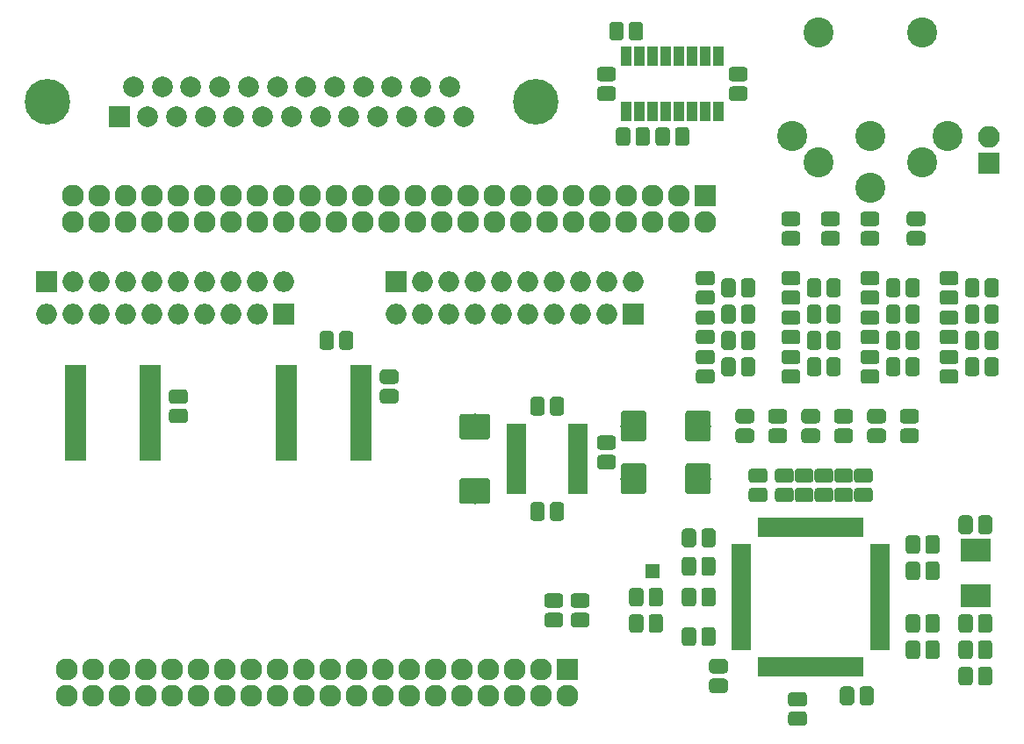
<source format=gbr>
G04 #@! TF.GenerationSoftware,KiCad,Pcbnew,(5.0.0)*
G04 #@! TF.CreationDate,2018-10-09T09:06:12+02:00*
G04 #@! TF.ProjectId,LiberPlayer,4C69626572506C617965722E6B696361,1.0*
G04 #@! TF.SameCoordinates,Original*
G04 #@! TF.FileFunction,Soldermask,Top*
G04 #@! TF.FilePolarity,Negative*
%FSLAX46Y46*%
G04 Gerber Fmt 4.6, Leading zero omitted, Abs format (unit mm)*
G04 Created by KiCad (PCBNEW (5.0.0)) date 10/09/18 09:06:12*
%MOMM*%
%LPD*%
G01*
G04 APERTURE LIST*
%ADD10C,0.100000*%
%ADD11C,1.375000*%
%ADD12C,2.475000*%
%ADD13C,2.900000*%
%ADD14R,2.100000X2.100000*%
%ADD15O,2.100000X2.100000*%
%ADD16R,2.127200X2.127200*%
%ADD17O,2.127200X2.127200*%
%ADD18R,2.000000X2.000000*%
%ADD19C,2.000000*%
%ADD20C,4.400000*%
%ADD21O,2.000000X2.000000*%
%ADD22R,1.400000X1.400000*%
%ADD23R,0.700000X1.900000*%
%ADD24R,1.900000X0.700000*%
%ADD25R,1.850000X0.850000*%
%ADD26R,2.150000X0.850000*%
%ADD27R,1.000000X1.900000*%
%ADD28R,2.900000X2.300000*%
G04 APERTURE END LIST*
D10*
G04 #@! TO.C,C201*
G36*
X167714943Y-118046656D02*
X167748312Y-118051606D01*
X167781035Y-118059803D01*
X167812797Y-118071167D01*
X167843293Y-118085591D01*
X167872227Y-118102933D01*
X167899323Y-118123029D01*
X167924318Y-118145683D01*
X167946972Y-118170678D01*
X167967068Y-118197774D01*
X167984410Y-118226708D01*
X167998834Y-118257204D01*
X168010198Y-118288966D01*
X168018395Y-118321689D01*
X168023345Y-118355058D01*
X168025000Y-118388751D01*
X168025000Y-119501251D01*
X168023345Y-119534944D01*
X168018395Y-119568313D01*
X168010198Y-119601036D01*
X167998834Y-119632798D01*
X167984410Y-119663294D01*
X167967068Y-119692228D01*
X167946972Y-119719324D01*
X167924318Y-119744319D01*
X167899323Y-119766973D01*
X167872227Y-119787069D01*
X167843293Y-119804411D01*
X167812797Y-119818835D01*
X167781035Y-119830199D01*
X167748312Y-119838396D01*
X167714943Y-119843346D01*
X167681250Y-119845001D01*
X166993750Y-119845001D01*
X166960057Y-119843346D01*
X166926688Y-119838396D01*
X166893965Y-119830199D01*
X166862203Y-119818835D01*
X166831707Y-119804411D01*
X166802773Y-119787069D01*
X166775677Y-119766973D01*
X166750682Y-119744319D01*
X166728028Y-119719324D01*
X166707932Y-119692228D01*
X166690590Y-119663294D01*
X166676166Y-119632798D01*
X166664802Y-119601036D01*
X166656605Y-119568313D01*
X166651655Y-119534944D01*
X166650000Y-119501251D01*
X166650000Y-118388751D01*
X166651655Y-118355058D01*
X166656605Y-118321689D01*
X166664802Y-118288966D01*
X166676166Y-118257204D01*
X166690590Y-118226708D01*
X166707932Y-118197774D01*
X166728028Y-118170678D01*
X166750682Y-118145683D01*
X166775677Y-118123029D01*
X166802773Y-118102933D01*
X166831707Y-118085591D01*
X166862203Y-118071167D01*
X166893965Y-118059803D01*
X166926688Y-118051606D01*
X166960057Y-118046656D01*
X166993750Y-118045001D01*
X167681250Y-118045001D01*
X167714943Y-118046656D01*
X167714943Y-118046656D01*
G37*
D11*
X167337500Y-118945001D03*
D10*
G36*
X169589943Y-118046656D02*
X169623312Y-118051606D01*
X169656035Y-118059803D01*
X169687797Y-118071167D01*
X169718293Y-118085591D01*
X169747227Y-118102933D01*
X169774323Y-118123029D01*
X169799318Y-118145683D01*
X169821972Y-118170678D01*
X169842068Y-118197774D01*
X169859410Y-118226708D01*
X169873834Y-118257204D01*
X169885198Y-118288966D01*
X169893395Y-118321689D01*
X169898345Y-118355058D01*
X169900000Y-118388751D01*
X169900000Y-119501251D01*
X169898345Y-119534944D01*
X169893395Y-119568313D01*
X169885198Y-119601036D01*
X169873834Y-119632798D01*
X169859410Y-119663294D01*
X169842068Y-119692228D01*
X169821972Y-119719324D01*
X169799318Y-119744319D01*
X169774323Y-119766973D01*
X169747227Y-119787069D01*
X169718293Y-119804411D01*
X169687797Y-119818835D01*
X169656035Y-119830199D01*
X169623312Y-119838396D01*
X169589943Y-119843346D01*
X169556250Y-119845001D01*
X168868750Y-119845001D01*
X168835057Y-119843346D01*
X168801688Y-119838396D01*
X168768965Y-119830199D01*
X168737203Y-119818835D01*
X168706707Y-119804411D01*
X168677773Y-119787069D01*
X168650677Y-119766973D01*
X168625682Y-119744319D01*
X168603028Y-119719324D01*
X168582932Y-119692228D01*
X168565590Y-119663294D01*
X168551166Y-119632798D01*
X168539802Y-119601036D01*
X168531605Y-119568313D01*
X168526655Y-119534944D01*
X168525000Y-119501251D01*
X168525000Y-118388751D01*
X168526655Y-118355058D01*
X168531605Y-118321689D01*
X168539802Y-118288966D01*
X168551166Y-118257204D01*
X168565590Y-118226708D01*
X168582932Y-118197774D01*
X168603028Y-118170678D01*
X168625682Y-118145683D01*
X168650677Y-118123029D01*
X168677773Y-118102933D01*
X168706707Y-118085591D01*
X168737203Y-118071167D01*
X168768965Y-118059803D01*
X168801688Y-118051606D01*
X168835057Y-118046656D01*
X168868750Y-118045001D01*
X169556250Y-118045001D01*
X169589943Y-118046656D01*
X169589943Y-118046656D01*
G37*
D11*
X169212500Y-118945001D03*
G04 #@! TD*
D10*
G04 #@! TO.C,C202*
G36*
X169589943Y-121021655D02*
X169623312Y-121026605D01*
X169656035Y-121034802D01*
X169687797Y-121046166D01*
X169718293Y-121060590D01*
X169747227Y-121077932D01*
X169774323Y-121098028D01*
X169799318Y-121120682D01*
X169821972Y-121145677D01*
X169842068Y-121172773D01*
X169859410Y-121201707D01*
X169873834Y-121232203D01*
X169885198Y-121263965D01*
X169893395Y-121296688D01*
X169898345Y-121330057D01*
X169900000Y-121363750D01*
X169900000Y-122476250D01*
X169898345Y-122509943D01*
X169893395Y-122543312D01*
X169885198Y-122576035D01*
X169873834Y-122607797D01*
X169859410Y-122638293D01*
X169842068Y-122667227D01*
X169821972Y-122694323D01*
X169799318Y-122719318D01*
X169774323Y-122741972D01*
X169747227Y-122762068D01*
X169718293Y-122779410D01*
X169687797Y-122793834D01*
X169656035Y-122805198D01*
X169623312Y-122813395D01*
X169589943Y-122818345D01*
X169556250Y-122820000D01*
X168868750Y-122820000D01*
X168835057Y-122818345D01*
X168801688Y-122813395D01*
X168768965Y-122805198D01*
X168737203Y-122793834D01*
X168706707Y-122779410D01*
X168677773Y-122762068D01*
X168650677Y-122741972D01*
X168625682Y-122719318D01*
X168603028Y-122694323D01*
X168582932Y-122667227D01*
X168565590Y-122638293D01*
X168551166Y-122607797D01*
X168539802Y-122576035D01*
X168531605Y-122543312D01*
X168526655Y-122509943D01*
X168525000Y-122476250D01*
X168525000Y-121363750D01*
X168526655Y-121330057D01*
X168531605Y-121296688D01*
X168539802Y-121263965D01*
X168551166Y-121232203D01*
X168565590Y-121201707D01*
X168582932Y-121172773D01*
X168603028Y-121145677D01*
X168625682Y-121120682D01*
X168650677Y-121098028D01*
X168677773Y-121077932D01*
X168706707Y-121060590D01*
X168737203Y-121046166D01*
X168768965Y-121034802D01*
X168801688Y-121026605D01*
X168835057Y-121021655D01*
X168868750Y-121020000D01*
X169556250Y-121020000D01*
X169589943Y-121021655D01*
X169589943Y-121021655D01*
G37*
D11*
X169212500Y-121920000D03*
D10*
G36*
X167714943Y-121021655D02*
X167748312Y-121026605D01*
X167781035Y-121034802D01*
X167812797Y-121046166D01*
X167843293Y-121060590D01*
X167872227Y-121077932D01*
X167899323Y-121098028D01*
X167924318Y-121120682D01*
X167946972Y-121145677D01*
X167967068Y-121172773D01*
X167984410Y-121201707D01*
X167998834Y-121232203D01*
X168010198Y-121263965D01*
X168018395Y-121296688D01*
X168023345Y-121330057D01*
X168025000Y-121363750D01*
X168025000Y-122476250D01*
X168023345Y-122509943D01*
X168018395Y-122543312D01*
X168010198Y-122576035D01*
X167998834Y-122607797D01*
X167984410Y-122638293D01*
X167967068Y-122667227D01*
X167946972Y-122694323D01*
X167924318Y-122719318D01*
X167899323Y-122741972D01*
X167872227Y-122762068D01*
X167843293Y-122779410D01*
X167812797Y-122793834D01*
X167781035Y-122805198D01*
X167748312Y-122813395D01*
X167714943Y-122818345D01*
X167681250Y-122820000D01*
X166993750Y-122820000D01*
X166960057Y-122818345D01*
X166926688Y-122813395D01*
X166893965Y-122805198D01*
X166862203Y-122793834D01*
X166831707Y-122779410D01*
X166802773Y-122762068D01*
X166775677Y-122741972D01*
X166750682Y-122719318D01*
X166728028Y-122694323D01*
X166707932Y-122667227D01*
X166690590Y-122638293D01*
X166676166Y-122607797D01*
X166664802Y-122576035D01*
X166656605Y-122543312D01*
X166651655Y-122509943D01*
X166650000Y-122476250D01*
X166650000Y-121363750D01*
X166651655Y-121330057D01*
X166656605Y-121296688D01*
X166664802Y-121263965D01*
X166676166Y-121232203D01*
X166690590Y-121201707D01*
X166707932Y-121172773D01*
X166728028Y-121145677D01*
X166750682Y-121120682D01*
X166775677Y-121098028D01*
X166802773Y-121077932D01*
X166831707Y-121060590D01*
X166862203Y-121046166D01*
X166893965Y-121034802D01*
X166926688Y-121026605D01*
X166960057Y-121021655D01*
X166993750Y-121020000D01*
X167681250Y-121020000D01*
X167714943Y-121021655D01*
X167714943Y-121021655D01*
G37*
D11*
X167337500Y-121920000D03*
G04 #@! TD*
D10*
G04 #@! TO.C,C203*
G36*
X177119943Y-109501655D02*
X177153312Y-109506605D01*
X177186035Y-109514802D01*
X177217797Y-109526166D01*
X177248293Y-109540590D01*
X177277227Y-109557932D01*
X177304323Y-109578028D01*
X177329318Y-109600682D01*
X177351972Y-109625677D01*
X177372068Y-109652773D01*
X177389410Y-109681707D01*
X177403834Y-109712203D01*
X177415198Y-109743965D01*
X177423395Y-109776688D01*
X177428345Y-109810057D01*
X177430000Y-109843750D01*
X177430000Y-110531250D01*
X177428345Y-110564943D01*
X177423395Y-110598312D01*
X177415198Y-110631035D01*
X177403834Y-110662797D01*
X177389410Y-110693293D01*
X177372068Y-110722227D01*
X177351972Y-110749323D01*
X177329318Y-110774318D01*
X177304323Y-110796972D01*
X177277227Y-110817068D01*
X177248293Y-110834410D01*
X177217797Y-110848834D01*
X177186035Y-110860198D01*
X177153312Y-110868395D01*
X177119943Y-110873345D01*
X177086250Y-110875000D01*
X175973750Y-110875000D01*
X175940057Y-110873345D01*
X175906688Y-110868395D01*
X175873965Y-110860198D01*
X175842203Y-110848834D01*
X175811707Y-110834410D01*
X175782773Y-110817068D01*
X175755677Y-110796972D01*
X175730682Y-110774318D01*
X175708028Y-110749323D01*
X175687932Y-110722227D01*
X175670590Y-110693293D01*
X175656166Y-110662797D01*
X175644802Y-110631035D01*
X175636605Y-110598312D01*
X175631655Y-110564943D01*
X175630000Y-110531250D01*
X175630000Y-109843750D01*
X175631655Y-109810057D01*
X175636605Y-109776688D01*
X175644802Y-109743965D01*
X175656166Y-109712203D01*
X175670590Y-109681707D01*
X175687932Y-109652773D01*
X175708028Y-109625677D01*
X175730682Y-109600682D01*
X175755677Y-109578028D01*
X175782773Y-109557932D01*
X175811707Y-109540590D01*
X175842203Y-109526166D01*
X175873965Y-109514802D01*
X175906688Y-109506605D01*
X175940057Y-109501655D01*
X175973750Y-109500000D01*
X177086250Y-109500000D01*
X177119943Y-109501655D01*
X177119943Y-109501655D01*
G37*
D11*
X176530000Y-110187500D03*
D10*
G36*
X177119943Y-111376655D02*
X177153312Y-111381605D01*
X177186035Y-111389802D01*
X177217797Y-111401166D01*
X177248293Y-111415590D01*
X177277227Y-111432932D01*
X177304323Y-111453028D01*
X177329318Y-111475682D01*
X177351972Y-111500677D01*
X177372068Y-111527773D01*
X177389410Y-111556707D01*
X177403834Y-111587203D01*
X177415198Y-111618965D01*
X177423395Y-111651688D01*
X177428345Y-111685057D01*
X177430000Y-111718750D01*
X177430000Y-112406250D01*
X177428345Y-112439943D01*
X177423395Y-112473312D01*
X177415198Y-112506035D01*
X177403834Y-112537797D01*
X177389410Y-112568293D01*
X177372068Y-112597227D01*
X177351972Y-112624323D01*
X177329318Y-112649318D01*
X177304323Y-112671972D01*
X177277227Y-112692068D01*
X177248293Y-112709410D01*
X177217797Y-112723834D01*
X177186035Y-112735198D01*
X177153312Y-112743395D01*
X177119943Y-112748345D01*
X177086250Y-112750000D01*
X175973750Y-112750000D01*
X175940057Y-112748345D01*
X175906688Y-112743395D01*
X175873965Y-112735198D01*
X175842203Y-112723834D01*
X175811707Y-112709410D01*
X175782773Y-112692068D01*
X175755677Y-112671972D01*
X175730682Y-112649318D01*
X175708028Y-112624323D01*
X175687932Y-112597227D01*
X175670590Y-112568293D01*
X175656166Y-112537797D01*
X175644802Y-112506035D01*
X175636605Y-112473312D01*
X175631655Y-112439943D01*
X175630000Y-112406250D01*
X175630000Y-111718750D01*
X175631655Y-111685057D01*
X175636605Y-111651688D01*
X175644802Y-111618965D01*
X175656166Y-111587203D01*
X175670590Y-111556707D01*
X175687932Y-111527773D01*
X175708028Y-111500677D01*
X175730682Y-111475682D01*
X175755677Y-111453028D01*
X175782773Y-111432932D01*
X175811707Y-111415590D01*
X175842203Y-111401166D01*
X175873965Y-111389802D01*
X175906688Y-111381605D01*
X175940057Y-111376655D01*
X175973750Y-111375000D01*
X177086250Y-111375000D01*
X177119943Y-111376655D01*
X177119943Y-111376655D01*
G37*
D11*
X176530000Y-112062500D03*
G04 #@! TD*
D10*
G04 #@! TO.C,C204*
G36*
X191179943Y-123561655D02*
X191213312Y-123566605D01*
X191246035Y-123574802D01*
X191277797Y-123586166D01*
X191308293Y-123600590D01*
X191337227Y-123617932D01*
X191364323Y-123638028D01*
X191389318Y-123660682D01*
X191411972Y-123685677D01*
X191432068Y-123712773D01*
X191449410Y-123741707D01*
X191463834Y-123772203D01*
X191475198Y-123803965D01*
X191483395Y-123836688D01*
X191488345Y-123870057D01*
X191490000Y-123903750D01*
X191490000Y-125016250D01*
X191488345Y-125049943D01*
X191483395Y-125083312D01*
X191475198Y-125116035D01*
X191463834Y-125147797D01*
X191449410Y-125178293D01*
X191432068Y-125207227D01*
X191411972Y-125234323D01*
X191389318Y-125259318D01*
X191364323Y-125281972D01*
X191337227Y-125302068D01*
X191308293Y-125319410D01*
X191277797Y-125333834D01*
X191246035Y-125345198D01*
X191213312Y-125353395D01*
X191179943Y-125358345D01*
X191146250Y-125360000D01*
X190458750Y-125360000D01*
X190425057Y-125358345D01*
X190391688Y-125353395D01*
X190358965Y-125345198D01*
X190327203Y-125333834D01*
X190296707Y-125319410D01*
X190267773Y-125302068D01*
X190240677Y-125281972D01*
X190215682Y-125259318D01*
X190193028Y-125234323D01*
X190172932Y-125207227D01*
X190155590Y-125178293D01*
X190141166Y-125147797D01*
X190129802Y-125116035D01*
X190121605Y-125083312D01*
X190116655Y-125049943D01*
X190115000Y-125016250D01*
X190115000Y-123903750D01*
X190116655Y-123870057D01*
X190121605Y-123836688D01*
X190129802Y-123803965D01*
X190141166Y-123772203D01*
X190155590Y-123741707D01*
X190172932Y-123712773D01*
X190193028Y-123685677D01*
X190215682Y-123660682D01*
X190240677Y-123638028D01*
X190267773Y-123617932D01*
X190296707Y-123600590D01*
X190327203Y-123586166D01*
X190358965Y-123574802D01*
X190391688Y-123566605D01*
X190425057Y-123561655D01*
X190458750Y-123560000D01*
X191146250Y-123560000D01*
X191179943Y-123561655D01*
X191179943Y-123561655D01*
G37*
D11*
X190802500Y-124460000D03*
D10*
G36*
X189304943Y-123561655D02*
X189338312Y-123566605D01*
X189371035Y-123574802D01*
X189402797Y-123586166D01*
X189433293Y-123600590D01*
X189462227Y-123617932D01*
X189489323Y-123638028D01*
X189514318Y-123660682D01*
X189536972Y-123685677D01*
X189557068Y-123712773D01*
X189574410Y-123741707D01*
X189588834Y-123772203D01*
X189600198Y-123803965D01*
X189608395Y-123836688D01*
X189613345Y-123870057D01*
X189615000Y-123903750D01*
X189615000Y-125016250D01*
X189613345Y-125049943D01*
X189608395Y-125083312D01*
X189600198Y-125116035D01*
X189588834Y-125147797D01*
X189574410Y-125178293D01*
X189557068Y-125207227D01*
X189536972Y-125234323D01*
X189514318Y-125259318D01*
X189489323Y-125281972D01*
X189462227Y-125302068D01*
X189433293Y-125319410D01*
X189402797Y-125333834D01*
X189371035Y-125345198D01*
X189338312Y-125353395D01*
X189304943Y-125358345D01*
X189271250Y-125360000D01*
X188583750Y-125360000D01*
X188550057Y-125358345D01*
X188516688Y-125353395D01*
X188483965Y-125345198D01*
X188452203Y-125333834D01*
X188421707Y-125319410D01*
X188392773Y-125302068D01*
X188365677Y-125281972D01*
X188340682Y-125259318D01*
X188318028Y-125234323D01*
X188297932Y-125207227D01*
X188280590Y-125178293D01*
X188266166Y-125147797D01*
X188254802Y-125116035D01*
X188246605Y-125083312D01*
X188241655Y-125049943D01*
X188240000Y-125016250D01*
X188240000Y-123903750D01*
X188241655Y-123870057D01*
X188246605Y-123836688D01*
X188254802Y-123803965D01*
X188266166Y-123772203D01*
X188280590Y-123741707D01*
X188297932Y-123712773D01*
X188318028Y-123685677D01*
X188340682Y-123660682D01*
X188365677Y-123638028D01*
X188392773Y-123617932D01*
X188421707Y-123600590D01*
X188452203Y-123586166D01*
X188483965Y-123574802D01*
X188516688Y-123566605D01*
X188550057Y-123561655D01*
X188583750Y-123560000D01*
X189271250Y-123560000D01*
X189304943Y-123561655D01*
X189304943Y-123561655D01*
G37*
D11*
X188927500Y-124460000D03*
G04 #@! TD*
D10*
G04 #@! TO.C,C205*
G36*
X189304943Y-115941655D02*
X189338312Y-115946605D01*
X189371035Y-115954802D01*
X189402797Y-115966166D01*
X189433293Y-115980590D01*
X189462227Y-115997932D01*
X189489323Y-116018028D01*
X189514318Y-116040682D01*
X189536972Y-116065677D01*
X189557068Y-116092773D01*
X189574410Y-116121707D01*
X189588834Y-116152203D01*
X189600198Y-116183965D01*
X189608395Y-116216688D01*
X189613345Y-116250057D01*
X189615000Y-116283750D01*
X189615000Y-117396250D01*
X189613345Y-117429943D01*
X189608395Y-117463312D01*
X189600198Y-117496035D01*
X189588834Y-117527797D01*
X189574410Y-117558293D01*
X189557068Y-117587227D01*
X189536972Y-117614323D01*
X189514318Y-117639318D01*
X189489323Y-117661972D01*
X189462227Y-117682068D01*
X189433293Y-117699410D01*
X189402797Y-117713834D01*
X189371035Y-117725198D01*
X189338312Y-117733395D01*
X189304943Y-117738345D01*
X189271250Y-117740000D01*
X188583750Y-117740000D01*
X188550057Y-117738345D01*
X188516688Y-117733395D01*
X188483965Y-117725198D01*
X188452203Y-117713834D01*
X188421707Y-117699410D01*
X188392773Y-117682068D01*
X188365677Y-117661972D01*
X188340682Y-117639318D01*
X188318028Y-117614323D01*
X188297932Y-117587227D01*
X188280590Y-117558293D01*
X188266166Y-117527797D01*
X188254802Y-117496035D01*
X188246605Y-117463312D01*
X188241655Y-117429943D01*
X188240000Y-117396250D01*
X188240000Y-116283750D01*
X188241655Y-116250057D01*
X188246605Y-116216688D01*
X188254802Y-116183965D01*
X188266166Y-116152203D01*
X188280590Y-116121707D01*
X188297932Y-116092773D01*
X188318028Y-116065677D01*
X188340682Y-116040682D01*
X188365677Y-116018028D01*
X188392773Y-115997932D01*
X188421707Y-115980590D01*
X188452203Y-115966166D01*
X188483965Y-115954802D01*
X188516688Y-115946605D01*
X188550057Y-115941655D01*
X188583750Y-115940000D01*
X189271250Y-115940000D01*
X189304943Y-115941655D01*
X189304943Y-115941655D01*
G37*
D11*
X188927500Y-116840000D03*
D10*
G36*
X191179943Y-115941655D02*
X191213312Y-115946605D01*
X191246035Y-115954802D01*
X191277797Y-115966166D01*
X191308293Y-115980590D01*
X191337227Y-115997932D01*
X191364323Y-116018028D01*
X191389318Y-116040682D01*
X191411972Y-116065677D01*
X191432068Y-116092773D01*
X191449410Y-116121707D01*
X191463834Y-116152203D01*
X191475198Y-116183965D01*
X191483395Y-116216688D01*
X191488345Y-116250057D01*
X191490000Y-116283750D01*
X191490000Y-117396250D01*
X191488345Y-117429943D01*
X191483395Y-117463312D01*
X191475198Y-117496035D01*
X191463834Y-117527797D01*
X191449410Y-117558293D01*
X191432068Y-117587227D01*
X191411972Y-117614323D01*
X191389318Y-117639318D01*
X191364323Y-117661972D01*
X191337227Y-117682068D01*
X191308293Y-117699410D01*
X191277797Y-117713834D01*
X191246035Y-117725198D01*
X191213312Y-117733395D01*
X191179943Y-117738345D01*
X191146250Y-117740000D01*
X190458750Y-117740000D01*
X190425057Y-117738345D01*
X190391688Y-117733395D01*
X190358965Y-117725198D01*
X190327203Y-117713834D01*
X190296707Y-117699410D01*
X190267773Y-117682068D01*
X190240677Y-117661972D01*
X190215682Y-117639318D01*
X190193028Y-117614323D01*
X190172932Y-117587227D01*
X190155590Y-117558293D01*
X190141166Y-117527797D01*
X190129802Y-117496035D01*
X190121605Y-117463312D01*
X190116655Y-117429943D01*
X190115000Y-117396250D01*
X190115000Y-116283750D01*
X190116655Y-116250057D01*
X190121605Y-116216688D01*
X190129802Y-116183965D01*
X190141166Y-116152203D01*
X190155590Y-116121707D01*
X190172932Y-116092773D01*
X190193028Y-116065677D01*
X190215682Y-116040682D01*
X190240677Y-116018028D01*
X190267773Y-115997932D01*
X190296707Y-115980590D01*
X190327203Y-115966166D01*
X190358965Y-115954802D01*
X190391688Y-115946605D01*
X190425057Y-115941655D01*
X190458750Y-115940000D01*
X191146250Y-115940000D01*
X191179943Y-115941655D01*
X191179943Y-115941655D01*
G37*
D11*
X190802500Y-116840000D03*
G04 #@! TD*
D10*
G04 #@! TO.C,C206*
G36*
X189184943Y-105661655D02*
X189218312Y-105666605D01*
X189251035Y-105674802D01*
X189282797Y-105686166D01*
X189313293Y-105700590D01*
X189342227Y-105717932D01*
X189369323Y-105738028D01*
X189394318Y-105760682D01*
X189416972Y-105785677D01*
X189437068Y-105812773D01*
X189454410Y-105841707D01*
X189468834Y-105872203D01*
X189480198Y-105903965D01*
X189488395Y-105936688D01*
X189493345Y-105970057D01*
X189495000Y-106003750D01*
X189495000Y-106691250D01*
X189493345Y-106724943D01*
X189488395Y-106758312D01*
X189480198Y-106791035D01*
X189468834Y-106822797D01*
X189454410Y-106853293D01*
X189437068Y-106882227D01*
X189416972Y-106909323D01*
X189394318Y-106934318D01*
X189369323Y-106956972D01*
X189342227Y-106977068D01*
X189313293Y-106994410D01*
X189282797Y-107008834D01*
X189251035Y-107020198D01*
X189218312Y-107028395D01*
X189184943Y-107033345D01*
X189151250Y-107035000D01*
X188038750Y-107035000D01*
X188005057Y-107033345D01*
X187971688Y-107028395D01*
X187938965Y-107020198D01*
X187907203Y-107008834D01*
X187876707Y-106994410D01*
X187847773Y-106977068D01*
X187820677Y-106956972D01*
X187795682Y-106934318D01*
X187773028Y-106909323D01*
X187752932Y-106882227D01*
X187735590Y-106853293D01*
X187721166Y-106822797D01*
X187709802Y-106791035D01*
X187701605Y-106758312D01*
X187696655Y-106724943D01*
X187695000Y-106691250D01*
X187695000Y-106003750D01*
X187696655Y-105970057D01*
X187701605Y-105936688D01*
X187709802Y-105903965D01*
X187721166Y-105872203D01*
X187735590Y-105841707D01*
X187752932Y-105812773D01*
X187773028Y-105785677D01*
X187795682Y-105760682D01*
X187820677Y-105738028D01*
X187847773Y-105717932D01*
X187876707Y-105700590D01*
X187907203Y-105686166D01*
X187938965Y-105674802D01*
X187971688Y-105666605D01*
X188005057Y-105661655D01*
X188038750Y-105660000D01*
X189151250Y-105660000D01*
X189184943Y-105661655D01*
X189184943Y-105661655D01*
G37*
D11*
X188595000Y-106347500D03*
D10*
G36*
X189184943Y-103786655D02*
X189218312Y-103791605D01*
X189251035Y-103799802D01*
X189282797Y-103811166D01*
X189313293Y-103825590D01*
X189342227Y-103842932D01*
X189369323Y-103863028D01*
X189394318Y-103885682D01*
X189416972Y-103910677D01*
X189437068Y-103937773D01*
X189454410Y-103966707D01*
X189468834Y-103997203D01*
X189480198Y-104028965D01*
X189488395Y-104061688D01*
X189493345Y-104095057D01*
X189495000Y-104128750D01*
X189495000Y-104816250D01*
X189493345Y-104849943D01*
X189488395Y-104883312D01*
X189480198Y-104916035D01*
X189468834Y-104947797D01*
X189454410Y-104978293D01*
X189437068Y-105007227D01*
X189416972Y-105034323D01*
X189394318Y-105059318D01*
X189369323Y-105081972D01*
X189342227Y-105102068D01*
X189313293Y-105119410D01*
X189282797Y-105133834D01*
X189251035Y-105145198D01*
X189218312Y-105153395D01*
X189184943Y-105158345D01*
X189151250Y-105160000D01*
X188038750Y-105160000D01*
X188005057Y-105158345D01*
X187971688Y-105153395D01*
X187938965Y-105145198D01*
X187907203Y-105133834D01*
X187876707Y-105119410D01*
X187847773Y-105102068D01*
X187820677Y-105081972D01*
X187795682Y-105059318D01*
X187773028Y-105034323D01*
X187752932Y-105007227D01*
X187735590Y-104978293D01*
X187721166Y-104947797D01*
X187709802Y-104916035D01*
X187701605Y-104883312D01*
X187696655Y-104849943D01*
X187695000Y-104816250D01*
X187695000Y-104128750D01*
X187696655Y-104095057D01*
X187701605Y-104061688D01*
X187709802Y-104028965D01*
X187721166Y-103997203D01*
X187735590Y-103966707D01*
X187752932Y-103937773D01*
X187773028Y-103910677D01*
X187795682Y-103885682D01*
X187820677Y-103863028D01*
X187847773Y-103842932D01*
X187876707Y-103825590D01*
X187907203Y-103811166D01*
X187938965Y-103799802D01*
X187971688Y-103791605D01*
X188005057Y-103786655D01*
X188038750Y-103785000D01*
X189151250Y-103785000D01*
X189184943Y-103786655D01*
X189184943Y-103786655D01*
G37*
D11*
X188595000Y-104472500D03*
G04 #@! TD*
D10*
G04 #@! TO.C,C207*
G36*
X189304943Y-118481655D02*
X189338312Y-118486605D01*
X189371035Y-118494802D01*
X189402797Y-118506166D01*
X189433293Y-118520590D01*
X189462227Y-118537932D01*
X189489323Y-118558028D01*
X189514318Y-118580682D01*
X189536972Y-118605677D01*
X189557068Y-118632773D01*
X189574410Y-118661707D01*
X189588834Y-118692203D01*
X189600198Y-118723965D01*
X189608395Y-118756688D01*
X189613345Y-118790057D01*
X189615000Y-118823750D01*
X189615000Y-119936250D01*
X189613345Y-119969943D01*
X189608395Y-120003312D01*
X189600198Y-120036035D01*
X189588834Y-120067797D01*
X189574410Y-120098293D01*
X189557068Y-120127227D01*
X189536972Y-120154323D01*
X189514318Y-120179318D01*
X189489323Y-120201972D01*
X189462227Y-120222068D01*
X189433293Y-120239410D01*
X189402797Y-120253834D01*
X189371035Y-120265198D01*
X189338312Y-120273395D01*
X189304943Y-120278345D01*
X189271250Y-120280000D01*
X188583750Y-120280000D01*
X188550057Y-120278345D01*
X188516688Y-120273395D01*
X188483965Y-120265198D01*
X188452203Y-120253834D01*
X188421707Y-120239410D01*
X188392773Y-120222068D01*
X188365677Y-120201972D01*
X188340682Y-120179318D01*
X188318028Y-120154323D01*
X188297932Y-120127227D01*
X188280590Y-120098293D01*
X188266166Y-120067797D01*
X188254802Y-120036035D01*
X188246605Y-120003312D01*
X188241655Y-119969943D01*
X188240000Y-119936250D01*
X188240000Y-118823750D01*
X188241655Y-118790057D01*
X188246605Y-118756688D01*
X188254802Y-118723965D01*
X188266166Y-118692203D01*
X188280590Y-118661707D01*
X188297932Y-118632773D01*
X188318028Y-118605677D01*
X188340682Y-118580682D01*
X188365677Y-118558028D01*
X188392773Y-118537932D01*
X188421707Y-118520590D01*
X188452203Y-118506166D01*
X188483965Y-118494802D01*
X188516688Y-118486605D01*
X188550057Y-118481655D01*
X188583750Y-118480000D01*
X189271250Y-118480000D01*
X189304943Y-118481655D01*
X189304943Y-118481655D01*
G37*
D11*
X188927500Y-119380000D03*
D10*
G36*
X191179943Y-118481655D02*
X191213312Y-118486605D01*
X191246035Y-118494802D01*
X191277797Y-118506166D01*
X191308293Y-118520590D01*
X191337227Y-118537932D01*
X191364323Y-118558028D01*
X191389318Y-118580682D01*
X191411972Y-118605677D01*
X191432068Y-118632773D01*
X191449410Y-118661707D01*
X191463834Y-118692203D01*
X191475198Y-118723965D01*
X191483395Y-118756688D01*
X191488345Y-118790057D01*
X191490000Y-118823750D01*
X191490000Y-119936250D01*
X191488345Y-119969943D01*
X191483395Y-120003312D01*
X191475198Y-120036035D01*
X191463834Y-120067797D01*
X191449410Y-120098293D01*
X191432068Y-120127227D01*
X191411972Y-120154323D01*
X191389318Y-120179318D01*
X191364323Y-120201972D01*
X191337227Y-120222068D01*
X191308293Y-120239410D01*
X191277797Y-120253834D01*
X191246035Y-120265198D01*
X191213312Y-120273395D01*
X191179943Y-120278345D01*
X191146250Y-120280000D01*
X190458750Y-120280000D01*
X190425057Y-120278345D01*
X190391688Y-120273395D01*
X190358965Y-120265198D01*
X190327203Y-120253834D01*
X190296707Y-120239410D01*
X190267773Y-120222068D01*
X190240677Y-120201972D01*
X190215682Y-120179318D01*
X190193028Y-120154323D01*
X190172932Y-120127227D01*
X190155590Y-120098293D01*
X190141166Y-120067797D01*
X190129802Y-120036035D01*
X190121605Y-120003312D01*
X190116655Y-119969943D01*
X190115000Y-119936250D01*
X190115000Y-118823750D01*
X190116655Y-118790057D01*
X190121605Y-118756688D01*
X190129802Y-118723965D01*
X190141166Y-118692203D01*
X190155590Y-118661707D01*
X190172932Y-118632773D01*
X190193028Y-118605677D01*
X190215682Y-118580682D01*
X190240677Y-118558028D01*
X190267773Y-118537932D01*
X190296707Y-118520590D01*
X190327203Y-118506166D01*
X190358965Y-118494802D01*
X190391688Y-118486605D01*
X190425057Y-118481655D01*
X190458750Y-118480000D01*
X191146250Y-118480000D01*
X191179943Y-118481655D01*
X191179943Y-118481655D01*
G37*
D11*
X190802500Y-119380000D03*
G04 #@! TD*
D10*
G04 #@! TO.C,C208*
G36*
X186009943Y-103786655D02*
X186043312Y-103791605D01*
X186076035Y-103799802D01*
X186107797Y-103811166D01*
X186138293Y-103825590D01*
X186167227Y-103842932D01*
X186194323Y-103863028D01*
X186219318Y-103885682D01*
X186241972Y-103910677D01*
X186262068Y-103937773D01*
X186279410Y-103966707D01*
X186293834Y-103997203D01*
X186305198Y-104028965D01*
X186313395Y-104061688D01*
X186318345Y-104095057D01*
X186320000Y-104128750D01*
X186320000Y-104816250D01*
X186318345Y-104849943D01*
X186313395Y-104883312D01*
X186305198Y-104916035D01*
X186293834Y-104947797D01*
X186279410Y-104978293D01*
X186262068Y-105007227D01*
X186241972Y-105034323D01*
X186219318Y-105059318D01*
X186194323Y-105081972D01*
X186167227Y-105102068D01*
X186138293Y-105119410D01*
X186107797Y-105133834D01*
X186076035Y-105145198D01*
X186043312Y-105153395D01*
X186009943Y-105158345D01*
X185976250Y-105160000D01*
X184863750Y-105160000D01*
X184830057Y-105158345D01*
X184796688Y-105153395D01*
X184763965Y-105145198D01*
X184732203Y-105133834D01*
X184701707Y-105119410D01*
X184672773Y-105102068D01*
X184645677Y-105081972D01*
X184620682Y-105059318D01*
X184598028Y-105034323D01*
X184577932Y-105007227D01*
X184560590Y-104978293D01*
X184546166Y-104947797D01*
X184534802Y-104916035D01*
X184526605Y-104883312D01*
X184521655Y-104849943D01*
X184520000Y-104816250D01*
X184520000Y-104128750D01*
X184521655Y-104095057D01*
X184526605Y-104061688D01*
X184534802Y-104028965D01*
X184546166Y-103997203D01*
X184560590Y-103966707D01*
X184577932Y-103937773D01*
X184598028Y-103910677D01*
X184620682Y-103885682D01*
X184645677Y-103863028D01*
X184672773Y-103842932D01*
X184701707Y-103825590D01*
X184732203Y-103811166D01*
X184763965Y-103799802D01*
X184796688Y-103791605D01*
X184830057Y-103786655D01*
X184863750Y-103785000D01*
X185976250Y-103785000D01*
X186009943Y-103786655D01*
X186009943Y-103786655D01*
G37*
D11*
X185420000Y-104472500D03*
D10*
G36*
X186009943Y-105661655D02*
X186043312Y-105666605D01*
X186076035Y-105674802D01*
X186107797Y-105686166D01*
X186138293Y-105700590D01*
X186167227Y-105717932D01*
X186194323Y-105738028D01*
X186219318Y-105760682D01*
X186241972Y-105785677D01*
X186262068Y-105812773D01*
X186279410Y-105841707D01*
X186293834Y-105872203D01*
X186305198Y-105903965D01*
X186313395Y-105936688D01*
X186318345Y-105970057D01*
X186320000Y-106003750D01*
X186320000Y-106691250D01*
X186318345Y-106724943D01*
X186313395Y-106758312D01*
X186305198Y-106791035D01*
X186293834Y-106822797D01*
X186279410Y-106853293D01*
X186262068Y-106882227D01*
X186241972Y-106909323D01*
X186219318Y-106934318D01*
X186194323Y-106956972D01*
X186167227Y-106977068D01*
X186138293Y-106994410D01*
X186107797Y-107008834D01*
X186076035Y-107020198D01*
X186043312Y-107028395D01*
X186009943Y-107033345D01*
X185976250Y-107035000D01*
X184863750Y-107035000D01*
X184830057Y-107033345D01*
X184796688Y-107028395D01*
X184763965Y-107020198D01*
X184732203Y-107008834D01*
X184701707Y-106994410D01*
X184672773Y-106977068D01*
X184645677Y-106956972D01*
X184620682Y-106934318D01*
X184598028Y-106909323D01*
X184577932Y-106882227D01*
X184560590Y-106853293D01*
X184546166Y-106822797D01*
X184534802Y-106791035D01*
X184526605Y-106758312D01*
X184521655Y-106724943D01*
X184520000Y-106691250D01*
X184520000Y-106003750D01*
X184521655Y-105970057D01*
X184526605Y-105936688D01*
X184534802Y-105903965D01*
X184546166Y-105872203D01*
X184560590Y-105841707D01*
X184577932Y-105812773D01*
X184598028Y-105785677D01*
X184620682Y-105760682D01*
X184645677Y-105738028D01*
X184672773Y-105717932D01*
X184701707Y-105700590D01*
X184732203Y-105686166D01*
X184763965Y-105674802D01*
X184796688Y-105666605D01*
X184830057Y-105661655D01*
X184863750Y-105660000D01*
X185976250Y-105660000D01*
X186009943Y-105661655D01*
X186009943Y-105661655D01*
G37*
D11*
X185420000Y-106347500D03*
G04 #@! TD*
D10*
G04 #@! TO.C,C209*
G36*
X184829943Y-130546655D02*
X184863312Y-130551605D01*
X184896035Y-130559802D01*
X184927797Y-130571166D01*
X184958293Y-130585590D01*
X184987227Y-130602932D01*
X185014323Y-130623028D01*
X185039318Y-130645682D01*
X185061972Y-130670677D01*
X185082068Y-130697773D01*
X185099410Y-130726707D01*
X185113834Y-130757203D01*
X185125198Y-130788965D01*
X185133395Y-130821688D01*
X185138345Y-130855057D01*
X185140000Y-130888750D01*
X185140000Y-132001250D01*
X185138345Y-132034943D01*
X185133395Y-132068312D01*
X185125198Y-132101035D01*
X185113834Y-132132797D01*
X185099410Y-132163293D01*
X185082068Y-132192227D01*
X185061972Y-132219323D01*
X185039318Y-132244318D01*
X185014323Y-132266972D01*
X184987227Y-132287068D01*
X184958293Y-132304410D01*
X184927797Y-132318834D01*
X184896035Y-132330198D01*
X184863312Y-132338395D01*
X184829943Y-132343345D01*
X184796250Y-132345000D01*
X184108750Y-132345000D01*
X184075057Y-132343345D01*
X184041688Y-132338395D01*
X184008965Y-132330198D01*
X183977203Y-132318834D01*
X183946707Y-132304410D01*
X183917773Y-132287068D01*
X183890677Y-132266972D01*
X183865682Y-132244318D01*
X183843028Y-132219323D01*
X183822932Y-132192227D01*
X183805590Y-132163293D01*
X183791166Y-132132797D01*
X183779802Y-132101035D01*
X183771605Y-132068312D01*
X183766655Y-132034943D01*
X183765000Y-132001250D01*
X183765000Y-130888750D01*
X183766655Y-130855057D01*
X183771605Y-130821688D01*
X183779802Y-130788965D01*
X183791166Y-130757203D01*
X183805590Y-130726707D01*
X183822932Y-130697773D01*
X183843028Y-130670677D01*
X183865682Y-130645682D01*
X183890677Y-130623028D01*
X183917773Y-130602932D01*
X183946707Y-130585590D01*
X183977203Y-130571166D01*
X184008965Y-130559802D01*
X184041688Y-130551605D01*
X184075057Y-130546655D01*
X184108750Y-130545000D01*
X184796250Y-130545000D01*
X184829943Y-130546655D01*
X184829943Y-130546655D01*
G37*
D11*
X184452500Y-131445000D03*
D10*
G36*
X182954943Y-130546655D02*
X182988312Y-130551605D01*
X183021035Y-130559802D01*
X183052797Y-130571166D01*
X183083293Y-130585590D01*
X183112227Y-130602932D01*
X183139323Y-130623028D01*
X183164318Y-130645682D01*
X183186972Y-130670677D01*
X183207068Y-130697773D01*
X183224410Y-130726707D01*
X183238834Y-130757203D01*
X183250198Y-130788965D01*
X183258395Y-130821688D01*
X183263345Y-130855057D01*
X183265000Y-130888750D01*
X183265000Y-132001250D01*
X183263345Y-132034943D01*
X183258395Y-132068312D01*
X183250198Y-132101035D01*
X183238834Y-132132797D01*
X183224410Y-132163293D01*
X183207068Y-132192227D01*
X183186972Y-132219323D01*
X183164318Y-132244318D01*
X183139323Y-132266972D01*
X183112227Y-132287068D01*
X183083293Y-132304410D01*
X183052797Y-132318834D01*
X183021035Y-132330198D01*
X182988312Y-132338395D01*
X182954943Y-132343345D01*
X182921250Y-132345000D01*
X182233750Y-132345000D01*
X182200057Y-132343345D01*
X182166688Y-132338395D01*
X182133965Y-132330198D01*
X182102203Y-132318834D01*
X182071707Y-132304410D01*
X182042773Y-132287068D01*
X182015677Y-132266972D01*
X181990682Y-132244318D01*
X181968028Y-132219323D01*
X181947932Y-132192227D01*
X181930590Y-132163293D01*
X181916166Y-132132797D01*
X181904802Y-132101035D01*
X181896605Y-132068312D01*
X181891655Y-132034943D01*
X181890000Y-132001250D01*
X181890000Y-130888750D01*
X181891655Y-130855057D01*
X181896605Y-130821688D01*
X181904802Y-130788965D01*
X181916166Y-130757203D01*
X181930590Y-130726707D01*
X181947932Y-130697773D01*
X181968028Y-130670677D01*
X181990682Y-130645682D01*
X182015677Y-130623028D01*
X182042773Y-130602932D01*
X182071707Y-130585590D01*
X182102203Y-130571166D01*
X182133965Y-130559802D01*
X182166688Y-130551605D01*
X182200057Y-130546655D01*
X182233750Y-130545000D01*
X182921250Y-130545000D01*
X182954943Y-130546655D01*
X182954943Y-130546655D01*
G37*
D11*
X182577500Y-131445000D03*
G04 #@! TD*
D10*
G04 #@! TO.C,C210*
G36*
X182834943Y-105661655D02*
X182868312Y-105666605D01*
X182901035Y-105674802D01*
X182932797Y-105686166D01*
X182963293Y-105700590D01*
X182992227Y-105717932D01*
X183019323Y-105738028D01*
X183044318Y-105760682D01*
X183066972Y-105785677D01*
X183087068Y-105812773D01*
X183104410Y-105841707D01*
X183118834Y-105872203D01*
X183130198Y-105903965D01*
X183138395Y-105936688D01*
X183143345Y-105970057D01*
X183145000Y-106003750D01*
X183145000Y-106691250D01*
X183143345Y-106724943D01*
X183138395Y-106758312D01*
X183130198Y-106791035D01*
X183118834Y-106822797D01*
X183104410Y-106853293D01*
X183087068Y-106882227D01*
X183066972Y-106909323D01*
X183044318Y-106934318D01*
X183019323Y-106956972D01*
X182992227Y-106977068D01*
X182963293Y-106994410D01*
X182932797Y-107008834D01*
X182901035Y-107020198D01*
X182868312Y-107028395D01*
X182834943Y-107033345D01*
X182801250Y-107035000D01*
X181688750Y-107035000D01*
X181655057Y-107033345D01*
X181621688Y-107028395D01*
X181588965Y-107020198D01*
X181557203Y-107008834D01*
X181526707Y-106994410D01*
X181497773Y-106977068D01*
X181470677Y-106956972D01*
X181445682Y-106934318D01*
X181423028Y-106909323D01*
X181402932Y-106882227D01*
X181385590Y-106853293D01*
X181371166Y-106822797D01*
X181359802Y-106791035D01*
X181351605Y-106758312D01*
X181346655Y-106724943D01*
X181345000Y-106691250D01*
X181345000Y-106003750D01*
X181346655Y-105970057D01*
X181351605Y-105936688D01*
X181359802Y-105903965D01*
X181371166Y-105872203D01*
X181385590Y-105841707D01*
X181402932Y-105812773D01*
X181423028Y-105785677D01*
X181445682Y-105760682D01*
X181470677Y-105738028D01*
X181497773Y-105717932D01*
X181526707Y-105700590D01*
X181557203Y-105686166D01*
X181588965Y-105674802D01*
X181621688Y-105666605D01*
X181655057Y-105661655D01*
X181688750Y-105660000D01*
X182801250Y-105660000D01*
X182834943Y-105661655D01*
X182834943Y-105661655D01*
G37*
D11*
X182245000Y-106347500D03*
D10*
G36*
X182834943Y-103786655D02*
X182868312Y-103791605D01*
X182901035Y-103799802D01*
X182932797Y-103811166D01*
X182963293Y-103825590D01*
X182992227Y-103842932D01*
X183019323Y-103863028D01*
X183044318Y-103885682D01*
X183066972Y-103910677D01*
X183087068Y-103937773D01*
X183104410Y-103966707D01*
X183118834Y-103997203D01*
X183130198Y-104028965D01*
X183138395Y-104061688D01*
X183143345Y-104095057D01*
X183145000Y-104128750D01*
X183145000Y-104816250D01*
X183143345Y-104849943D01*
X183138395Y-104883312D01*
X183130198Y-104916035D01*
X183118834Y-104947797D01*
X183104410Y-104978293D01*
X183087068Y-105007227D01*
X183066972Y-105034323D01*
X183044318Y-105059318D01*
X183019323Y-105081972D01*
X182992227Y-105102068D01*
X182963293Y-105119410D01*
X182932797Y-105133834D01*
X182901035Y-105145198D01*
X182868312Y-105153395D01*
X182834943Y-105158345D01*
X182801250Y-105160000D01*
X181688750Y-105160000D01*
X181655057Y-105158345D01*
X181621688Y-105153395D01*
X181588965Y-105145198D01*
X181557203Y-105133834D01*
X181526707Y-105119410D01*
X181497773Y-105102068D01*
X181470677Y-105081972D01*
X181445682Y-105059318D01*
X181423028Y-105034323D01*
X181402932Y-105007227D01*
X181385590Y-104978293D01*
X181371166Y-104947797D01*
X181359802Y-104916035D01*
X181351605Y-104883312D01*
X181346655Y-104849943D01*
X181345000Y-104816250D01*
X181345000Y-104128750D01*
X181346655Y-104095057D01*
X181351605Y-104061688D01*
X181359802Y-104028965D01*
X181371166Y-103997203D01*
X181385590Y-103966707D01*
X181402932Y-103937773D01*
X181423028Y-103910677D01*
X181445682Y-103885682D01*
X181470677Y-103863028D01*
X181497773Y-103842932D01*
X181526707Y-103825590D01*
X181557203Y-103811166D01*
X181588965Y-103799802D01*
X181621688Y-103791605D01*
X181655057Y-103786655D01*
X181688750Y-103785000D01*
X182801250Y-103785000D01*
X182834943Y-103786655D01*
X182834943Y-103786655D01*
G37*
D11*
X182245000Y-104472500D03*
G04 #@! TD*
D10*
G04 #@! TO.C,C211*
G36*
X179024943Y-109501655D02*
X179058312Y-109506605D01*
X179091035Y-109514802D01*
X179122797Y-109526166D01*
X179153293Y-109540590D01*
X179182227Y-109557932D01*
X179209323Y-109578028D01*
X179234318Y-109600682D01*
X179256972Y-109625677D01*
X179277068Y-109652773D01*
X179294410Y-109681707D01*
X179308834Y-109712203D01*
X179320198Y-109743965D01*
X179328395Y-109776688D01*
X179333345Y-109810057D01*
X179335000Y-109843750D01*
X179335000Y-110531250D01*
X179333345Y-110564943D01*
X179328395Y-110598312D01*
X179320198Y-110631035D01*
X179308834Y-110662797D01*
X179294410Y-110693293D01*
X179277068Y-110722227D01*
X179256972Y-110749323D01*
X179234318Y-110774318D01*
X179209323Y-110796972D01*
X179182227Y-110817068D01*
X179153293Y-110834410D01*
X179122797Y-110848834D01*
X179091035Y-110860198D01*
X179058312Y-110868395D01*
X179024943Y-110873345D01*
X178991250Y-110875000D01*
X177878750Y-110875000D01*
X177845057Y-110873345D01*
X177811688Y-110868395D01*
X177778965Y-110860198D01*
X177747203Y-110848834D01*
X177716707Y-110834410D01*
X177687773Y-110817068D01*
X177660677Y-110796972D01*
X177635682Y-110774318D01*
X177613028Y-110749323D01*
X177592932Y-110722227D01*
X177575590Y-110693293D01*
X177561166Y-110662797D01*
X177549802Y-110631035D01*
X177541605Y-110598312D01*
X177536655Y-110564943D01*
X177535000Y-110531250D01*
X177535000Y-109843750D01*
X177536655Y-109810057D01*
X177541605Y-109776688D01*
X177549802Y-109743965D01*
X177561166Y-109712203D01*
X177575590Y-109681707D01*
X177592932Y-109652773D01*
X177613028Y-109625677D01*
X177635682Y-109600682D01*
X177660677Y-109578028D01*
X177687773Y-109557932D01*
X177716707Y-109540590D01*
X177747203Y-109526166D01*
X177778965Y-109514802D01*
X177811688Y-109506605D01*
X177845057Y-109501655D01*
X177878750Y-109500000D01*
X178991250Y-109500000D01*
X179024943Y-109501655D01*
X179024943Y-109501655D01*
G37*
D11*
X178435000Y-110187500D03*
D10*
G36*
X179024943Y-111376655D02*
X179058312Y-111381605D01*
X179091035Y-111389802D01*
X179122797Y-111401166D01*
X179153293Y-111415590D01*
X179182227Y-111432932D01*
X179209323Y-111453028D01*
X179234318Y-111475682D01*
X179256972Y-111500677D01*
X179277068Y-111527773D01*
X179294410Y-111556707D01*
X179308834Y-111587203D01*
X179320198Y-111618965D01*
X179328395Y-111651688D01*
X179333345Y-111685057D01*
X179335000Y-111718750D01*
X179335000Y-112406250D01*
X179333345Y-112439943D01*
X179328395Y-112473312D01*
X179320198Y-112506035D01*
X179308834Y-112537797D01*
X179294410Y-112568293D01*
X179277068Y-112597227D01*
X179256972Y-112624323D01*
X179234318Y-112649318D01*
X179209323Y-112671972D01*
X179182227Y-112692068D01*
X179153293Y-112709410D01*
X179122797Y-112723834D01*
X179091035Y-112735198D01*
X179058312Y-112743395D01*
X179024943Y-112748345D01*
X178991250Y-112750000D01*
X177878750Y-112750000D01*
X177845057Y-112748345D01*
X177811688Y-112743395D01*
X177778965Y-112735198D01*
X177747203Y-112723834D01*
X177716707Y-112709410D01*
X177687773Y-112692068D01*
X177660677Y-112671972D01*
X177635682Y-112649318D01*
X177613028Y-112624323D01*
X177592932Y-112597227D01*
X177575590Y-112568293D01*
X177561166Y-112537797D01*
X177549802Y-112506035D01*
X177541605Y-112473312D01*
X177536655Y-112439943D01*
X177535000Y-112406250D01*
X177535000Y-111718750D01*
X177536655Y-111685057D01*
X177541605Y-111651688D01*
X177549802Y-111618965D01*
X177561166Y-111587203D01*
X177575590Y-111556707D01*
X177592932Y-111527773D01*
X177613028Y-111500677D01*
X177635682Y-111475682D01*
X177660677Y-111453028D01*
X177687773Y-111432932D01*
X177716707Y-111415590D01*
X177747203Y-111401166D01*
X177778965Y-111389802D01*
X177811688Y-111381605D01*
X177845057Y-111376655D01*
X177878750Y-111375000D01*
X178991250Y-111375000D01*
X179024943Y-111376655D01*
X179024943Y-111376655D01*
G37*
D11*
X178435000Y-112062500D03*
G04 #@! TD*
D10*
G04 #@! TO.C,C212*
G36*
X194384943Y-123561655D02*
X194418312Y-123566605D01*
X194451035Y-123574802D01*
X194482797Y-123586166D01*
X194513293Y-123600590D01*
X194542227Y-123617932D01*
X194569323Y-123638028D01*
X194594318Y-123660682D01*
X194616972Y-123685677D01*
X194637068Y-123712773D01*
X194654410Y-123741707D01*
X194668834Y-123772203D01*
X194680198Y-123803965D01*
X194688395Y-123836688D01*
X194693345Y-123870057D01*
X194695000Y-123903750D01*
X194695000Y-125016250D01*
X194693345Y-125049943D01*
X194688395Y-125083312D01*
X194680198Y-125116035D01*
X194668834Y-125147797D01*
X194654410Y-125178293D01*
X194637068Y-125207227D01*
X194616972Y-125234323D01*
X194594318Y-125259318D01*
X194569323Y-125281972D01*
X194542227Y-125302068D01*
X194513293Y-125319410D01*
X194482797Y-125333834D01*
X194451035Y-125345198D01*
X194418312Y-125353395D01*
X194384943Y-125358345D01*
X194351250Y-125360000D01*
X193663750Y-125360000D01*
X193630057Y-125358345D01*
X193596688Y-125353395D01*
X193563965Y-125345198D01*
X193532203Y-125333834D01*
X193501707Y-125319410D01*
X193472773Y-125302068D01*
X193445677Y-125281972D01*
X193420682Y-125259318D01*
X193398028Y-125234323D01*
X193377932Y-125207227D01*
X193360590Y-125178293D01*
X193346166Y-125147797D01*
X193334802Y-125116035D01*
X193326605Y-125083312D01*
X193321655Y-125049943D01*
X193320000Y-125016250D01*
X193320000Y-123903750D01*
X193321655Y-123870057D01*
X193326605Y-123836688D01*
X193334802Y-123803965D01*
X193346166Y-123772203D01*
X193360590Y-123741707D01*
X193377932Y-123712773D01*
X193398028Y-123685677D01*
X193420682Y-123660682D01*
X193445677Y-123638028D01*
X193472773Y-123617932D01*
X193501707Y-123600590D01*
X193532203Y-123586166D01*
X193563965Y-123574802D01*
X193596688Y-123566605D01*
X193630057Y-123561655D01*
X193663750Y-123560000D01*
X194351250Y-123560000D01*
X194384943Y-123561655D01*
X194384943Y-123561655D01*
G37*
D11*
X194007500Y-124460000D03*
D10*
G36*
X196259943Y-123561655D02*
X196293312Y-123566605D01*
X196326035Y-123574802D01*
X196357797Y-123586166D01*
X196388293Y-123600590D01*
X196417227Y-123617932D01*
X196444323Y-123638028D01*
X196469318Y-123660682D01*
X196491972Y-123685677D01*
X196512068Y-123712773D01*
X196529410Y-123741707D01*
X196543834Y-123772203D01*
X196555198Y-123803965D01*
X196563395Y-123836688D01*
X196568345Y-123870057D01*
X196570000Y-123903750D01*
X196570000Y-125016250D01*
X196568345Y-125049943D01*
X196563395Y-125083312D01*
X196555198Y-125116035D01*
X196543834Y-125147797D01*
X196529410Y-125178293D01*
X196512068Y-125207227D01*
X196491972Y-125234323D01*
X196469318Y-125259318D01*
X196444323Y-125281972D01*
X196417227Y-125302068D01*
X196388293Y-125319410D01*
X196357797Y-125333834D01*
X196326035Y-125345198D01*
X196293312Y-125353395D01*
X196259943Y-125358345D01*
X196226250Y-125360000D01*
X195538750Y-125360000D01*
X195505057Y-125358345D01*
X195471688Y-125353395D01*
X195438965Y-125345198D01*
X195407203Y-125333834D01*
X195376707Y-125319410D01*
X195347773Y-125302068D01*
X195320677Y-125281972D01*
X195295682Y-125259318D01*
X195273028Y-125234323D01*
X195252932Y-125207227D01*
X195235590Y-125178293D01*
X195221166Y-125147797D01*
X195209802Y-125116035D01*
X195201605Y-125083312D01*
X195196655Y-125049943D01*
X195195000Y-125016250D01*
X195195000Y-123903750D01*
X195196655Y-123870057D01*
X195201605Y-123836688D01*
X195209802Y-123803965D01*
X195221166Y-123772203D01*
X195235590Y-123741707D01*
X195252932Y-123712773D01*
X195273028Y-123685677D01*
X195295682Y-123660682D01*
X195320677Y-123638028D01*
X195347773Y-123617932D01*
X195376707Y-123600590D01*
X195407203Y-123586166D01*
X195438965Y-123574802D01*
X195471688Y-123566605D01*
X195505057Y-123561655D01*
X195538750Y-123560000D01*
X196226250Y-123560000D01*
X196259943Y-123561655D01*
X196259943Y-123561655D01*
G37*
D11*
X195882500Y-124460000D03*
G04 #@! TD*
D10*
G04 #@! TO.C,C213*
G36*
X196259943Y-114036655D02*
X196293312Y-114041605D01*
X196326035Y-114049802D01*
X196357797Y-114061166D01*
X196388293Y-114075590D01*
X196417227Y-114092932D01*
X196444323Y-114113028D01*
X196469318Y-114135682D01*
X196491972Y-114160677D01*
X196512068Y-114187773D01*
X196529410Y-114216707D01*
X196543834Y-114247203D01*
X196555198Y-114278965D01*
X196563395Y-114311688D01*
X196568345Y-114345057D01*
X196570000Y-114378750D01*
X196570000Y-115491250D01*
X196568345Y-115524943D01*
X196563395Y-115558312D01*
X196555198Y-115591035D01*
X196543834Y-115622797D01*
X196529410Y-115653293D01*
X196512068Y-115682227D01*
X196491972Y-115709323D01*
X196469318Y-115734318D01*
X196444323Y-115756972D01*
X196417227Y-115777068D01*
X196388293Y-115794410D01*
X196357797Y-115808834D01*
X196326035Y-115820198D01*
X196293312Y-115828395D01*
X196259943Y-115833345D01*
X196226250Y-115835000D01*
X195538750Y-115835000D01*
X195505057Y-115833345D01*
X195471688Y-115828395D01*
X195438965Y-115820198D01*
X195407203Y-115808834D01*
X195376707Y-115794410D01*
X195347773Y-115777068D01*
X195320677Y-115756972D01*
X195295682Y-115734318D01*
X195273028Y-115709323D01*
X195252932Y-115682227D01*
X195235590Y-115653293D01*
X195221166Y-115622797D01*
X195209802Y-115591035D01*
X195201605Y-115558312D01*
X195196655Y-115524943D01*
X195195000Y-115491250D01*
X195195000Y-114378750D01*
X195196655Y-114345057D01*
X195201605Y-114311688D01*
X195209802Y-114278965D01*
X195221166Y-114247203D01*
X195235590Y-114216707D01*
X195252932Y-114187773D01*
X195273028Y-114160677D01*
X195295682Y-114135682D01*
X195320677Y-114113028D01*
X195347773Y-114092932D01*
X195376707Y-114075590D01*
X195407203Y-114061166D01*
X195438965Y-114049802D01*
X195471688Y-114041605D01*
X195505057Y-114036655D01*
X195538750Y-114035000D01*
X196226250Y-114035000D01*
X196259943Y-114036655D01*
X196259943Y-114036655D01*
G37*
D11*
X195882500Y-114935000D03*
D10*
G36*
X194384943Y-114036655D02*
X194418312Y-114041605D01*
X194451035Y-114049802D01*
X194482797Y-114061166D01*
X194513293Y-114075590D01*
X194542227Y-114092932D01*
X194569323Y-114113028D01*
X194594318Y-114135682D01*
X194616972Y-114160677D01*
X194637068Y-114187773D01*
X194654410Y-114216707D01*
X194668834Y-114247203D01*
X194680198Y-114278965D01*
X194688395Y-114311688D01*
X194693345Y-114345057D01*
X194695000Y-114378750D01*
X194695000Y-115491250D01*
X194693345Y-115524943D01*
X194688395Y-115558312D01*
X194680198Y-115591035D01*
X194668834Y-115622797D01*
X194654410Y-115653293D01*
X194637068Y-115682227D01*
X194616972Y-115709323D01*
X194594318Y-115734318D01*
X194569323Y-115756972D01*
X194542227Y-115777068D01*
X194513293Y-115794410D01*
X194482797Y-115808834D01*
X194451035Y-115820198D01*
X194418312Y-115828395D01*
X194384943Y-115833345D01*
X194351250Y-115835000D01*
X193663750Y-115835000D01*
X193630057Y-115833345D01*
X193596688Y-115828395D01*
X193563965Y-115820198D01*
X193532203Y-115808834D01*
X193501707Y-115794410D01*
X193472773Y-115777068D01*
X193445677Y-115756972D01*
X193420682Y-115734318D01*
X193398028Y-115709323D01*
X193377932Y-115682227D01*
X193360590Y-115653293D01*
X193346166Y-115622797D01*
X193334802Y-115591035D01*
X193326605Y-115558312D01*
X193321655Y-115524943D01*
X193320000Y-115491250D01*
X193320000Y-114378750D01*
X193321655Y-114345057D01*
X193326605Y-114311688D01*
X193334802Y-114278965D01*
X193346166Y-114247203D01*
X193360590Y-114216707D01*
X193377932Y-114187773D01*
X193398028Y-114160677D01*
X193420682Y-114135682D01*
X193445677Y-114113028D01*
X193472773Y-114092932D01*
X193501707Y-114075590D01*
X193532203Y-114061166D01*
X193563965Y-114049802D01*
X193596688Y-114041605D01*
X193630057Y-114036655D01*
X193663750Y-114035000D01*
X194351250Y-114035000D01*
X194384943Y-114036655D01*
X194384943Y-114036655D01*
G37*
D11*
X194007500Y-114935000D03*
G04 #@! TD*
D10*
G04 #@! TO.C,C214*
G36*
X180929943Y-111376655D02*
X180963312Y-111381605D01*
X180996035Y-111389802D01*
X181027797Y-111401166D01*
X181058293Y-111415590D01*
X181087227Y-111432932D01*
X181114323Y-111453028D01*
X181139318Y-111475682D01*
X181161972Y-111500677D01*
X181182068Y-111527773D01*
X181199410Y-111556707D01*
X181213834Y-111587203D01*
X181225198Y-111618965D01*
X181233395Y-111651688D01*
X181238345Y-111685057D01*
X181240000Y-111718750D01*
X181240000Y-112406250D01*
X181238345Y-112439943D01*
X181233395Y-112473312D01*
X181225198Y-112506035D01*
X181213834Y-112537797D01*
X181199410Y-112568293D01*
X181182068Y-112597227D01*
X181161972Y-112624323D01*
X181139318Y-112649318D01*
X181114323Y-112671972D01*
X181087227Y-112692068D01*
X181058293Y-112709410D01*
X181027797Y-112723834D01*
X180996035Y-112735198D01*
X180963312Y-112743395D01*
X180929943Y-112748345D01*
X180896250Y-112750000D01*
X179783750Y-112750000D01*
X179750057Y-112748345D01*
X179716688Y-112743395D01*
X179683965Y-112735198D01*
X179652203Y-112723834D01*
X179621707Y-112709410D01*
X179592773Y-112692068D01*
X179565677Y-112671972D01*
X179540682Y-112649318D01*
X179518028Y-112624323D01*
X179497932Y-112597227D01*
X179480590Y-112568293D01*
X179466166Y-112537797D01*
X179454802Y-112506035D01*
X179446605Y-112473312D01*
X179441655Y-112439943D01*
X179440000Y-112406250D01*
X179440000Y-111718750D01*
X179441655Y-111685057D01*
X179446605Y-111651688D01*
X179454802Y-111618965D01*
X179466166Y-111587203D01*
X179480590Y-111556707D01*
X179497932Y-111527773D01*
X179518028Y-111500677D01*
X179540682Y-111475682D01*
X179565677Y-111453028D01*
X179592773Y-111432932D01*
X179621707Y-111415590D01*
X179652203Y-111401166D01*
X179683965Y-111389802D01*
X179716688Y-111381605D01*
X179750057Y-111376655D01*
X179783750Y-111375000D01*
X180896250Y-111375000D01*
X180929943Y-111376655D01*
X180929943Y-111376655D01*
G37*
D11*
X180340000Y-112062500D03*
D10*
G36*
X180929943Y-109501655D02*
X180963312Y-109506605D01*
X180996035Y-109514802D01*
X181027797Y-109526166D01*
X181058293Y-109540590D01*
X181087227Y-109557932D01*
X181114323Y-109578028D01*
X181139318Y-109600682D01*
X181161972Y-109625677D01*
X181182068Y-109652773D01*
X181199410Y-109681707D01*
X181213834Y-109712203D01*
X181225198Y-109743965D01*
X181233395Y-109776688D01*
X181238345Y-109810057D01*
X181240000Y-109843750D01*
X181240000Y-110531250D01*
X181238345Y-110564943D01*
X181233395Y-110598312D01*
X181225198Y-110631035D01*
X181213834Y-110662797D01*
X181199410Y-110693293D01*
X181182068Y-110722227D01*
X181161972Y-110749323D01*
X181139318Y-110774318D01*
X181114323Y-110796972D01*
X181087227Y-110817068D01*
X181058293Y-110834410D01*
X181027797Y-110848834D01*
X180996035Y-110860198D01*
X180963312Y-110868395D01*
X180929943Y-110873345D01*
X180896250Y-110875000D01*
X179783750Y-110875000D01*
X179750057Y-110873345D01*
X179716688Y-110868395D01*
X179683965Y-110860198D01*
X179652203Y-110848834D01*
X179621707Y-110834410D01*
X179592773Y-110817068D01*
X179565677Y-110796972D01*
X179540682Y-110774318D01*
X179518028Y-110749323D01*
X179497932Y-110722227D01*
X179480590Y-110693293D01*
X179466166Y-110662797D01*
X179454802Y-110631035D01*
X179446605Y-110598312D01*
X179441655Y-110564943D01*
X179440000Y-110531250D01*
X179440000Y-109843750D01*
X179441655Y-109810057D01*
X179446605Y-109776688D01*
X179454802Y-109743965D01*
X179466166Y-109712203D01*
X179480590Y-109681707D01*
X179497932Y-109652773D01*
X179518028Y-109625677D01*
X179540682Y-109600682D01*
X179565677Y-109578028D01*
X179592773Y-109557932D01*
X179621707Y-109540590D01*
X179652203Y-109526166D01*
X179683965Y-109514802D01*
X179716688Y-109506605D01*
X179750057Y-109501655D01*
X179783750Y-109500000D01*
X180896250Y-109500000D01*
X180929943Y-109501655D01*
X180929943Y-109501655D01*
G37*
D11*
X180340000Y-110187500D03*
G04 #@! TD*
D10*
G04 #@! TO.C,C215*
G36*
X179659943Y-103786655D02*
X179693312Y-103791605D01*
X179726035Y-103799802D01*
X179757797Y-103811166D01*
X179788293Y-103825590D01*
X179817227Y-103842932D01*
X179844323Y-103863028D01*
X179869318Y-103885682D01*
X179891972Y-103910677D01*
X179912068Y-103937773D01*
X179929410Y-103966707D01*
X179943834Y-103997203D01*
X179955198Y-104028965D01*
X179963395Y-104061688D01*
X179968345Y-104095057D01*
X179970000Y-104128750D01*
X179970000Y-104816250D01*
X179968345Y-104849943D01*
X179963395Y-104883312D01*
X179955198Y-104916035D01*
X179943834Y-104947797D01*
X179929410Y-104978293D01*
X179912068Y-105007227D01*
X179891972Y-105034323D01*
X179869318Y-105059318D01*
X179844323Y-105081972D01*
X179817227Y-105102068D01*
X179788293Y-105119410D01*
X179757797Y-105133834D01*
X179726035Y-105145198D01*
X179693312Y-105153395D01*
X179659943Y-105158345D01*
X179626250Y-105160000D01*
X178513750Y-105160000D01*
X178480057Y-105158345D01*
X178446688Y-105153395D01*
X178413965Y-105145198D01*
X178382203Y-105133834D01*
X178351707Y-105119410D01*
X178322773Y-105102068D01*
X178295677Y-105081972D01*
X178270682Y-105059318D01*
X178248028Y-105034323D01*
X178227932Y-105007227D01*
X178210590Y-104978293D01*
X178196166Y-104947797D01*
X178184802Y-104916035D01*
X178176605Y-104883312D01*
X178171655Y-104849943D01*
X178170000Y-104816250D01*
X178170000Y-104128750D01*
X178171655Y-104095057D01*
X178176605Y-104061688D01*
X178184802Y-104028965D01*
X178196166Y-103997203D01*
X178210590Y-103966707D01*
X178227932Y-103937773D01*
X178248028Y-103910677D01*
X178270682Y-103885682D01*
X178295677Y-103863028D01*
X178322773Y-103842932D01*
X178351707Y-103825590D01*
X178382203Y-103811166D01*
X178413965Y-103799802D01*
X178446688Y-103791605D01*
X178480057Y-103786655D01*
X178513750Y-103785000D01*
X179626250Y-103785000D01*
X179659943Y-103786655D01*
X179659943Y-103786655D01*
G37*
D11*
X179070000Y-104472500D03*
D10*
G36*
X179659943Y-105661655D02*
X179693312Y-105666605D01*
X179726035Y-105674802D01*
X179757797Y-105686166D01*
X179788293Y-105700590D01*
X179817227Y-105717932D01*
X179844323Y-105738028D01*
X179869318Y-105760682D01*
X179891972Y-105785677D01*
X179912068Y-105812773D01*
X179929410Y-105841707D01*
X179943834Y-105872203D01*
X179955198Y-105903965D01*
X179963395Y-105936688D01*
X179968345Y-105970057D01*
X179970000Y-106003750D01*
X179970000Y-106691250D01*
X179968345Y-106724943D01*
X179963395Y-106758312D01*
X179955198Y-106791035D01*
X179943834Y-106822797D01*
X179929410Y-106853293D01*
X179912068Y-106882227D01*
X179891972Y-106909323D01*
X179869318Y-106934318D01*
X179844323Y-106956972D01*
X179817227Y-106977068D01*
X179788293Y-106994410D01*
X179757797Y-107008834D01*
X179726035Y-107020198D01*
X179693312Y-107028395D01*
X179659943Y-107033345D01*
X179626250Y-107035000D01*
X178513750Y-107035000D01*
X178480057Y-107033345D01*
X178446688Y-107028395D01*
X178413965Y-107020198D01*
X178382203Y-107008834D01*
X178351707Y-106994410D01*
X178322773Y-106977068D01*
X178295677Y-106956972D01*
X178270682Y-106934318D01*
X178248028Y-106909323D01*
X178227932Y-106882227D01*
X178210590Y-106853293D01*
X178196166Y-106822797D01*
X178184802Y-106791035D01*
X178176605Y-106758312D01*
X178171655Y-106724943D01*
X178170000Y-106691250D01*
X178170000Y-106003750D01*
X178171655Y-105970057D01*
X178176605Y-105936688D01*
X178184802Y-105903965D01*
X178196166Y-105872203D01*
X178210590Y-105841707D01*
X178227932Y-105812773D01*
X178248028Y-105785677D01*
X178270682Y-105760682D01*
X178295677Y-105738028D01*
X178322773Y-105717932D01*
X178351707Y-105700590D01*
X178382203Y-105686166D01*
X178413965Y-105674802D01*
X178446688Y-105666605D01*
X178480057Y-105661655D01*
X178513750Y-105660000D01*
X179626250Y-105660000D01*
X179659943Y-105661655D01*
X179659943Y-105661655D01*
G37*
D11*
X179070000Y-106347500D03*
G04 #@! TD*
D10*
G04 #@! TO.C,C216*
G36*
X170769943Y-129791655D02*
X170803312Y-129796605D01*
X170836035Y-129804802D01*
X170867797Y-129816166D01*
X170898293Y-129830590D01*
X170927227Y-129847932D01*
X170954323Y-129868028D01*
X170979318Y-129890682D01*
X171001972Y-129915677D01*
X171022068Y-129942773D01*
X171039410Y-129971707D01*
X171053834Y-130002203D01*
X171065198Y-130033965D01*
X171073395Y-130066688D01*
X171078345Y-130100057D01*
X171080000Y-130133750D01*
X171080000Y-130821250D01*
X171078345Y-130854943D01*
X171073395Y-130888312D01*
X171065198Y-130921035D01*
X171053834Y-130952797D01*
X171039410Y-130983293D01*
X171022068Y-131012227D01*
X171001972Y-131039323D01*
X170979318Y-131064318D01*
X170954323Y-131086972D01*
X170927227Y-131107068D01*
X170898293Y-131124410D01*
X170867797Y-131138834D01*
X170836035Y-131150198D01*
X170803312Y-131158395D01*
X170769943Y-131163345D01*
X170736250Y-131165000D01*
X169623750Y-131165000D01*
X169590057Y-131163345D01*
X169556688Y-131158395D01*
X169523965Y-131150198D01*
X169492203Y-131138834D01*
X169461707Y-131124410D01*
X169432773Y-131107068D01*
X169405677Y-131086972D01*
X169380682Y-131064318D01*
X169358028Y-131039323D01*
X169337932Y-131012227D01*
X169320590Y-130983293D01*
X169306166Y-130952797D01*
X169294802Y-130921035D01*
X169286605Y-130888312D01*
X169281655Y-130854943D01*
X169280000Y-130821250D01*
X169280000Y-130133750D01*
X169281655Y-130100057D01*
X169286605Y-130066688D01*
X169294802Y-130033965D01*
X169306166Y-130002203D01*
X169320590Y-129971707D01*
X169337932Y-129942773D01*
X169358028Y-129915677D01*
X169380682Y-129890682D01*
X169405677Y-129868028D01*
X169432773Y-129847932D01*
X169461707Y-129830590D01*
X169492203Y-129816166D01*
X169523965Y-129804802D01*
X169556688Y-129796605D01*
X169590057Y-129791655D01*
X169623750Y-129790000D01*
X170736250Y-129790000D01*
X170769943Y-129791655D01*
X170769943Y-129791655D01*
G37*
D11*
X170180000Y-130477500D03*
D10*
G36*
X170769943Y-127916655D02*
X170803312Y-127921605D01*
X170836035Y-127929802D01*
X170867797Y-127941166D01*
X170898293Y-127955590D01*
X170927227Y-127972932D01*
X170954323Y-127993028D01*
X170979318Y-128015682D01*
X171001972Y-128040677D01*
X171022068Y-128067773D01*
X171039410Y-128096707D01*
X171053834Y-128127203D01*
X171065198Y-128158965D01*
X171073395Y-128191688D01*
X171078345Y-128225057D01*
X171080000Y-128258750D01*
X171080000Y-128946250D01*
X171078345Y-128979943D01*
X171073395Y-129013312D01*
X171065198Y-129046035D01*
X171053834Y-129077797D01*
X171039410Y-129108293D01*
X171022068Y-129137227D01*
X171001972Y-129164323D01*
X170979318Y-129189318D01*
X170954323Y-129211972D01*
X170927227Y-129232068D01*
X170898293Y-129249410D01*
X170867797Y-129263834D01*
X170836035Y-129275198D01*
X170803312Y-129283395D01*
X170769943Y-129288345D01*
X170736250Y-129290000D01*
X169623750Y-129290000D01*
X169590057Y-129288345D01*
X169556688Y-129283395D01*
X169523965Y-129275198D01*
X169492203Y-129263834D01*
X169461707Y-129249410D01*
X169432773Y-129232068D01*
X169405677Y-129211972D01*
X169380682Y-129189318D01*
X169358028Y-129164323D01*
X169337932Y-129137227D01*
X169320590Y-129108293D01*
X169306166Y-129077797D01*
X169294802Y-129046035D01*
X169286605Y-129013312D01*
X169281655Y-128979943D01*
X169280000Y-128946250D01*
X169280000Y-128258750D01*
X169281655Y-128225057D01*
X169286605Y-128191688D01*
X169294802Y-128158965D01*
X169306166Y-128127203D01*
X169320590Y-128096707D01*
X169337932Y-128067773D01*
X169358028Y-128040677D01*
X169380682Y-128015682D01*
X169405677Y-127993028D01*
X169432773Y-127972932D01*
X169461707Y-127955590D01*
X169492203Y-127941166D01*
X169523965Y-127929802D01*
X169556688Y-127921605D01*
X169590057Y-127916655D01*
X169623750Y-127915000D01*
X170736250Y-127915000D01*
X170769943Y-127916655D01*
X170769943Y-127916655D01*
G37*
D11*
X170180000Y-128602500D03*
G04 #@! TD*
D10*
G04 #@! TO.C,C217*
G36*
X176484943Y-105661655D02*
X176518312Y-105666605D01*
X176551035Y-105674802D01*
X176582797Y-105686166D01*
X176613293Y-105700590D01*
X176642227Y-105717932D01*
X176669323Y-105738028D01*
X176694318Y-105760682D01*
X176716972Y-105785677D01*
X176737068Y-105812773D01*
X176754410Y-105841707D01*
X176768834Y-105872203D01*
X176780198Y-105903965D01*
X176788395Y-105936688D01*
X176793345Y-105970057D01*
X176795000Y-106003750D01*
X176795000Y-106691250D01*
X176793345Y-106724943D01*
X176788395Y-106758312D01*
X176780198Y-106791035D01*
X176768834Y-106822797D01*
X176754410Y-106853293D01*
X176737068Y-106882227D01*
X176716972Y-106909323D01*
X176694318Y-106934318D01*
X176669323Y-106956972D01*
X176642227Y-106977068D01*
X176613293Y-106994410D01*
X176582797Y-107008834D01*
X176551035Y-107020198D01*
X176518312Y-107028395D01*
X176484943Y-107033345D01*
X176451250Y-107035000D01*
X175338750Y-107035000D01*
X175305057Y-107033345D01*
X175271688Y-107028395D01*
X175238965Y-107020198D01*
X175207203Y-107008834D01*
X175176707Y-106994410D01*
X175147773Y-106977068D01*
X175120677Y-106956972D01*
X175095682Y-106934318D01*
X175073028Y-106909323D01*
X175052932Y-106882227D01*
X175035590Y-106853293D01*
X175021166Y-106822797D01*
X175009802Y-106791035D01*
X175001605Y-106758312D01*
X174996655Y-106724943D01*
X174995000Y-106691250D01*
X174995000Y-106003750D01*
X174996655Y-105970057D01*
X175001605Y-105936688D01*
X175009802Y-105903965D01*
X175021166Y-105872203D01*
X175035590Y-105841707D01*
X175052932Y-105812773D01*
X175073028Y-105785677D01*
X175095682Y-105760682D01*
X175120677Y-105738028D01*
X175147773Y-105717932D01*
X175176707Y-105700590D01*
X175207203Y-105686166D01*
X175238965Y-105674802D01*
X175271688Y-105666605D01*
X175305057Y-105661655D01*
X175338750Y-105660000D01*
X176451250Y-105660000D01*
X176484943Y-105661655D01*
X176484943Y-105661655D01*
G37*
D11*
X175895000Y-106347500D03*
D10*
G36*
X176484943Y-103786655D02*
X176518312Y-103791605D01*
X176551035Y-103799802D01*
X176582797Y-103811166D01*
X176613293Y-103825590D01*
X176642227Y-103842932D01*
X176669323Y-103863028D01*
X176694318Y-103885682D01*
X176716972Y-103910677D01*
X176737068Y-103937773D01*
X176754410Y-103966707D01*
X176768834Y-103997203D01*
X176780198Y-104028965D01*
X176788395Y-104061688D01*
X176793345Y-104095057D01*
X176795000Y-104128750D01*
X176795000Y-104816250D01*
X176793345Y-104849943D01*
X176788395Y-104883312D01*
X176780198Y-104916035D01*
X176768834Y-104947797D01*
X176754410Y-104978293D01*
X176737068Y-105007227D01*
X176716972Y-105034323D01*
X176694318Y-105059318D01*
X176669323Y-105081972D01*
X176642227Y-105102068D01*
X176613293Y-105119410D01*
X176582797Y-105133834D01*
X176551035Y-105145198D01*
X176518312Y-105153395D01*
X176484943Y-105158345D01*
X176451250Y-105160000D01*
X175338750Y-105160000D01*
X175305057Y-105158345D01*
X175271688Y-105153395D01*
X175238965Y-105145198D01*
X175207203Y-105133834D01*
X175176707Y-105119410D01*
X175147773Y-105102068D01*
X175120677Y-105081972D01*
X175095682Y-105059318D01*
X175073028Y-105034323D01*
X175052932Y-105007227D01*
X175035590Y-104978293D01*
X175021166Y-104947797D01*
X175009802Y-104916035D01*
X175001605Y-104883312D01*
X174996655Y-104849943D01*
X174995000Y-104816250D01*
X174995000Y-104128750D01*
X174996655Y-104095057D01*
X175001605Y-104061688D01*
X175009802Y-104028965D01*
X175021166Y-103997203D01*
X175035590Y-103966707D01*
X175052932Y-103937773D01*
X175073028Y-103910677D01*
X175095682Y-103885682D01*
X175120677Y-103863028D01*
X175147773Y-103842932D01*
X175176707Y-103825590D01*
X175207203Y-103811166D01*
X175238965Y-103799802D01*
X175271688Y-103791605D01*
X175305057Y-103786655D01*
X175338750Y-103785000D01*
X176451250Y-103785000D01*
X176484943Y-103786655D01*
X176484943Y-103786655D01*
G37*
D11*
X175895000Y-104472500D03*
G04 #@! TD*
D10*
G04 #@! TO.C,C218*
G36*
X184739943Y-111376655D02*
X184773312Y-111381605D01*
X184806035Y-111389802D01*
X184837797Y-111401166D01*
X184868293Y-111415590D01*
X184897227Y-111432932D01*
X184924323Y-111453028D01*
X184949318Y-111475682D01*
X184971972Y-111500677D01*
X184992068Y-111527773D01*
X185009410Y-111556707D01*
X185023834Y-111587203D01*
X185035198Y-111618965D01*
X185043395Y-111651688D01*
X185048345Y-111685057D01*
X185050000Y-111718750D01*
X185050000Y-112406250D01*
X185048345Y-112439943D01*
X185043395Y-112473312D01*
X185035198Y-112506035D01*
X185023834Y-112537797D01*
X185009410Y-112568293D01*
X184992068Y-112597227D01*
X184971972Y-112624323D01*
X184949318Y-112649318D01*
X184924323Y-112671972D01*
X184897227Y-112692068D01*
X184868293Y-112709410D01*
X184837797Y-112723834D01*
X184806035Y-112735198D01*
X184773312Y-112743395D01*
X184739943Y-112748345D01*
X184706250Y-112750000D01*
X183593750Y-112750000D01*
X183560057Y-112748345D01*
X183526688Y-112743395D01*
X183493965Y-112735198D01*
X183462203Y-112723834D01*
X183431707Y-112709410D01*
X183402773Y-112692068D01*
X183375677Y-112671972D01*
X183350682Y-112649318D01*
X183328028Y-112624323D01*
X183307932Y-112597227D01*
X183290590Y-112568293D01*
X183276166Y-112537797D01*
X183264802Y-112506035D01*
X183256605Y-112473312D01*
X183251655Y-112439943D01*
X183250000Y-112406250D01*
X183250000Y-111718750D01*
X183251655Y-111685057D01*
X183256605Y-111651688D01*
X183264802Y-111618965D01*
X183276166Y-111587203D01*
X183290590Y-111556707D01*
X183307932Y-111527773D01*
X183328028Y-111500677D01*
X183350682Y-111475682D01*
X183375677Y-111453028D01*
X183402773Y-111432932D01*
X183431707Y-111415590D01*
X183462203Y-111401166D01*
X183493965Y-111389802D01*
X183526688Y-111381605D01*
X183560057Y-111376655D01*
X183593750Y-111375000D01*
X184706250Y-111375000D01*
X184739943Y-111376655D01*
X184739943Y-111376655D01*
G37*
D11*
X184150000Y-112062500D03*
D10*
G36*
X184739943Y-109501655D02*
X184773312Y-109506605D01*
X184806035Y-109514802D01*
X184837797Y-109526166D01*
X184868293Y-109540590D01*
X184897227Y-109557932D01*
X184924323Y-109578028D01*
X184949318Y-109600682D01*
X184971972Y-109625677D01*
X184992068Y-109652773D01*
X185009410Y-109681707D01*
X185023834Y-109712203D01*
X185035198Y-109743965D01*
X185043395Y-109776688D01*
X185048345Y-109810057D01*
X185050000Y-109843750D01*
X185050000Y-110531250D01*
X185048345Y-110564943D01*
X185043395Y-110598312D01*
X185035198Y-110631035D01*
X185023834Y-110662797D01*
X185009410Y-110693293D01*
X184992068Y-110722227D01*
X184971972Y-110749323D01*
X184949318Y-110774318D01*
X184924323Y-110796972D01*
X184897227Y-110817068D01*
X184868293Y-110834410D01*
X184837797Y-110848834D01*
X184806035Y-110860198D01*
X184773312Y-110868395D01*
X184739943Y-110873345D01*
X184706250Y-110875000D01*
X183593750Y-110875000D01*
X183560057Y-110873345D01*
X183526688Y-110868395D01*
X183493965Y-110860198D01*
X183462203Y-110848834D01*
X183431707Y-110834410D01*
X183402773Y-110817068D01*
X183375677Y-110796972D01*
X183350682Y-110774318D01*
X183328028Y-110749323D01*
X183307932Y-110722227D01*
X183290590Y-110693293D01*
X183276166Y-110662797D01*
X183264802Y-110631035D01*
X183256605Y-110598312D01*
X183251655Y-110564943D01*
X183250000Y-110531250D01*
X183250000Y-109843750D01*
X183251655Y-109810057D01*
X183256605Y-109776688D01*
X183264802Y-109743965D01*
X183276166Y-109712203D01*
X183290590Y-109681707D01*
X183307932Y-109652773D01*
X183328028Y-109625677D01*
X183350682Y-109600682D01*
X183375677Y-109578028D01*
X183402773Y-109557932D01*
X183431707Y-109540590D01*
X183462203Y-109526166D01*
X183493965Y-109514802D01*
X183526688Y-109506605D01*
X183560057Y-109501655D01*
X183593750Y-109500000D01*
X184706250Y-109500000D01*
X184739943Y-109501655D01*
X184739943Y-109501655D01*
G37*
D11*
X184150000Y-110187500D03*
G04 #@! TD*
D10*
G04 #@! TO.C,C219*
G36*
X173309943Y-103786655D02*
X173343312Y-103791605D01*
X173376035Y-103799802D01*
X173407797Y-103811166D01*
X173438293Y-103825590D01*
X173467227Y-103842932D01*
X173494323Y-103863028D01*
X173519318Y-103885682D01*
X173541972Y-103910677D01*
X173562068Y-103937773D01*
X173579410Y-103966707D01*
X173593834Y-103997203D01*
X173605198Y-104028965D01*
X173613395Y-104061688D01*
X173618345Y-104095057D01*
X173620000Y-104128750D01*
X173620000Y-104816250D01*
X173618345Y-104849943D01*
X173613395Y-104883312D01*
X173605198Y-104916035D01*
X173593834Y-104947797D01*
X173579410Y-104978293D01*
X173562068Y-105007227D01*
X173541972Y-105034323D01*
X173519318Y-105059318D01*
X173494323Y-105081972D01*
X173467227Y-105102068D01*
X173438293Y-105119410D01*
X173407797Y-105133834D01*
X173376035Y-105145198D01*
X173343312Y-105153395D01*
X173309943Y-105158345D01*
X173276250Y-105160000D01*
X172163750Y-105160000D01*
X172130057Y-105158345D01*
X172096688Y-105153395D01*
X172063965Y-105145198D01*
X172032203Y-105133834D01*
X172001707Y-105119410D01*
X171972773Y-105102068D01*
X171945677Y-105081972D01*
X171920682Y-105059318D01*
X171898028Y-105034323D01*
X171877932Y-105007227D01*
X171860590Y-104978293D01*
X171846166Y-104947797D01*
X171834802Y-104916035D01*
X171826605Y-104883312D01*
X171821655Y-104849943D01*
X171820000Y-104816250D01*
X171820000Y-104128750D01*
X171821655Y-104095057D01*
X171826605Y-104061688D01*
X171834802Y-104028965D01*
X171846166Y-103997203D01*
X171860590Y-103966707D01*
X171877932Y-103937773D01*
X171898028Y-103910677D01*
X171920682Y-103885682D01*
X171945677Y-103863028D01*
X171972773Y-103842932D01*
X172001707Y-103825590D01*
X172032203Y-103811166D01*
X172063965Y-103799802D01*
X172096688Y-103791605D01*
X172130057Y-103786655D01*
X172163750Y-103785000D01*
X173276250Y-103785000D01*
X173309943Y-103786655D01*
X173309943Y-103786655D01*
G37*
D11*
X172720000Y-104472500D03*
D10*
G36*
X173309943Y-105661655D02*
X173343312Y-105666605D01*
X173376035Y-105674802D01*
X173407797Y-105686166D01*
X173438293Y-105700590D01*
X173467227Y-105717932D01*
X173494323Y-105738028D01*
X173519318Y-105760682D01*
X173541972Y-105785677D01*
X173562068Y-105812773D01*
X173579410Y-105841707D01*
X173593834Y-105872203D01*
X173605198Y-105903965D01*
X173613395Y-105936688D01*
X173618345Y-105970057D01*
X173620000Y-106003750D01*
X173620000Y-106691250D01*
X173618345Y-106724943D01*
X173613395Y-106758312D01*
X173605198Y-106791035D01*
X173593834Y-106822797D01*
X173579410Y-106853293D01*
X173562068Y-106882227D01*
X173541972Y-106909323D01*
X173519318Y-106934318D01*
X173494323Y-106956972D01*
X173467227Y-106977068D01*
X173438293Y-106994410D01*
X173407797Y-107008834D01*
X173376035Y-107020198D01*
X173343312Y-107028395D01*
X173309943Y-107033345D01*
X173276250Y-107035000D01*
X172163750Y-107035000D01*
X172130057Y-107033345D01*
X172096688Y-107028395D01*
X172063965Y-107020198D01*
X172032203Y-107008834D01*
X172001707Y-106994410D01*
X171972773Y-106977068D01*
X171945677Y-106956972D01*
X171920682Y-106934318D01*
X171898028Y-106909323D01*
X171877932Y-106882227D01*
X171860590Y-106853293D01*
X171846166Y-106822797D01*
X171834802Y-106791035D01*
X171826605Y-106758312D01*
X171821655Y-106724943D01*
X171820000Y-106691250D01*
X171820000Y-106003750D01*
X171821655Y-105970057D01*
X171826605Y-105936688D01*
X171834802Y-105903965D01*
X171846166Y-105872203D01*
X171860590Y-105841707D01*
X171877932Y-105812773D01*
X171898028Y-105785677D01*
X171920682Y-105760682D01*
X171945677Y-105738028D01*
X171972773Y-105717932D01*
X172001707Y-105700590D01*
X172032203Y-105686166D01*
X172063965Y-105674802D01*
X172096688Y-105666605D01*
X172130057Y-105661655D01*
X172163750Y-105660000D01*
X173276250Y-105660000D01*
X173309943Y-105661655D01*
X173309943Y-105661655D01*
G37*
D11*
X172720000Y-106347500D03*
G04 #@! TD*
D10*
G04 #@! TO.C,C220*
G36*
X174579943Y-109501655D02*
X174613312Y-109506605D01*
X174646035Y-109514802D01*
X174677797Y-109526166D01*
X174708293Y-109540590D01*
X174737227Y-109557932D01*
X174764323Y-109578028D01*
X174789318Y-109600682D01*
X174811972Y-109625677D01*
X174832068Y-109652773D01*
X174849410Y-109681707D01*
X174863834Y-109712203D01*
X174875198Y-109743965D01*
X174883395Y-109776688D01*
X174888345Y-109810057D01*
X174890000Y-109843750D01*
X174890000Y-110531250D01*
X174888345Y-110564943D01*
X174883395Y-110598312D01*
X174875198Y-110631035D01*
X174863834Y-110662797D01*
X174849410Y-110693293D01*
X174832068Y-110722227D01*
X174811972Y-110749323D01*
X174789318Y-110774318D01*
X174764323Y-110796972D01*
X174737227Y-110817068D01*
X174708293Y-110834410D01*
X174677797Y-110848834D01*
X174646035Y-110860198D01*
X174613312Y-110868395D01*
X174579943Y-110873345D01*
X174546250Y-110875000D01*
X173433750Y-110875000D01*
X173400057Y-110873345D01*
X173366688Y-110868395D01*
X173333965Y-110860198D01*
X173302203Y-110848834D01*
X173271707Y-110834410D01*
X173242773Y-110817068D01*
X173215677Y-110796972D01*
X173190682Y-110774318D01*
X173168028Y-110749323D01*
X173147932Y-110722227D01*
X173130590Y-110693293D01*
X173116166Y-110662797D01*
X173104802Y-110631035D01*
X173096605Y-110598312D01*
X173091655Y-110564943D01*
X173090000Y-110531250D01*
X173090000Y-109843750D01*
X173091655Y-109810057D01*
X173096605Y-109776688D01*
X173104802Y-109743965D01*
X173116166Y-109712203D01*
X173130590Y-109681707D01*
X173147932Y-109652773D01*
X173168028Y-109625677D01*
X173190682Y-109600682D01*
X173215677Y-109578028D01*
X173242773Y-109557932D01*
X173271707Y-109540590D01*
X173302203Y-109526166D01*
X173333965Y-109514802D01*
X173366688Y-109506605D01*
X173400057Y-109501655D01*
X173433750Y-109500000D01*
X174546250Y-109500000D01*
X174579943Y-109501655D01*
X174579943Y-109501655D01*
G37*
D11*
X173990000Y-110187500D03*
D10*
G36*
X174579943Y-111376655D02*
X174613312Y-111381605D01*
X174646035Y-111389802D01*
X174677797Y-111401166D01*
X174708293Y-111415590D01*
X174737227Y-111432932D01*
X174764323Y-111453028D01*
X174789318Y-111475682D01*
X174811972Y-111500677D01*
X174832068Y-111527773D01*
X174849410Y-111556707D01*
X174863834Y-111587203D01*
X174875198Y-111618965D01*
X174883395Y-111651688D01*
X174888345Y-111685057D01*
X174890000Y-111718750D01*
X174890000Y-112406250D01*
X174888345Y-112439943D01*
X174883395Y-112473312D01*
X174875198Y-112506035D01*
X174863834Y-112537797D01*
X174849410Y-112568293D01*
X174832068Y-112597227D01*
X174811972Y-112624323D01*
X174789318Y-112649318D01*
X174764323Y-112671972D01*
X174737227Y-112692068D01*
X174708293Y-112709410D01*
X174677797Y-112723834D01*
X174646035Y-112735198D01*
X174613312Y-112743395D01*
X174579943Y-112748345D01*
X174546250Y-112750000D01*
X173433750Y-112750000D01*
X173400057Y-112748345D01*
X173366688Y-112743395D01*
X173333965Y-112735198D01*
X173302203Y-112723834D01*
X173271707Y-112709410D01*
X173242773Y-112692068D01*
X173215677Y-112671972D01*
X173190682Y-112649318D01*
X173168028Y-112624323D01*
X173147932Y-112597227D01*
X173130590Y-112568293D01*
X173116166Y-112537797D01*
X173104802Y-112506035D01*
X173096605Y-112473312D01*
X173091655Y-112439943D01*
X173090000Y-112406250D01*
X173090000Y-111718750D01*
X173091655Y-111685057D01*
X173096605Y-111651688D01*
X173104802Y-111618965D01*
X173116166Y-111587203D01*
X173130590Y-111556707D01*
X173147932Y-111527773D01*
X173168028Y-111500677D01*
X173190682Y-111475682D01*
X173215677Y-111453028D01*
X173242773Y-111432932D01*
X173271707Y-111415590D01*
X173302203Y-111401166D01*
X173333965Y-111389802D01*
X173366688Y-111381605D01*
X173400057Y-111376655D01*
X173433750Y-111375000D01*
X174546250Y-111375000D01*
X174579943Y-111376655D01*
X174579943Y-111376655D01*
G37*
D11*
X173990000Y-112062500D03*
G04 #@! TD*
D10*
G04 #@! TO.C,C221*
G36*
X178389943Y-131091655D02*
X178423312Y-131096605D01*
X178456035Y-131104802D01*
X178487797Y-131116166D01*
X178518293Y-131130590D01*
X178547227Y-131147932D01*
X178574323Y-131168028D01*
X178599318Y-131190682D01*
X178621972Y-131215677D01*
X178642068Y-131242773D01*
X178659410Y-131271707D01*
X178673834Y-131302203D01*
X178685198Y-131333965D01*
X178693395Y-131366688D01*
X178698345Y-131400057D01*
X178700000Y-131433750D01*
X178700000Y-132121250D01*
X178698345Y-132154943D01*
X178693395Y-132188312D01*
X178685198Y-132221035D01*
X178673834Y-132252797D01*
X178659410Y-132283293D01*
X178642068Y-132312227D01*
X178621972Y-132339323D01*
X178599318Y-132364318D01*
X178574323Y-132386972D01*
X178547227Y-132407068D01*
X178518293Y-132424410D01*
X178487797Y-132438834D01*
X178456035Y-132450198D01*
X178423312Y-132458395D01*
X178389943Y-132463345D01*
X178356250Y-132465000D01*
X177243750Y-132465000D01*
X177210057Y-132463345D01*
X177176688Y-132458395D01*
X177143965Y-132450198D01*
X177112203Y-132438834D01*
X177081707Y-132424410D01*
X177052773Y-132407068D01*
X177025677Y-132386972D01*
X177000682Y-132364318D01*
X176978028Y-132339323D01*
X176957932Y-132312227D01*
X176940590Y-132283293D01*
X176926166Y-132252797D01*
X176914802Y-132221035D01*
X176906605Y-132188312D01*
X176901655Y-132154943D01*
X176900000Y-132121250D01*
X176900000Y-131433750D01*
X176901655Y-131400057D01*
X176906605Y-131366688D01*
X176914802Y-131333965D01*
X176926166Y-131302203D01*
X176940590Y-131271707D01*
X176957932Y-131242773D01*
X176978028Y-131215677D01*
X177000682Y-131190682D01*
X177025677Y-131168028D01*
X177052773Y-131147932D01*
X177081707Y-131130590D01*
X177112203Y-131116166D01*
X177143965Y-131104802D01*
X177176688Y-131096605D01*
X177210057Y-131091655D01*
X177243750Y-131090000D01*
X178356250Y-131090000D01*
X178389943Y-131091655D01*
X178389943Y-131091655D01*
G37*
D11*
X177800000Y-131777500D03*
D10*
G36*
X178389943Y-132966655D02*
X178423312Y-132971605D01*
X178456035Y-132979802D01*
X178487797Y-132991166D01*
X178518293Y-133005590D01*
X178547227Y-133022932D01*
X178574323Y-133043028D01*
X178599318Y-133065682D01*
X178621972Y-133090677D01*
X178642068Y-133117773D01*
X178659410Y-133146707D01*
X178673834Y-133177203D01*
X178685198Y-133208965D01*
X178693395Y-133241688D01*
X178698345Y-133275057D01*
X178700000Y-133308750D01*
X178700000Y-133996250D01*
X178698345Y-134029943D01*
X178693395Y-134063312D01*
X178685198Y-134096035D01*
X178673834Y-134127797D01*
X178659410Y-134158293D01*
X178642068Y-134187227D01*
X178621972Y-134214323D01*
X178599318Y-134239318D01*
X178574323Y-134261972D01*
X178547227Y-134282068D01*
X178518293Y-134299410D01*
X178487797Y-134313834D01*
X178456035Y-134325198D01*
X178423312Y-134333395D01*
X178389943Y-134338345D01*
X178356250Y-134340000D01*
X177243750Y-134340000D01*
X177210057Y-134338345D01*
X177176688Y-134333395D01*
X177143965Y-134325198D01*
X177112203Y-134313834D01*
X177081707Y-134299410D01*
X177052773Y-134282068D01*
X177025677Y-134261972D01*
X177000682Y-134239318D01*
X176978028Y-134214323D01*
X176957932Y-134187227D01*
X176940590Y-134158293D01*
X176926166Y-134127797D01*
X176914802Y-134096035D01*
X176906605Y-134063312D01*
X176901655Y-134029943D01*
X176900000Y-133996250D01*
X176900000Y-133308750D01*
X176901655Y-133275057D01*
X176906605Y-133241688D01*
X176914802Y-133208965D01*
X176926166Y-133177203D01*
X176940590Y-133146707D01*
X176957932Y-133117773D01*
X176978028Y-133090677D01*
X177000682Y-133065682D01*
X177025677Y-133043028D01*
X177052773Y-133022932D01*
X177081707Y-133005590D01*
X177112203Y-132991166D01*
X177143965Y-132979802D01*
X177176688Y-132971605D01*
X177210057Y-132966655D01*
X177243750Y-132965000D01*
X178356250Y-132965000D01*
X178389943Y-132966655D01*
X178389943Y-132966655D01*
G37*
D11*
X177800000Y-133652500D03*
G04 #@! TD*
D10*
G04 #@! TO.C,C222*
G36*
X182834943Y-109501655D02*
X182868312Y-109506605D01*
X182901035Y-109514802D01*
X182932797Y-109526166D01*
X182963293Y-109540590D01*
X182992227Y-109557932D01*
X183019323Y-109578028D01*
X183044318Y-109600682D01*
X183066972Y-109625677D01*
X183087068Y-109652773D01*
X183104410Y-109681707D01*
X183118834Y-109712203D01*
X183130198Y-109743965D01*
X183138395Y-109776688D01*
X183143345Y-109810057D01*
X183145000Y-109843750D01*
X183145000Y-110531250D01*
X183143345Y-110564943D01*
X183138395Y-110598312D01*
X183130198Y-110631035D01*
X183118834Y-110662797D01*
X183104410Y-110693293D01*
X183087068Y-110722227D01*
X183066972Y-110749323D01*
X183044318Y-110774318D01*
X183019323Y-110796972D01*
X182992227Y-110817068D01*
X182963293Y-110834410D01*
X182932797Y-110848834D01*
X182901035Y-110860198D01*
X182868312Y-110868395D01*
X182834943Y-110873345D01*
X182801250Y-110875000D01*
X181688750Y-110875000D01*
X181655057Y-110873345D01*
X181621688Y-110868395D01*
X181588965Y-110860198D01*
X181557203Y-110848834D01*
X181526707Y-110834410D01*
X181497773Y-110817068D01*
X181470677Y-110796972D01*
X181445682Y-110774318D01*
X181423028Y-110749323D01*
X181402932Y-110722227D01*
X181385590Y-110693293D01*
X181371166Y-110662797D01*
X181359802Y-110631035D01*
X181351605Y-110598312D01*
X181346655Y-110564943D01*
X181345000Y-110531250D01*
X181345000Y-109843750D01*
X181346655Y-109810057D01*
X181351605Y-109776688D01*
X181359802Y-109743965D01*
X181371166Y-109712203D01*
X181385590Y-109681707D01*
X181402932Y-109652773D01*
X181423028Y-109625677D01*
X181445682Y-109600682D01*
X181470677Y-109578028D01*
X181497773Y-109557932D01*
X181526707Y-109540590D01*
X181557203Y-109526166D01*
X181588965Y-109514802D01*
X181621688Y-109506605D01*
X181655057Y-109501655D01*
X181688750Y-109500000D01*
X182801250Y-109500000D01*
X182834943Y-109501655D01*
X182834943Y-109501655D01*
G37*
D11*
X182245000Y-110187500D03*
D10*
G36*
X182834943Y-111376655D02*
X182868312Y-111381605D01*
X182901035Y-111389802D01*
X182932797Y-111401166D01*
X182963293Y-111415590D01*
X182992227Y-111432932D01*
X183019323Y-111453028D01*
X183044318Y-111475682D01*
X183066972Y-111500677D01*
X183087068Y-111527773D01*
X183104410Y-111556707D01*
X183118834Y-111587203D01*
X183130198Y-111618965D01*
X183138395Y-111651688D01*
X183143345Y-111685057D01*
X183145000Y-111718750D01*
X183145000Y-112406250D01*
X183143345Y-112439943D01*
X183138395Y-112473312D01*
X183130198Y-112506035D01*
X183118834Y-112537797D01*
X183104410Y-112568293D01*
X183087068Y-112597227D01*
X183066972Y-112624323D01*
X183044318Y-112649318D01*
X183019323Y-112671972D01*
X182992227Y-112692068D01*
X182963293Y-112709410D01*
X182932797Y-112723834D01*
X182901035Y-112735198D01*
X182868312Y-112743395D01*
X182834943Y-112748345D01*
X182801250Y-112750000D01*
X181688750Y-112750000D01*
X181655057Y-112748345D01*
X181621688Y-112743395D01*
X181588965Y-112735198D01*
X181557203Y-112723834D01*
X181526707Y-112709410D01*
X181497773Y-112692068D01*
X181470677Y-112671972D01*
X181445682Y-112649318D01*
X181423028Y-112624323D01*
X181402932Y-112597227D01*
X181385590Y-112568293D01*
X181371166Y-112537797D01*
X181359802Y-112506035D01*
X181351605Y-112473312D01*
X181346655Y-112439943D01*
X181345000Y-112406250D01*
X181345000Y-111718750D01*
X181346655Y-111685057D01*
X181351605Y-111651688D01*
X181359802Y-111618965D01*
X181371166Y-111587203D01*
X181385590Y-111556707D01*
X181402932Y-111527773D01*
X181423028Y-111500677D01*
X181445682Y-111475682D01*
X181470677Y-111453028D01*
X181497773Y-111432932D01*
X181526707Y-111415590D01*
X181557203Y-111401166D01*
X181588965Y-111389802D01*
X181621688Y-111381605D01*
X181655057Y-111376655D01*
X181688750Y-111375000D01*
X182801250Y-111375000D01*
X182834943Y-111376655D01*
X182834943Y-111376655D01*
G37*
D11*
X182245000Y-112062500D03*
G04 #@! TD*
D10*
G04 #@! TO.C,C223*
G36*
X169589943Y-124831655D02*
X169623312Y-124836605D01*
X169656035Y-124844802D01*
X169687797Y-124856166D01*
X169718293Y-124870590D01*
X169747227Y-124887932D01*
X169774323Y-124908028D01*
X169799318Y-124930682D01*
X169821972Y-124955677D01*
X169842068Y-124982773D01*
X169859410Y-125011707D01*
X169873834Y-125042203D01*
X169885198Y-125073965D01*
X169893395Y-125106688D01*
X169898345Y-125140057D01*
X169900000Y-125173750D01*
X169900000Y-126286250D01*
X169898345Y-126319943D01*
X169893395Y-126353312D01*
X169885198Y-126386035D01*
X169873834Y-126417797D01*
X169859410Y-126448293D01*
X169842068Y-126477227D01*
X169821972Y-126504323D01*
X169799318Y-126529318D01*
X169774323Y-126551972D01*
X169747227Y-126572068D01*
X169718293Y-126589410D01*
X169687797Y-126603834D01*
X169656035Y-126615198D01*
X169623312Y-126623395D01*
X169589943Y-126628345D01*
X169556250Y-126630000D01*
X168868750Y-126630000D01*
X168835057Y-126628345D01*
X168801688Y-126623395D01*
X168768965Y-126615198D01*
X168737203Y-126603834D01*
X168706707Y-126589410D01*
X168677773Y-126572068D01*
X168650677Y-126551972D01*
X168625682Y-126529318D01*
X168603028Y-126504323D01*
X168582932Y-126477227D01*
X168565590Y-126448293D01*
X168551166Y-126417797D01*
X168539802Y-126386035D01*
X168531605Y-126353312D01*
X168526655Y-126319943D01*
X168525000Y-126286250D01*
X168525000Y-125173750D01*
X168526655Y-125140057D01*
X168531605Y-125106688D01*
X168539802Y-125073965D01*
X168551166Y-125042203D01*
X168565590Y-125011707D01*
X168582932Y-124982773D01*
X168603028Y-124955677D01*
X168625682Y-124930682D01*
X168650677Y-124908028D01*
X168677773Y-124887932D01*
X168706707Y-124870590D01*
X168737203Y-124856166D01*
X168768965Y-124844802D01*
X168801688Y-124836605D01*
X168835057Y-124831655D01*
X168868750Y-124830000D01*
X169556250Y-124830000D01*
X169589943Y-124831655D01*
X169589943Y-124831655D01*
G37*
D11*
X169212500Y-125730000D03*
D10*
G36*
X167714943Y-124831655D02*
X167748312Y-124836605D01*
X167781035Y-124844802D01*
X167812797Y-124856166D01*
X167843293Y-124870590D01*
X167872227Y-124887932D01*
X167899323Y-124908028D01*
X167924318Y-124930682D01*
X167946972Y-124955677D01*
X167967068Y-124982773D01*
X167984410Y-125011707D01*
X167998834Y-125042203D01*
X168010198Y-125073965D01*
X168018395Y-125106688D01*
X168023345Y-125140057D01*
X168025000Y-125173750D01*
X168025000Y-126286250D01*
X168023345Y-126319943D01*
X168018395Y-126353312D01*
X168010198Y-126386035D01*
X167998834Y-126417797D01*
X167984410Y-126448293D01*
X167967068Y-126477227D01*
X167946972Y-126504323D01*
X167924318Y-126529318D01*
X167899323Y-126551972D01*
X167872227Y-126572068D01*
X167843293Y-126589410D01*
X167812797Y-126603834D01*
X167781035Y-126615198D01*
X167748312Y-126623395D01*
X167714943Y-126628345D01*
X167681250Y-126630000D01*
X166993750Y-126630000D01*
X166960057Y-126628345D01*
X166926688Y-126623395D01*
X166893965Y-126615198D01*
X166862203Y-126603834D01*
X166831707Y-126589410D01*
X166802773Y-126572068D01*
X166775677Y-126551972D01*
X166750682Y-126529318D01*
X166728028Y-126504323D01*
X166707932Y-126477227D01*
X166690590Y-126448293D01*
X166676166Y-126417797D01*
X166664802Y-126386035D01*
X166656605Y-126353312D01*
X166651655Y-126319943D01*
X166650000Y-126286250D01*
X166650000Y-125173750D01*
X166651655Y-125140057D01*
X166656605Y-125106688D01*
X166664802Y-125073965D01*
X166676166Y-125042203D01*
X166690590Y-125011707D01*
X166707932Y-124982773D01*
X166728028Y-124955677D01*
X166750682Y-124930682D01*
X166775677Y-124908028D01*
X166802773Y-124887932D01*
X166831707Y-124870590D01*
X166862203Y-124856166D01*
X166893965Y-124844802D01*
X166926688Y-124836605D01*
X166960057Y-124831655D01*
X166993750Y-124830000D01*
X167681250Y-124830000D01*
X167714943Y-124831655D01*
X167714943Y-124831655D01*
G37*
D11*
X167337500Y-125730000D03*
G04 #@! TD*
D10*
G04 #@! TO.C,C224*
G36*
X191179943Y-126101655D02*
X191213312Y-126106605D01*
X191246035Y-126114802D01*
X191277797Y-126126166D01*
X191308293Y-126140590D01*
X191337227Y-126157932D01*
X191364323Y-126178028D01*
X191389318Y-126200682D01*
X191411972Y-126225677D01*
X191432068Y-126252773D01*
X191449410Y-126281707D01*
X191463834Y-126312203D01*
X191475198Y-126343965D01*
X191483395Y-126376688D01*
X191488345Y-126410057D01*
X191490000Y-126443750D01*
X191490000Y-127556250D01*
X191488345Y-127589943D01*
X191483395Y-127623312D01*
X191475198Y-127656035D01*
X191463834Y-127687797D01*
X191449410Y-127718293D01*
X191432068Y-127747227D01*
X191411972Y-127774323D01*
X191389318Y-127799318D01*
X191364323Y-127821972D01*
X191337227Y-127842068D01*
X191308293Y-127859410D01*
X191277797Y-127873834D01*
X191246035Y-127885198D01*
X191213312Y-127893395D01*
X191179943Y-127898345D01*
X191146250Y-127900000D01*
X190458750Y-127900000D01*
X190425057Y-127898345D01*
X190391688Y-127893395D01*
X190358965Y-127885198D01*
X190327203Y-127873834D01*
X190296707Y-127859410D01*
X190267773Y-127842068D01*
X190240677Y-127821972D01*
X190215682Y-127799318D01*
X190193028Y-127774323D01*
X190172932Y-127747227D01*
X190155590Y-127718293D01*
X190141166Y-127687797D01*
X190129802Y-127656035D01*
X190121605Y-127623312D01*
X190116655Y-127589943D01*
X190115000Y-127556250D01*
X190115000Y-126443750D01*
X190116655Y-126410057D01*
X190121605Y-126376688D01*
X190129802Y-126343965D01*
X190141166Y-126312203D01*
X190155590Y-126281707D01*
X190172932Y-126252773D01*
X190193028Y-126225677D01*
X190215682Y-126200682D01*
X190240677Y-126178028D01*
X190267773Y-126157932D01*
X190296707Y-126140590D01*
X190327203Y-126126166D01*
X190358965Y-126114802D01*
X190391688Y-126106605D01*
X190425057Y-126101655D01*
X190458750Y-126100000D01*
X191146250Y-126100000D01*
X191179943Y-126101655D01*
X191179943Y-126101655D01*
G37*
D11*
X190802500Y-127000000D03*
D10*
G36*
X189304943Y-126101655D02*
X189338312Y-126106605D01*
X189371035Y-126114802D01*
X189402797Y-126126166D01*
X189433293Y-126140590D01*
X189462227Y-126157932D01*
X189489323Y-126178028D01*
X189514318Y-126200682D01*
X189536972Y-126225677D01*
X189557068Y-126252773D01*
X189574410Y-126281707D01*
X189588834Y-126312203D01*
X189600198Y-126343965D01*
X189608395Y-126376688D01*
X189613345Y-126410057D01*
X189615000Y-126443750D01*
X189615000Y-127556250D01*
X189613345Y-127589943D01*
X189608395Y-127623312D01*
X189600198Y-127656035D01*
X189588834Y-127687797D01*
X189574410Y-127718293D01*
X189557068Y-127747227D01*
X189536972Y-127774323D01*
X189514318Y-127799318D01*
X189489323Y-127821972D01*
X189462227Y-127842068D01*
X189433293Y-127859410D01*
X189402797Y-127873834D01*
X189371035Y-127885198D01*
X189338312Y-127893395D01*
X189304943Y-127898345D01*
X189271250Y-127900000D01*
X188583750Y-127900000D01*
X188550057Y-127898345D01*
X188516688Y-127893395D01*
X188483965Y-127885198D01*
X188452203Y-127873834D01*
X188421707Y-127859410D01*
X188392773Y-127842068D01*
X188365677Y-127821972D01*
X188340682Y-127799318D01*
X188318028Y-127774323D01*
X188297932Y-127747227D01*
X188280590Y-127718293D01*
X188266166Y-127687797D01*
X188254802Y-127656035D01*
X188246605Y-127623312D01*
X188241655Y-127589943D01*
X188240000Y-127556250D01*
X188240000Y-126443750D01*
X188241655Y-126410057D01*
X188246605Y-126376688D01*
X188254802Y-126343965D01*
X188266166Y-126312203D01*
X188280590Y-126281707D01*
X188297932Y-126252773D01*
X188318028Y-126225677D01*
X188340682Y-126200682D01*
X188365677Y-126178028D01*
X188392773Y-126157932D01*
X188421707Y-126140590D01*
X188452203Y-126126166D01*
X188483965Y-126114802D01*
X188516688Y-126106605D01*
X188550057Y-126101655D01*
X188583750Y-126100000D01*
X189271250Y-126100000D01*
X189304943Y-126101655D01*
X189304943Y-126101655D01*
G37*
D11*
X188927500Y-127000000D03*
G04 #@! TD*
D10*
G04 #@! TO.C,C225*
G36*
X169589943Y-115306655D02*
X169623312Y-115311605D01*
X169656035Y-115319802D01*
X169687797Y-115331166D01*
X169718293Y-115345590D01*
X169747227Y-115362932D01*
X169774323Y-115383028D01*
X169799318Y-115405682D01*
X169821972Y-115430677D01*
X169842068Y-115457773D01*
X169859410Y-115486707D01*
X169873834Y-115517203D01*
X169885198Y-115548965D01*
X169893395Y-115581688D01*
X169898345Y-115615057D01*
X169900000Y-115648750D01*
X169900000Y-116761250D01*
X169898345Y-116794943D01*
X169893395Y-116828312D01*
X169885198Y-116861035D01*
X169873834Y-116892797D01*
X169859410Y-116923293D01*
X169842068Y-116952227D01*
X169821972Y-116979323D01*
X169799318Y-117004318D01*
X169774323Y-117026972D01*
X169747227Y-117047068D01*
X169718293Y-117064410D01*
X169687797Y-117078834D01*
X169656035Y-117090198D01*
X169623312Y-117098395D01*
X169589943Y-117103345D01*
X169556250Y-117105000D01*
X168868750Y-117105000D01*
X168835057Y-117103345D01*
X168801688Y-117098395D01*
X168768965Y-117090198D01*
X168737203Y-117078834D01*
X168706707Y-117064410D01*
X168677773Y-117047068D01*
X168650677Y-117026972D01*
X168625682Y-117004318D01*
X168603028Y-116979323D01*
X168582932Y-116952227D01*
X168565590Y-116923293D01*
X168551166Y-116892797D01*
X168539802Y-116861035D01*
X168531605Y-116828312D01*
X168526655Y-116794943D01*
X168525000Y-116761250D01*
X168525000Y-115648750D01*
X168526655Y-115615057D01*
X168531605Y-115581688D01*
X168539802Y-115548965D01*
X168551166Y-115517203D01*
X168565590Y-115486707D01*
X168582932Y-115457773D01*
X168603028Y-115430677D01*
X168625682Y-115405682D01*
X168650677Y-115383028D01*
X168677773Y-115362932D01*
X168706707Y-115345590D01*
X168737203Y-115331166D01*
X168768965Y-115319802D01*
X168801688Y-115311605D01*
X168835057Y-115306655D01*
X168868750Y-115305000D01*
X169556250Y-115305000D01*
X169589943Y-115306655D01*
X169589943Y-115306655D01*
G37*
D11*
X169212500Y-116205000D03*
D10*
G36*
X167714943Y-115306655D02*
X167748312Y-115311605D01*
X167781035Y-115319802D01*
X167812797Y-115331166D01*
X167843293Y-115345590D01*
X167872227Y-115362932D01*
X167899323Y-115383028D01*
X167924318Y-115405682D01*
X167946972Y-115430677D01*
X167967068Y-115457773D01*
X167984410Y-115486707D01*
X167998834Y-115517203D01*
X168010198Y-115548965D01*
X168018395Y-115581688D01*
X168023345Y-115615057D01*
X168025000Y-115648750D01*
X168025000Y-116761250D01*
X168023345Y-116794943D01*
X168018395Y-116828312D01*
X168010198Y-116861035D01*
X167998834Y-116892797D01*
X167984410Y-116923293D01*
X167967068Y-116952227D01*
X167946972Y-116979323D01*
X167924318Y-117004318D01*
X167899323Y-117026972D01*
X167872227Y-117047068D01*
X167843293Y-117064410D01*
X167812797Y-117078834D01*
X167781035Y-117090198D01*
X167748312Y-117098395D01*
X167714943Y-117103345D01*
X167681250Y-117105000D01*
X166993750Y-117105000D01*
X166960057Y-117103345D01*
X166926688Y-117098395D01*
X166893965Y-117090198D01*
X166862203Y-117078834D01*
X166831707Y-117064410D01*
X166802773Y-117047068D01*
X166775677Y-117026972D01*
X166750682Y-117004318D01*
X166728028Y-116979323D01*
X166707932Y-116952227D01*
X166690590Y-116923293D01*
X166676166Y-116892797D01*
X166664802Y-116861035D01*
X166656605Y-116828312D01*
X166651655Y-116794943D01*
X166650000Y-116761250D01*
X166650000Y-115648750D01*
X166651655Y-115615057D01*
X166656605Y-115581688D01*
X166664802Y-115548965D01*
X166676166Y-115517203D01*
X166690590Y-115486707D01*
X166707932Y-115457773D01*
X166728028Y-115430677D01*
X166750682Y-115405682D01*
X166775677Y-115383028D01*
X166802773Y-115362932D01*
X166831707Y-115345590D01*
X166862203Y-115331166D01*
X166893965Y-115319802D01*
X166926688Y-115311605D01*
X166960057Y-115306655D01*
X166993750Y-115305000D01*
X167681250Y-115305000D01*
X167714943Y-115306655D01*
X167714943Y-115306655D01*
G37*
D11*
X167337500Y-116205000D03*
G04 #@! TD*
D10*
G04 #@! TO.C,C301*
G36*
X147891036Y-104236436D02*
X147919982Y-104240730D01*
X147948369Y-104247840D01*
X147975921Y-104257699D01*
X148002375Y-104270210D01*
X148027475Y-104285254D01*
X148050979Y-104302686D01*
X148072662Y-104322338D01*
X148092314Y-104344021D01*
X148109746Y-104367525D01*
X148124790Y-104392625D01*
X148137301Y-104419079D01*
X148147160Y-104446631D01*
X148154270Y-104475018D01*
X148158564Y-104503964D01*
X148160000Y-104533192D01*
X148160000Y-106411808D01*
X148158564Y-106441036D01*
X148154270Y-106469982D01*
X148147160Y-106498369D01*
X148137301Y-106525921D01*
X148124790Y-106552375D01*
X148109746Y-106577475D01*
X148092314Y-106600979D01*
X148072662Y-106622662D01*
X148050979Y-106642314D01*
X148027475Y-106659746D01*
X148002375Y-106674790D01*
X147975921Y-106687301D01*
X147948369Y-106697160D01*
X147919982Y-106704270D01*
X147891036Y-106708564D01*
X147861808Y-106710000D01*
X145508192Y-106710000D01*
X145478964Y-106708564D01*
X145450018Y-106704270D01*
X145421631Y-106697160D01*
X145394079Y-106687301D01*
X145367625Y-106674790D01*
X145342525Y-106659746D01*
X145319021Y-106642314D01*
X145297338Y-106622662D01*
X145277686Y-106600979D01*
X145260254Y-106577475D01*
X145245210Y-106552375D01*
X145232699Y-106525921D01*
X145222840Y-106498369D01*
X145215730Y-106469982D01*
X145211436Y-106441036D01*
X145210000Y-106411808D01*
X145210000Y-104533192D01*
X145211436Y-104503964D01*
X145215730Y-104475018D01*
X145222840Y-104446631D01*
X145232699Y-104419079D01*
X145245210Y-104392625D01*
X145260254Y-104367525D01*
X145277686Y-104344021D01*
X145297338Y-104322338D01*
X145319021Y-104302686D01*
X145342525Y-104285254D01*
X145367625Y-104270210D01*
X145394079Y-104257699D01*
X145421631Y-104247840D01*
X145450018Y-104240730D01*
X145478964Y-104236436D01*
X145508192Y-104235000D01*
X147861808Y-104235000D01*
X147891036Y-104236436D01*
X147891036Y-104236436D01*
G37*
D12*
X146685000Y-105472500D03*
D10*
G36*
X147891036Y-110461436D02*
X147919982Y-110465730D01*
X147948369Y-110472840D01*
X147975921Y-110482699D01*
X148002375Y-110495210D01*
X148027475Y-110510254D01*
X148050979Y-110527686D01*
X148072662Y-110547338D01*
X148092314Y-110569021D01*
X148109746Y-110592525D01*
X148124790Y-110617625D01*
X148137301Y-110644079D01*
X148147160Y-110671631D01*
X148154270Y-110700018D01*
X148158564Y-110728964D01*
X148160000Y-110758192D01*
X148160000Y-112636808D01*
X148158564Y-112666036D01*
X148154270Y-112694982D01*
X148147160Y-112723369D01*
X148137301Y-112750921D01*
X148124790Y-112777375D01*
X148109746Y-112802475D01*
X148092314Y-112825979D01*
X148072662Y-112847662D01*
X148050979Y-112867314D01*
X148027475Y-112884746D01*
X148002375Y-112899790D01*
X147975921Y-112912301D01*
X147948369Y-112922160D01*
X147919982Y-112929270D01*
X147891036Y-112933564D01*
X147861808Y-112935000D01*
X145508192Y-112935000D01*
X145478964Y-112933564D01*
X145450018Y-112929270D01*
X145421631Y-112922160D01*
X145394079Y-112912301D01*
X145367625Y-112899790D01*
X145342525Y-112884746D01*
X145319021Y-112867314D01*
X145297338Y-112847662D01*
X145277686Y-112825979D01*
X145260254Y-112802475D01*
X145245210Y-112777375D01*
X145232699Y-112750921D01*
X145222840Y-112723369D01*
X145215730Y-112694982D01*
X145211436Y-112666036D01*
X145210000Y-112636808D01*
X145210000Y-110758192D01*
X145211436Y-110728964D01*
X145215730Y-110700018D01*
X145222840Y-110671631D01*
X145232699Y-110644079D01*
X145245210Y-110617625D01*
X145260254Y-110592525D01*
X145277686Y-110569021D01*
X145297338Y-110547338D01*
X145319021Y-110527686D01*
X145342525Y-110510254D01*
X145367625Y-110495210D01*
X145394079Y-110482699D01*
X145421631Y-110472840D01*
X145450018Y-110465730D01*
X145478964Y-110461436D01*
X145508192Y-110460000D01*
X147861808Y-110460000D01*
X147891036Y-110461436D01*
X147891036Y-110461436D01*
G37*
D12*
X146685000Y-111697500D03*
G04 #@! TD*
D10*
G04 #@! TO.C,C302*
G36*
X154984943Y-112766655D02*
X155018312Y-112771605D01*
X155051035Y-112779802D01*
X155082797Y-112791166D01*
X155113293Y-112805590D01*
X155142227Y-112822932D01*
X155169323Y-112843028D01*
X155194318Y-112865682D01*
X155216972Y-112890677D01*
X155237068Y-112917773D01*
X155254410Y-112946707D01*
X155268834Y-112977203D01*
X155280198Y-113008965D01*
X155288395Y-113041688D01*
X155293345Y-113075057D01*
X155295000Y-113108750D01*
X155295000Y-114221250D01*
X155293345Y-114254943D01*
X155288395Y-114288312D01*
X155280198Y-114321035D01*
X155268834Y-114352797D01*
X155254410Y-114383293D01*
X155237068Y-114412227D01*
X155216972Y-114439323D01*
X155194318Y-114464318D01*
X155169323Y-114486972D01*
X155142227Y-114507068D01*
X155113293Y-114524410D01*
X155082797Y-114538834D01*
X155051035Y-114550198D01*
X155018312Y-114558395D01*
X154984943Y-114563345D01*
X154951250Y-114565000D01*
X154263750Y-114565000D01*
X154230057Y-114563345D01*
X154196688Y-114558395D01*
X154163965Y-114550198D01*
X154132203Y-114538834D01*
X154101707Y-114524410D01*
X154072773Y-114507068D01*
X154045677Y-114486972D01*
X154020682Y-114464318D01*
X153998028Y-114439323D01*
X153977932Y-114412227D01*
X153960590Y-114383293D01*
X153946166Y-114352797D01*
X153934802Y-114321035D01*
X153926605Y-114288312D01*
X153921655Y-114254943D01*
X153920000Y-114221250D01*
X153920000Y-113108750D01*
X153921655Y-113075057D01*
X153926605Y-113041688D01*
X153934802Y-113008965D01*
X153946166Y-112977203D01*
X153960590Y-112946707D01*
X153977932Y-112917773D01*
X153998028Y-112890677D01*
X154020682Y-112865682D01*
X154045677Y-112843028D01*
X154072773Y-112822932D01*
X154101707Y-112805590D01*
X154132203Y-112791166D01*
X154163965Y-112779802D01*
X154196688Y-112771605D01*
X154230057Y-112766655D01*
X154263750Y-112765000D01*
X154951250Y-112765000D01*
X154984943Y-112766655D01*
X154984943Y-112766655D01*
G37*
D11*
X154607500Y-113665000D03*
D10*
G36*
X153109943Y-112766655D02*
X153143312Y-112771605D01*
X153176035Y-112779802D01*
X153207797Y-112791166D01*
X153238293Y-112805590D01*
X153267227Y-112822932D01*
X153294323Y-112843028D01*
X153319318Y-112865682D01*
X153341972Y-112890677D01*
X153362068Y-112917773D01*
X153379410Y-112946707D01*
X153393834Y-112977203D01*
X153405198Y-113008965D01*
X153413395Y-113041688D01*
X153418345Y-113075057D01*
X153420000Y-113108750D01*
X153420000Y-114221250D01*
X153418345Y-114254943D01*
X153413395Y-114288312D01*
X153405198Y-114321035D01*
X153393834Y-114352797D01*
X153379410Y-114383293D01*
X153362068Y-114412227D01*
X153341972Y-114439323D01*
X153319318Y-114464318D01*
X153294323Y-114486972D01*
X153267227Y-114507068D01*
X153238293Y-114524410D01*
X153207797Y-114538834D01*
X153176035Y-114550198D01*
X153143312Y-114558395D01*
X153109943Y-114563345D01*
X153076250Y-114565000D01*
X152388750Y-114565000D01*
X152355057Y-114563345D01*
X152321688Y-114558395D01*
X152288965Y-114550198D01*
X152257203Y-114538834D01*
X152226707Y-114524410D01*
X152197773Y-114507068D01*
X152170677Y-114486972D01*
X152145682Y-114464318D01*
X152123028Y-114439323D01*
X152102932Y-114412227D01*
X152085590Y-114383293D01*
X152071166Y-114352797D01*
X152059802Y-114321035D01*
X152051605Y-114288312D01*
X152046655Y-114254943D01*
X152045000Y-114221250D01*
X152045000Y-113108750D01*
X152046655Y-113075057D01*
X152051605Y-113041688D01*
X152059802Y-113008965D01*
X152071166Y-112977203D01*
X152085590Y-112946707D01*
X152102932Y-112917773D01*
X152123028Y-112890677D01*
X152145682Y-112865682D01*
X152170677Y-112843028D01*
X152197773Y-112822932D01*
X152226707Y-112805590D01*
X152257203Y-112791166D01*
X152288965Y-112779802D01*
X152321688Y-112771605D01*
X152355057Y-112766655D01*
X152388750Y-112765000D01*
X153076250Y-112765000D01*
X153109943Y-112766655D01*
X153109943Y-112766655D01*
G37*
D11*
X152732500Y-113665000D03*
G04 #@! TD*
D10*
G04 #@! TO.C,C303*
G36*
X153109943Y-102606655D02*
X153143312Y-102611605D01*
X153176035Y-102619802D01*
X153207797Y-102631166D01*
X153238293Y-102645590D01*
X153267227Y-102662932D01*
X153294323Y-102683028D01*
X153319318Y-102705682D01*
X153341972Y-102730677D01*
X153362068Y-102757773D01*
X153379410Y-102786707D01*
X153393834Y-102817203D01*
X153405198Y-102848965D01*
X153413395Y-102881688D01*
X153418345Y-102915057D01*
X153420000Y-102948750D01*
X153420000Y-104061250D01*
X153418345Y-104094943D01*
X153413395Y-104128312D01*
X153405198Y-104161035D01*
X153393834Y-104192797D01*
X153379410Y-104223293D01*
X153362068Y-104252227D01*
X153341972Y-104279323D01*
X153319318Y-104304318D01*
X153294323Y-104326972D01*
X153267227Y-104347068D01*
X153238293Y-104364410D01*
X153207797Y-104378834D01*
X153176035Y-104390198D01*
X153143312Y-104398395D01*
X153109943Y-104403345D01*
X153076250Y-104405000D01*
X152388750Y-104405000D01*
X152355057Y-104403345D01*
X152321688Y-104398395D01*
X152288965Y-104390198D01*
X152257203Y-104378834D01*
X152226707Y-104364410D01*
X152197773Y-104347068D01*
X152170677Y-104326972D01*
X152145682Y-104304318D01*
X152123028Y-104279323D01*
X152102932Y-104252227D01*
X152085590Y-104223293D01*
X152071166Y-104192797D01*
X152059802Y-104161035D01*
X152051605Y-104128312D01*
X152046655Y-104094943D01*
X152045000Y-104061250D01*
X152045000Y-102948750D01*
X152046655Y-102915057D01*
X152051605Y-102881688D01*
X152059802Y-102848965D01*
X152071166Y-102817203D01*
X152085590Y-102786707D01*
X152102932Y-102757773D01*
X152123028Y-102730677D01*
X152145682Y-102705682D01*
X152170677Y-102683028D01*
X152197773Y-102662932D01*
X152226707Y-102645590D01*
X152257203Y-102631166D01*
X152288965Y-102619802D01*
X152321688Y-102611605D01*
X152355057Y-102606655D01*
X152388750Y-102605000D01*
X153076250Y-102605000D01*
X153109943Y-102606655D01*
X153109943Y-102606655D01*
G37*
D11*
X152732500Y-103505000D03*
D10*
G36*
X154984943Y-102606655D02*
X155018312Y-102611605D01*
X155051035Y-102619802D01*
X155082797Y-102631166D01*
X155113293Y-102645590D01*
X155142227Y-102662932D01*
X155169323Y-102683028D01*
X155194318Y-102705682D01*
X155216972Y-102730677D01*
X155237068Y-102757773D01*
X155254410Y-102786707D01*
X155268834Y-102817203D01*
X155280198Y-102848965D01*
X155288395Y-102881688D01*
X155293345Y-102915057D01*
X155295000Y-102948750D01*
X155295000Y-104061250D01*
X155293345Y-104094943D01*
X155288395Y-104128312D01*
X155280198Y-104161035D01*
X155268834Y-104192797D01*
X155254410Y-104223293D01*
X155237068Y-104252227D01*
X155216972Y-104279323D01*
X155194318Y-104304318D01*
X155169323Y-104326972D01*
X155142227Y-104347068D01*
X155113293Y-104364410D01*
X155082797Y-104378834D01*
X155051035Y-104390198D01*
X155018312Y-104398395D01*
X154984943Y-104403345D01*
X154951250Y-104405000D01*
X154263750Y-104405000D01*
X154230057Y-104403345D01*
X154196688Y-104398395D01*
X154163965Y-104390198D01*
X154132203Y-104378834D01*
X154101707Y-104364410D01*
X154072773Y-104347068D01*
X154045677Y-104326972D01*
X154020682Y-104304318D01*
X153998028Y-104279323D01*
X153977932Y-104252227D01*
X153960590Y-104223293D01*
X153946166Y-104192797D01*
X153934802Y-104161035D01*
X153926605Y-104128312D01*
X153921655Y-104094943D01*
X153920000Y-104061250D01*
X153920000Y-102948750D01*
X153921655Y-102915057D01*
X153926605Y-102881688D01*
X153934802Y-102848965D01*
X153946166Y-102817203D01*
X153960590Y-102786707D01*
X153977932Y-102757773D01*
X153998028Y-102730677D01*
X154020682Y-102705682D01*
X154045677Y-102683028D01*
X154072773Y-102662932D01*
X154101707Y-102645590D01*
X154132203Y-102631166D01*
X154163965Y-102619802D01*
X154196688Y-102611605D01*
X154230057Y-102606655D01*
X154263750Y-102605000D01*
X154951250Y-102605000D01*
X154984943Y-102606655D01*
X154984943Y-102606655D01*
G37*
D11*
X154607500Y-103505000D03*
G04 #@! TD*
D10*
G04 #@! TO.C,C304*
G36*
X162956036Y-103936436D02*
X162984982Y-103940730D01*
X163013369Y-103947840D01*
X163040921Y-103957699D01*
X163067375Y-103970210D01*
X163092475Y-103985254D01*
X163115979Y-104002686D01*
X163137662Y-104022338D01*
X163157314Y-104044021D01*
X163174746Y-104067525D01*
X163189790Y-104092625D01*
X163202301Y-104119079D01*
X163212160Y-104146631D01*
X163219270Y-104175018D01*
X163223564Y-104203964D01*
X163225000Y-104233192D01*
X163225000Y-106586808D01*
X163223564Y-106616036D01*
X163219270Y-106644982D01*
X163212160Y-106673369D01*
X163202301Y-106700921D01*
X163189790Y-106727375D01*
X163174746Y-106752475D01*
X163157314Y-106775979D01*
X163137662Y-106797662D01*
X163115979Y-106817314D01*
X163092475Y-106834746D01*
X163067375Y-106849790D01*
X163040921Y-106862301D01*
X163013369Y-106872160D01*
X162984982Y-106879270D01*
X162956036Y-106883564D01*
X162926808Y-106885000D01*
X161048192Y-106885000D01*
X161018964Y-106883564D01*
X160990018Y-106879270D01*
X160961631Y-106872160D01*
X160934079Y-106862301D01*
X160907625Y-106849790D01*
X160882525Y-106834746D01*
X160859021Y-106817314D01*
X160837338Y-106797662D01*
X160817686Y-106775979D01*
X160800254Y-106752475D01*
X160785210Y-106727375D01*
X160772699Y-106700921D01*
X160762840Y-106673369D01*
X160755730Y-106644982D01*
X160751436Y-106616036D01*
X160750000Y-106586808D01*
X160750000Y-104233192D01*
X160751436Y-104203964D01*
X160755730Y-104175018D01*
X160762840Y-104146631D01*
X160772699Y-104119079D01*
X160785210Y-104092625D01*
X160800254Y-104067525D01*
X160817686Y-104044021D01*
X160837338Y-104022338D01*
X160859021Y-104002686D01*
X160882525Y-103985254D01*
X160907625Y-103970210D01*
X160934079Y-103957699D01*
X160961631Y-103947840D01*
X160990018Y-103940730D01*
X161018964Y-103936436D01*
X161048192Y-103935000D01*
X162926808Y-103935000D01*
X162956036Y-103936436D01*
X162956036Y-103936436D01*
G37*
D12*
X161987500Y-105410000D03*
D10*
G36*
X169181036Y-103936436D02*
X169209982Y-103940730D01*
X169238369Y-103947840D01*
X169265921Y-103957699D01*
X169292375Y-103970210D01*
X169317475Y-103985254D01*
X169340979Y-104002686D01*
X169362662Y-104022338D01*
X169382314Y-104044021D01*
X169399746Y-104067525D01*
X169414790Y-104092625D01*
X169427301Y-104119079D01*
X169437160Y-104146631D01*
X169444270Y-104175018D01*
X169448564Y-104203964D01*
X169450000Y-104233192D01*
X169450000Y-106586808D01*
X169448564Y-106616036D01*
X169444270Y-106644982D01*
X169437160Y-106673369D01*
X169427301Y-106700921D01*
X169414790Y-106727375D01*
X169399746Y-106752475D01*
X169382314Y-106775979D01*
X169362662Y-106797662D01*
X169340979Y-106817314D01*
X169317475Y-106834746D01*
X169292375Y-106849790D01*
X169265921Y-106862301D01*
X169238369Y-106872160D01*
X169209982Y-106879270D01*
X169181036Y-106883564D01*
X169151808Y-106885000D01*
X167273192Y-106885000D01*
X167243964Y-106883564D01*
X167215018Y-106879270D01*
X167186631Y-106872160D01*
X167159079Y-106862301D01*
X167132625Y-106849790D01*
X167107525Y-106834746D01*
X167084021Y-106817314D01*
X167062338Y-106797662D01*
X167042686Y-106775979D01*
X167025254Y-106752475D01*
X167010210Y-106727375D01*
X166997699Y-106700921D01*
X166987840Y-106673369D01*
X166980730Y-106644982D01*
X166976436Y-106616036D01*
X166975000Y-106586808D01*
X166975000Y-104233192D01*
X166976436Y-104203964D01*
X166980730Y-104175018D01*
X166987840Y-104146631D01*
X166997699Y-104119079D01*
X167010210Y-104092625D01*
X167025254Y-104067525D01*
X167042686Y-104044021D01*
X167062338Y-104022338D01*
X167084021Y-104002686D01*
X167107525Y-103985254D01*
X167132625Y-103970210D01*
X167159079Y-103957699D01*
X167186631Y-103947840D01*
X167215018Y-103940730D01*
X167243964Y-103936436D01*
X167273192Y-103935000D01*
X169151808Y-103935000D01*
X169181036Y-103936436D01*
X169181036Y-103936436D01*
G37*
D12*
X168212500Y-105410000D03*
G04 #@! TD*
D10*
G04 #@! TO.C,C305*
G36*
X169181036Y-109016436D02*
X169209982Y-109020730D01*
X169238369Y-109027840D01*
X169265921Y-109037699D01*
X169292375Y-109050210D01*
X169317475Y-109065254D01*
X169340979Y-109082686D01*
X169362662Y-109102338D01*
X169382314Y-109124021D01*
X169399746Y-109147525D01*
X169414790Y-109172625D01*
X169427301Y-109199079D01*
X169437160Y-109226631D01*
X169444270Y-109255018D01*
X169448564Y-109283964D01*
X169450000Y-109313192D01*
X169450000Y-111666808D01*
X169448564Y-111696036D01*
X169444270Y-111724982D01*
X169437160Y-111753369D01*
X169427301Y-111780921D01*
X169414790Y-111807375D01*
X169399746Y-111832475D01*
X169382314Y-111855979D01*
X169362662Y-111877662D01*
X169340979Y-111897314D01*
X169317475Y-111914746D01*
X169292375Y-111929790D01*
X169265921Y-111942301D01*
X169238369Y-111952160D01*
X169209982Y-111959270D01*
X169181036Y-111963564D01*
X169151808Y-111965000D01*
X167273192Y-111965000D01*
X167243964Y-111963564D01*
X167215018Y-111959270D01*
X167186631Y-111952160D01*
X167159079Y-111942301D01*
X167132625Y-111929790D01*
X167107525Y-111914746D01*
X167084021Y-111897314D01*
X167062338Y-111877662D01*
X167042686Y-111855979D01*
X167025254Y-111832475D01*
X167010210Y-111807375D01*
X166997699Y-111780921D01*
X166987840Y-111753369D01*
X166980730Y-111724982D01*
X166976436Y-111696036D01*
X166975000Y-111666808D01*
X166975000Y-109313192D01*
X166976436Y-109283964D01*
X166980730Y-109255018D01*
X166987840Y-109226631D01*
X166997699Y-109199079D01*
X167010210Y-109172625D01*
X167025254Y-109147525D01*
X167042686Y-109124021D01*
X167062338Y-109102338D01*
X167084021Y-109082686D01*
X167107525Y-109065254D01*
X167132625Y-109050210D01*
X167159079Y-109037699D01*
X167186631Y-109027840D01*
X167215018Y-109020730D01*
X167243964Y-109016436D01*
X167273192Y-109015000D01*
X169151808Y-109015000D01*
X169181036Y-109016436D01*
X169181036Y-109016436D01*
G37*
D12*
X168212500Y-110490000D03*
D10*
G36*
X162956036Y-109016436D02*
X162984982Y-109020730D01*
X163013369Y-109027840D01*
X163040921Y-109037699D01*
X163067375Y-109050210D01*
X163092475Y-109065254D01*
X163115979Y-109082686D01*
X163137662Y-109102338D01*
X163157314Y-109124021D01*
X163174746Y-109147525D01*
X163189790Y-109172625D01*
X163202301Y-109199079D01*
X163212160Y-109226631D01*
X163219270Y-109255018D01*
X163223564Y-109283964D01*
X163225000Y-109313192D01*
X163225000Y-111666808D01*
X163223564Y-111696036D01*
X163219270Y-111724982D01*
X163212160Y-111753369D01*
X163202301Y-111780921D01*
X163189790Y-111807375D01*
X163174746Y-111832475D01*
X163157314Y-111855979D01*
X163137662Y-111877662D01*
X163115979Y-111897314D01*
X163092475Y-111914746D01*
X163067375Y-111929790D01*
X163040921Y-111942301D01*
X163013369Y-111952160D01*
X162984982Y-111959270D01*
X162956036Y-111963564D01*
X162926808Y-111965000D01*
X161048192Y-111965000D01*
X161018964Y-111963564D01*
X160990018Y-111959270D01*
X160961631Y-111952160D01*
X160934079Y-111942301D01*
X160907625Y-111929790D01*
X160882525Y-111914746D01*
X160859021Y-111897314D01*
X160837338Y-111877662D01*
X160817686Y-111855979D01*
X160800254Y-111832475D01*
X160785210Y-111807375D01*
X160772699Y-111780921D01*
X160762840Y-111753369D01*
X160755730Y-111724982D01*
X160751436Y-111696036D01*
X160750000Y-111666808D01*
X160750000Y-109313192D01*
X160751436Y-109283964D01*
X160755730Y-109255018D01*
X160762840Y-109226631D01*
X160772699Y-109199079D01*
X160785210Y-109172625D01*
X160800254Y-109147525D01*
X160817686Y-109124021D01*
X160837338Y-109102338D01*
X160859021Y-109082686D01*
X160882525Y-109065254D01*
X160907625Y-109050210D01*
X160934079Y-109037699D01*
X160961631Y-109027840D01*
X160990018Y-109020730D01*
X161018964Y-109016436D01*
X161048192Y-109015000D01*
X162926808Y-109015000D01*
X162956036Y-109016436D01*
X162956036Y-109016436D01*
G37*
D12*
X161987500Y-110490000D03*
G04 #@! TD*
D10*
G04 #@! TO.C,C401*
G36*
X171524943Y-91176655D02*
X171558312Y-91181605D01*
X171591035Y-91189802D01*
X171622797Y-91201166D01*
X171653293Y-91215590D01*
X171682227Y-91232932D01*
X171709323Y-91253028D01*
X171734318Y-91275682D01*
X171756972Y-91300677D01*
X171777068Y-91327773D01*
X171794410Y-91356707D01*
X171808834Y-91387203D01*
X171820198Y-91418965D01*
X171828395Y-91451688D01*
X171833345Y-91485057D01*
X171835000Y-91518750D01*
X171835000Y-92631250D01*
X171833345Y-92664943D01*
X171828395Y-92698312D01*
X171820198Y-92731035D01*
X171808834Y-92762797D01*
X171794410Y-92793293D01*
X171777068Y-92822227D01*
X171756972Y-92849323D01*
X171734318Y-92874318D01*
X171709323Y-92896972D01*
X171682227Y-92917068D01*
X171653293Y-92934410D01*
X171622797Y-92948834D01*
X171591035Y-92960198D01*
X171558312Y-92968395D01*
X171524943Y-92973345D01*
X171491250Y-92975000D01*
X170803750Y-92975000D01*
X170770057Y-92973345D01*
X170736688Y-92968395D01*
X170703965Y-92960198D01*
X170672203Y-92948834D01*
X170641707Y-92934410D01*
X170612773Y-92917068D01*
X170585677Y-92896972D01*
X170560682Y-92874318D01*
X170538028Y-92849323D01*
X170517932Y-92822227D01*
X170500590Y-92793293D01*
X170486166Y-92762797D01*
X170474802Y-92731035D01*
X170466605Y-92698312D01*
X170461655Y-92664943D01*
X170460000Y-92631250D01*
X170460000Y-91518750D01*
X170461655Y-91485057D01*
X170466605Y-91451688D01*
X170474802Y-91418965D01*
X170486166Y-91387203D01*
X170500590Y-91356707D01*
X170517932Y-91327773D01*
X170538028Y-91300677D01*
X170560682Y-91275682D01*
X170585677Y-91253028D01*
X170612773Y-91232932D01*
X170641707Y-91215590D01*
X170672203Y-91201166D01*
X170703965Y-91189802D01*
X170736688Y-91181605D01*
X170770057Y-91176655D01*
X170803750Y-91175000D01*
X171491250Y-91175000D01*
X171524943Y-91176655D01*
X171524943Y-91176655D01*
G37*
D11*
X171147500Y-92075000D03*
D10*
G36*
X173399943Y-91176655D02*
X173433312Y-91181605D01*
X173466035Y-91189802D01*
X173497797Y-91201166D01*
X173528293Y-91215590D01*
X173557227Y-91232932D01*
X173584323Y-91253028D01*
X173609318Y-91275682D01*
X173631972Y-91300677D01*
X173652068Y-91327773D01*
X173669410Y-91356707D01*
X173683834Y-91387203D01*
X173695198Y-91418965D01*
X173703395Y-91451688D01*
X173708345Y-91485057D01*
X173710000Y-91518750D01*
X173710000Y-92631250D01*
X173708345Y-92664943D01*
X173703395Y-92698312D01*
X173695198Y-92731035D01*
X173683834Y-92762797D01*
X173669410Y-92793293D01*
X173652068Y-92822227D01*
X173631972Y-92849323D01*
X173609318Y-92874318D01*
X173584323Y-92896972D01*
X173557227Y-92917068D01*
X173528293Y-92934410D01*
X173497797Y-92948834D01*
X173466035Y-92960198D01*
X173433312Y-92968395D01*
X173399943Y-92973345D01*
X173366250Y-92975000D01*
X172678750Y-92975000D01*
X172645057Y-92973345D01*
X172611688Y-92968395D01*
X172578965Y-92960198D01*
X172547203Y-92948834D01*
X172516707Y-92934410D01*
X172487773Y-92917068D01*
X172460677Y-92896972D01*
X172435682Y-92874318D01*
X172413028Y-92849323D01*
X172392932Y-92822227D01*
X172375590Y-92793293D01*
X172361166Y-92762797D01*
X172349802Y-92731035D01*
X172341605Y-92698312D01*
X172336655Y-92664943D01*
X172335000Y-92631250D01*
X172335000Y-91518750D01*
X172336655Y-91485057D01*
X172341605Y-91451688D01*
X172349802Y-91418965D01*
X172361166Y-91387203D01*
X172375590Y-91356707D01*
X172392932Y-91327773D01*
X172413028Y-91300677D01*
X172435682Y-91275682D01*
X172460677Y-91253028D01*
X172487773Y-91232932D01*
X172516707Y-91215590D01*
X172547203Y-91201166D01*
X172578965Y-91189802D01*
X172611688Y-91181605D01*
X172645057Y-91176655D01*
X172678750Y-91175000D01*
X173366250Y-91175000D01*
X173399943Y-91176655D01*
X173399943Y-91176655D01*
G37*
D11*
X173022500Y-92075000D03*
G04 #@! TD*
D10*
G04 #@! TO.C,C402*
G36*
X181654943Y-91176655D02*
X181688312Y-91181605D01*
X181721035Y-91189802D01*
X181752797Y-91201166D01*
X181783293Y-91215590D01*
X181812227Y-91232932D01*
X181839323Y-91253028D01*
X181864318Y-91275682D01*
X181886972Y-91300677D01*
X181907068Y-91327773D01*
X181924410Y-91356707D01*
X181938834Y-91387203D01*
X181950198Y-91418965D01*
X181958395Y-91451688D01*
X181963345Y-91485057D01*
X181965000Y-91518750D01*
X181965000Y-92631250D01*
X181963345Y-92664943D01*
X181958395Y-92698312D01*
X181950198Y-92731035D01*
X181938834Y-92762797D01*
X181924410Y-92793293D01*
X181907068Y-92822227D01*
X181886972Y-92849323D01*
X181864318Y-92874318D01*
X181839323Y-92896972D01*
X181812227Y-92917068D01*
X181783293Y-92934410D01*
X181752797Y-92948834D01*
X181721035Y-92960198D01*
X181688312Y-92968395D01*
X181654943Y-92973345D01*
X181621250Y-92975000D01*
X180933750Y-92975000D01*
X180900057Y-92973345D01*
X180866688Y-92968395D01*
X180833965Y-92960198D01*
X180802203Y-92948834D01*
X180771707Y-92934410D01*
X180742773Y-92917068D01*
X180715677Y-92896972D01*
X180690682Y-92874318D01*
X180668028Y-92849323D01*
X180647932Y-92822227D01*
X180630590Y-92793293D01*
X180616166Y-92762797D01*
X180604802Y-92731035D01*
X180596605Y-92698312D01*
X180591655Y-92664943D01*
X180590000Y-92631250D01*
X180590000Y-91518750D01*
X180591655Y-91485057D01*
X180596605Y-91451688D01*
X180604802Y-91418965D01*
X180616166Y-91387203D01*
X180630590Y-91356707D01*
X180647932Y-91327773D01*
X180668028Y-91300677D01*
X180690682Y-91275682D01*
X180715677Y-91253028D01*
X180742773Y-91232932D01*
X180771707Y-91215590D01*
X180802203Y-91201166D01*
X180833965Y-91189802D01*
X180866688Y-91181605D01*
X180900057Y-91176655D01*
X180933750Y-91175000D01*
X181621250Y-91175000D01*
X181654943Y-91176655D01*
X181654943Y-91176655D01*
G37*
D11*
X181277500Y-92075000D03*
D10*
G36*
X179779943Y-91176655D02*
X179813312Y-91181605D01*
X179846035Y-91189802D01*
X179877797Y-91201166D01*
X179908293Y-91215590D01*
X179937227Y-91232932D01*
X179964323Y-91253028D01*
X179989318Y-91275682D01*
X180011972Y-91300677D01*
X180032068Y-91327773D01*
X180049410Y-91356707D01*
X180063834Y-91387203D01*
X180075198Y-91418965D01*
X180083395Y-91451688D01*
X180088345Y-91485057D01*
X180090000Y-91518750D01*
X180090000Y-92631250D01*
X180088345Y-92664943D01*
X180083395Y-92698312D01*
X180075198Y-92731035D01*
X180063834Y-92762797D01*
X180049410Y-92793293D01*
X180032068Y-92822227D01*
X180011972Y-92849323D01*
X179989318Y-92874318D01*
X179964323Y-92896972D01*
X179937227Y-92917068D01*
X179908293Y-92934410D01*
X179877797Y-92948834D01*
X179846035Y-92960198D01*
X179813312Y-92968395D01*
X179779943Y-92973345D01*
X179746250Y-92975000D01*
X179058750Y-92975000D01*
X179025057Y-92973345D01*
X178991688Y-92968395D01*
X178958965Y-92960198D01*
X178927203Y-92948834D01*
X178896707Y-92934410D01*
X178867773Y-92917068D01*
X178840677Y-92896972D01*
X178815682Y-92874318D01*
X178793028Y-92849323D01*
X178772932Y-92822227D01*
X178755590Y-92793293D01*
X178741166Y-92762797D01*
X178729802Y-92731035D01*
X178721605Y-92698312D01*
X178716655Y-92664943D01*
X178715000Y-92631250D01*
X178715000Y-91518750D01*
X178716655Y-91485057D01*
X178721605Y-91451688D01*
X178729802Y-91418965D01*
X178741166Y-91387203D01*
X178755590Y-91356707D01*
X178772932Y-91327773D01*
X178793028Y-91300677D01*
X178815682Y-91275682D01*
X178840677Y-91253028D01*
X178867773Y-91232932D01*
X178896707Y-91215590D01*
X178927203Y-91201166D01*
X178958965Y-91189802D01*
X178991688Y-91181605D01*
X179025057Y-91176655D01*
X179058750Y-91175000D01*
X179746250Y-91175000D01*
X179779943Y-91176655D01*
X179779943Y-91176655D01*
G37*
D11*
X179402500Y-92075000D03*
G04 #@! TD*
D10*
G04 #@! TO.C,C403*
G36*
X187399943Y-91176655D02*
X187433312Y-91181605D01*
X187466035Y-91189802D01*
X187497797Y-91201166D01*
X187528293Y-91215590D01*
X187557227Y-91232932D01*
X187584323Y-91253028D01*
X187609318Y-91275682D01*
X187631972Y-91300677D01*
X187652068Y-91327773D01*
X187669410Y-91356707D01*
X187683834Y-91387203D01*
X187695198Y-91418965D01*
X187703395Y-91451688D01*
X187708345Y-91485057D01*
X187710000Y-91518750D01*
X187710000Y-92631250D01*
X187708345Y-92664943D01*
X187703395Y-92698312D01*
X187695198Y-92731035D01*
X187683834Y-92762797D01*
X187669410Y-92793293D01*
X187652068Y-92822227D01*
X187631972Y-92849323D01*
X187609318Y-92874318D01*
X187584323Y-92896972D01*
X187557227Y-92917068D01*
X187528293Y-92934410D01*
X187497797Y-92948834D01*
X187466035Y-92960198D01*
X187433312Y-92968395D01*
X187399943Y-92973345D01*
X187366250Y-92975000D01*
X186678750Y-92975000D01*
X186645057Y-92973345D01*
X186611688Y-92968395D01*
X186578965Y-92960198D01*
X186547203Y-92948834D01*
X186516707Y-92934410D01*
X186487773Y-92917068D01*
X186460677Y-92896972D01*
X186435682Y-92874318D01*
X186413028Y-92849323D01*
X186392932Y-92822227D01*
X186375590Y-92793293D01*
X186361166Y-92762797D01*
X186349802Y-92731035D01*
X186341605Y-92698312D01*
X186336655Y-92664943D01*
X186335000Y-92631250D01*
X186335000Y-91518750D01*
X186336655Y-91485057D01*
X186341605Y-91451688D01*
X186349802Y-91418965D01*
X186361166Y-91387203D01*
X186375590Y-91356707D01*
X186392932Y-91327773D01*
X186413028Y-91300677D01*
X186435682Y-91275682D01*
X186460677Y-91253028D01*
X186487773Y-91232932D01*
X186516707Y-91215590D01*
X186547203Y-91201166D01*
X186578965Y-91189802D01*
X186611688Y-91181605D01*
X186645057Y-91176655D01*
X186678750Y-91175000D01*
X187366250Y-91175000D01*
X187399943Y-91176655D01*
X187399943Y-91176655D01*
G37*
D11*
X187022500Y-92075000D03*
D10*
G36*
X189274943Y-91176655D02*
X189308312Y-91181605D01*
X189341035Y-91189802D01*
X189372797Y-91201166D01*
X189403293Y-91215590D01*
X189432227Y-91232932D01*
X189459323Y-91253028D01*
X189484318Y-91275682D01*
X189506972Y-91300677D01*
X189527068Y-91327773D01*
X189544410Y-91356707D01*
X189558834Y-91387203D01*
X189570198Y-91418965D01*
X189578395Y-91451688D01*
X189583345Y-91485057D01*
X189585000Y-91518750D01*
X189585000Y-92631250D01*
X189583345Y-92664943D01*
X189578395Y-92698312D01*
X189570198Y-92731035D01*
X189558834Y-92762797D01*
X189544410Y-92793293D01*
X189527068Y-92822227D01*
X189506972Y-92849323D01*
X189484318Y-92874318D01*
X189459323Y-92896972D01*
X189432227Y-92917068D01*
X189403293Y-92934410D01*
X189372797Y-92948834D01*
X189341035Y-92960198D01*
X189308312Y-92968395D01*
X189274943Y-92973345D01*
X189241250Y-92975000D01*
X188553750Y-92975000D01*
X188520057Y-92973345D01*
X188486688Y-92968395D01*
X188453965Y-92960198D01*
X188422203Y-92948834D01*
X188391707Y-92934410D01*
X188362773Y-92917068D01*
X188335677Y-92896972D01*
X188310682Y-92874318D01*
X188288028Y-92849323D01*
X188267932Y-92822227D01*
X188250590Y-92793293D01*
X188236166Y-92762797D01*
X188224802Y-92731035D01*
X188216605Y-92698312D01*
X188211655Y-92664943D01*
X188210000Y-92631250D01*
X188210000Y-91518750D01*
X188211655Y-91485057D01*
X188216605Y-91451688D01*
X188224802Y-91418965D01*
X188236166Y-91387203D01*
X188250590Y-91356707D01*
X188267932Y-91327773D01*
X188288028Y-91300677D01*
X188310682Y-91275682D01*
X188335677Y-91253028D01*
X188362773Y-91232932D01*
X188391707Y-91215590D01*
X188422203Y-91201166D01*
X188453965Y-91189802D01*
X188486688Y-91181605D01*
X188520057Y-91176655D01*
X188553750Y-91175000D01*
X189241250Y-91175000D01*
X189274943Y-91176655D01*
X189274943Y-91176655D01*
G37*
D11*
X188897500Y-92075000D03*
G04 #@! TD*
D10*
G04 #@! TO.C,C404*
G36*
X195019943Y-91176655D02*
X195053312Y-91181605D01*
X195086035Y-91189802D01*
X195117797Y-91201166D01*
X195148293Y-91215590D01*
X195177227Y-91232932D01*
X195204323Y-91253028D01*
X195229318Y-91275682D01*
X195251972Y-91300677D01*
X195272068Y-91327773D01*
X195289410Y-91356707D01*
X195303834Y-91387203D01*
X195315198Y-91418965D01*
X195323395Y-91451688D01*
X195328345Y-91485057D01*
X195330000Y-91518750D01*
X195330000Y-92631250D01*
X195328345Y-92664943D01*
X195323395Y-92698312D01*
X195315198Y-92731035D01*
X195303834Y-92762797D01*
X195289410Y-92793293D01*
X195272068Y-92822227D01*
X195251972Y-92849323D01*
X195229318Y-92874318D01*
X195204323Y-92896972D01*
X195177227Y-92917068D01*
X195148293Y-92934410D01*
X195117797Y-92948834D01*
X195086035Y-92960198D01*
X195053312Y-92968395D01*
X195019943Y-92973345D01*
X194986250Y-92975000D01*
X194298750Y-92975000D01*
X194265057Y-92973345D01*
X194231688Y-92968395D01*
X194198965Y-92960198D01*
X194167203Y-92948834D01*
X194136707Y-92934410D01*
X194107773Y-92917068D01*
X194080677Y-92896972D01*
X194055682Y-92874318D01*
X194033028Y-92849323D01*
X194012932Y-92822227D01*
X193995590Y-92793293D01*
X193981166Y-92762797D01*
X193969802Y-92731035D01*
X193961605Y-92698312D01*
X193956655Y-92664943D01*
X193955000Y-92631250D01*
X193955000Y-91518750D01*
X193956655Y-91485057D01*
X193961605Y-91451688D01*
X193969802Y-91418965D01*
X193981166Y-91387203D01*
X193995590Y-91356707D01*
X194012932Y-91327773D01*
X194033028Y-91300677D01*
X194055682Y-91275682D01*
X194080677Y-91253028D01*
X194107773Y-91232932D01*
X194136707Y-91215590D01*
X194167203Y-91201166D01*
X194198965Y-91189802D01*
X194231688Y-91181605D01*
X194265057Y-91176655D01*
X194298750Y-91175000D01*
X194986250Y-91175000D01*
X195019943Y-91176655D01*
X195019943Y-91176655D01*
G37*
D11*
X194642500Y-92075000D03*
D10*
G36*
X196894943Y-91176655D02*
X196928312Y-91181605D01*
X196961035Y-91189802D01*
X196992797Y-91201166D01*
X197023293Y-91215590D01*
X197052227Y-91232932D01*
X197079323Y-91253028D01*
X197104318Y-91275682D01*
X197126972Y-91300677D01*
X197147068Y-91327773D01*
X197164410Y-91356707D01*
X197178834Y-91387203D01*
X197190198Y-91418965D01*
X197198395Y-91451688D01*
X197203345Y-91485057D01*
X197205000Y-91518750D01*
X197205000Y-92631250D01*
X197203345Y-92664943D01*
X197198395Y-92698312D01*
X197190198Y-92731035D01*
X197178834Y-92762797D01*
X197164410Y-92793293D01*
X197147068Y-92822227D01*
X197126972Y-92849323D01*
X197104318Y-92874318D01*
X197079323Y-92896972D01*
X197052227Y-92917068D01*
X197023293Y-92934410D01*
X196992797Y-92948834D01*
X196961035Y-92960198D01*
X196928312Y-92968395D01*
X196894943Y-92973345D01*
X196861250Y-92975000D01*
X196173750Y-92975000D01*
X196140057Y-92973345D01*
X196106688Y-92968395D01*
X196073965Y-92960198D01*
X196042203Y-92948834D01*
X196011707Y-92934410D01*
X195982773Y-92917068D01*
X195955677Y-92896972D01*
X195930682Y-92874318D01*
X195908028Y-92849323D01*
X195887932Y-92822227D01*
X195870590Y-92793293D01*
X195856166Y-92762797D01*
X195844802Y-92731035D01*
X195836605Y-92698312D01*
X195831655Y-92664943D01*
X195830000Y-92631250D01*
X195830000Y-91518750D01*
X195831655Y-91485057D01*
X195836605Y-91451688D01*
X195844802Y-91418965D01*
X195856166Y-91387203D01*
X195870590Y-91356707D01*
X195887932Y-91327773D01*
X195908028Y-91300677D01*
X195930682Y-91275682D01*
X195955677Y-91253028D01*
X195982773Y-91232932D01*
X196011707Y-91215590D01*
X196042203Y-91201166D01*
X196073965Y-91189802D01*
X196106688Y-91181605D01*
X196140057Y-91176655D01*
X196173750Y-91175000D01*
X196861250Y-91175000D01*
X196894943Y-91176655D01*
X196894943Y-91176655D01*
G37*
D11*
X196517500Y-92075000D03*
G04 #@! TD*
D10*
G04 #@! TO.C,C405*
G36*
X173399943Y-93716655D02*
X173433312Y-93721605D01*
X173466035Y-93729802D01*
X173497797Y-93741166D01*
X173528293Y-93755590D01*
X173557227Y-93772932D01*
X173584323Y-93793028D01*
X173609318Y-93815682D01*
X173631972Y-93840677D01*
X173652068Y-93867773D01*
X173669410Y-93896707D01*
X173683834Y-93927203D01*
X173695198Y-93958965D01*
X173703395Y-93991688D01*
X173708345Y-94025057D01*
X173710000Y-94058750D01*
X173710000Y-95171250D01*
X173708345Y-95204943D01*
X173703395Y-95238312D01*
X173695198Y-95271035D01*
X173683834Y-95302797D01*
X173669410Y-95333293D01*
X173652068Y-95362227D01*
X173631972Y-95389323D01*
X173609318Y-95414318D01*
X173584323Y-95436972D01*
X173557227Y-95457068D01*
X173528293Y-95474410D01*
X173497797Y-95488834D01*
X173466035Y-95500198D01*
X173433312Y-95508395D01*
X173399943Y-95513345D01*
X173366250Y-95515000D01*
X172678750Y-95515000D01*
X172645057Y-95513345D01*
X172611688Y-95508395D01*
X172578965Y-95500198D01*
X172547203Y-95488834D01*
X172516707Y-95474410D01*
X172487773Y-95457068D01*
X172460677Y-95436972D01*
X172435682Y-95414318D01*
X172413028Y-95389323D01*
X172392932Y-95362227D01*
X172375590Y-95333293D01*
X172361166Y-95302797D01*
X172349802Y-95271035D01*
X172341605Y-95238312D01*
X172336655Y-95204943D01*
X172335000Y-95171250D01*
X172335000Y-94058750D01*
X172336655Y-94025057D01*
X172341605Y-93991688D01*
X172349802Y-93958965D01*
X172361166Y-93927203D01*
X172375590Y-93896707D01*
X172392932Y-93867773D01*
X172413028Y-93840677D01*
X172435682Y-93815682D01*
X172460677Y-93793028D01*
X172487773Y-93772932D01*
X172516707Y-93755590D01*
X172547203Y-93741166D01*
X172578965Y-93729802D01*
X172611688Y-93721605D01*
X172645057Y-93716655D01*
X172678750Y-93715000D01*
X173366250Y-93715000D01*
X173399943Y-93716655D01*
X173399943Y-93716655D01*
G37*
D11*
X173022500Y-94615000D03*
D10*
G36*
X171524943Y-93716655D02*
X171558312Y-93721605D01*
X171591035Y-93729802D01*
X171622797Y-93741166D01*
X171653293Y-93755590D01*
X171682227Y-93772932D01*
X171709323Y-93793028D01*
X171734318Y-93815682D01*
X171756972Y-93840677D01*
X171777068Y-93867773D01*
X171794410Y-93896707D01*
X171808834Y-93927203D01*
X171820198Y-93958965D01*
X171828395Y-93991688D01*
X171833345Y-94025057D01*
X171835000Y-94058750D01*
X171835000Y-95171250D01*
X171833345Y-95204943D01*
X171828395Y-95238312D01*
X171820198Y-95271035D01*
X171808834Y-95302797D01*
X171794410Y-95333293D01*
X171777068Y-95362227D01*
X171756972Y-95389323D01*
X171734318Y-95414318D01*
X171709323Y-95436972D01*
X171682227Y-95457068D01*
X171653293Y-95474410D01*
X171622797Y-95488834D01*
X171591035Y-95500198D01*
X171558312Y-95508395D01*
X171524943Y-95513345D01*
X171491250Y-95515000D01*
X170803750Y-95515000D01*
X170770057Y-95513345D01*
X170736688Y-95508395D01*
X170703965Y-95500198D01*
X170672203Y-95488834D01*
X170641707Y-95474410D01*
X170612773Y-95457068D01*
X170585677Y-95436972D01*
X170560682Y-95414318D01*
X170538028Y-95389323D01*
X170517932Y-95362227D01*
X170500590Y-95333293D01*
X170486166Y-95302797D01*
X170474802Y-95271035D01*
X170466605Y-95238312D01*
X170461655Y-95204943D01*
X170460000Y-95171250D01*
X170460000Y-94058750D01*
X170461655Y-94025057D01*
X170466605Y-93991688D01*
X170474802Y-93958965D01*
X170486166Y-93927203D01*
X170500590Y-93896707D01*
X170517932Y-93867773D01*
X170538028Y-93840677D01*
X170560682Y-93815682D01*
X170585677Y-93793028D01*
X170612773Y-93772932D01*
X170641707Y-93755590D01*
X170672203Y-93741166D01*
X170703965Y-93729802D01*
X170736688Y-93721605D01*
X170770057Y-93716655D01*
X170803750Y-93715000D01*
X171491250Y-93715000D01*
X171524943Y-93716655D01*
X171524943Y-93716655D01*
G37*
D11*
X171147500Y-94615000D03*
G04 #@! TD*
D10*
G04 #@! TO.C,C406*
G36*
X181654943Y-93716655D02*
X181688312Y-93721605D01*
X181721035Y-93729802D01*
X181752797Y-93741166D01*
X181783293Y-93755590D01*
X181812227Y-93772932D01*
X181839323Y-93793028D01*
X181864318Y-93815682D01*
X181886972Y-93840677D01*
X181907068Y-93867773D01*
X181924410Y-93896707D01*
X181938834Y-93927203D01*
X181950198Y-93958965D01*
X181958395Y-93991688D01*
X181963345Y-94025057D01*
X181965000Y-94058750D01*
X181965000Y-95171250D01*
X181963345Y-95204943D01*
X181958395Y-95238312D01*
X181950198Y-95271035D01*
X181938834Y-95302797D01*
X181924410Y-95333293D01*
X181907068Y-95362227D01*
X181886972Y-95389323D01*
X181864318Y-95414318D01*
X181839323Y-95436972D01*
X181812227Y-95457068D01*
X181783293Y-95474410D01*
X181752797Y-95488834D01*
X181721035Y-95500198D01*
X181688312Y-95508395D01*
X181654943Y-95513345D01*
X181621250Y-95515000D01*
X180933750Y-95515000D01*
X180900057Y-95513345D01*
X180866688Y-95508395D01*
X180833965Y-95500198D01*
X180802203Y-95488834D01*
X180771707Y-95474410D01*
X180742773Y-95457068D01*
X180715677Y-95436972D01*
X180690682Y-95414318D01*
X180668028Y-95389323D01*
X180647932Y-95362227D01*
X180630590Y-95333293D01*
X180616166Y-95302797D01*
X180604802Y-95271035D01*
X180596605Y-95238312D01*
X180591655Y-95204943D01*
X180590000Y-95171250D01*
X180590000Y-94058750D01*
X180591655Y-94025057D01*
X180596605Y-93991688D01*
X180604802Y-93958965D01*
X180616166Y-93927203D01*
X180630590Y-93896707D01*
X180647932Y-93867773D01*
X180668028Y-93840677D01*
X180690682Y-93815682D01*
X180715677Y-93793028D01*
X180742773Y-93772932D01*
X180771707Y-93755590D01*
X180802203Y-93741166D01*
X180833965Y-93729802D01*
X180866688Y-93721605D01*
X180900057Y-93716655D01*
X180933750Y-93715000D01*
X181621250Y-93715000D01*
X181654943Y-93716655D01*
X181654943Y-93716655D01*
G37*
D11*
X181277500Y-94615000D03*
D10*
G36*
X179779943Y-93716655D02*
X179813312Y-93721605D01*
X179846035Y-93729802D01*
X179877797Y-93741166D01*
X179908293Y-93755590D01*
X179937227Y-93772932D01*
X179964323Y-93793028D01*
X179989318Y-93815682D01*
X180011972Y-93840677D01*
X180032068Y-93867773D01*
X180049410Y-93896707D01*
X180063834Y-93927203D01*
X180075198Y-93958965D01*
X180083395Y-93991688D01*
X180088345Y-94025057D01*
X180090000Y-94058750D01*
X180090000Y-95171250D01*
X180088345Y-95204943D01*
X180083395Y-95238312D01*
X180075198Y-95271035D01*
X180063834Y-95302797D01*
X180049410Y-95333293D01*
X180032068Y-95362227D01*
X180011972Y-95389323D01*
X179989318Y-95414318D01*
X179964323Y-95436972D01*
X179937227Y-95457068D01*
X179908293Y-95474410D01*
X179877797Y-95488834D01*
X179846035Y-95500198D01*
X179813312Y-95508395D01*
X179779943Y-95513345D01*
X179746250Y-95515000D01*
X179058750Y-95515000D01*
X179025057Y-95513345D01*
X178991688Y-95508395D01*
X178958965Y-95500198D01*
X178927203Y-95488834D01*
X178896707Y-95474410D01*
X178867773Y-95457068D01*
X178840677Y-95436972D01*
X178815682Y-95414318D01*
X178793028Y-95389323D01*
X178772932Y-95362227D01*
X178755590Y-95333293D01*
X178741166Y-95302797D01*
X178729802Y-95271035D01*
X178721605Y-95238312D01*
X178716655Y-95204943D01*
X178715000Y-95171250D01*
X178715000Y-94058750D01*
X178716655Y-94025057D01*
X178721605Y-93991688D01*
X178729802Y-93958965D01*
X178741166Y-93927203D01*
X178755590Y-93896707D01*
X178772932Y-93867773D01*
X178793028Y-93840677D01*
X178815682Y-93815682D01*
X178840677Y-93793028D01*
X178867773Y-93772932D01*
X178896707Y-93755590D01*
X178927203Y-93741166D01*
X178958965Y-93729802D01*
X178991688Y-93721605D01*
X179025057Y-93716655D01*
X179058750Y-93715000D01*
X179746250Y-93715000D01*
X179779943Y-93716655D01*
X179779943Y-93716655D01*
G37*
D11*
X179402500Y-94615000D03*
G04 #@! TD*
D10*
G04 #@! TO.C,C407*
G36*
X187399943Y-93716655D02*
X187433312Y-93721605D01*
X187466035Y-93729802D01*
X187497797Y-93741166D01*
X187528293Y-93755590D01*
X187557227Y-93772932D01*
X187584323Y-93793028D01*
X187609318Y-93815682D01*
X187631972Y-93840677D01*
X187652068Y-93867773D01*
X187669410Y-93896707D01*
X187683834Y-93927203D01*
X187695198Y-93958965D01*
X187703395Y-93991688D01*
X187708345Y-94025057D01*
X187710000Y-94058750D01*
X187710000Y-95171250D01*
X187708345Y-95204943D01*
X187703395Y-95238312D01*
X187695198Y-95271035D01*
X187683834Y-95302797D01*
X187669410Y-95333293D01*
X187652068Y-95362227D01*
X187631972Y-95389323D01*
X187609318Y-95414318D01*
X187584323Y-95436972D01*
X187557227Y-95457068D01*
X187528293Y-95474410D01*
X187497797Y-95488834D01*
X187466035Y-95500198D01*
X187433312Y-95508395D01*
X187399943Y-95513345D01*
X187366250Y-95515000D01*
X186678750Y-95515000D01*
X186645057Y-95513345D01*
X186611688Y-95508395D01*
X186578965Y-95500198D01*
X186547203Y-95488834D01*
X186516707Y-95474410D01*
X186487773Y-95457068D01*
X186460677Y-95436972D01*
X186435682Y-95414318D01*
X186413028Y-95389323D01*
X186392932Y-95362227D01*
X186375590Y-95333293D01*
X186361166Y-95302797D01*
X186349802Y-95271035D01*
X186341605Y-95238312D01*
X186336655Y-95204943D01*
X186335000Y-95171250D01*
X186335000Y-94058750D01*
X186336655Y-94025057D01*
X186341605Y-93991688D01*
X186349802Y-93958965D01*
X186361166Y-93927203D01*
X186375590Y-93896707D01*
X186392932Y-93867773D01*
X186413028Y-93840677D01*
X186435682Y-93815682D01*
X186460677Y-93793028D01*
X186487773Y-93772932D01*
X186516707Y-93755590D01*
X186547203Y-93741166D01*
X186578965Y-93729802D01*
X186611688Y-93721605D01*
X186645057Y-93716655D01*
X186678750Y-93715000D01*
X187366250Y-93715000D01*
X187399943Y-93716655D01*
X187399943Y-93716655D01*
G37*
D11*
X187022500Y-94615000D03*
D10*
G36*
X189274943Y-93716655D02*
X189308312Y-93721605D01*
X189341035Y-93729802D01*
X189372797Y-93741166D01*
X189403293Y-93755590D01*
X189432227Y-93772932D01*
X189459323Y-93793028D01*
X189484318Y-93815682D01*
X189506972Y-93840677D01*
X189527068Y-93867773D01*
X189544410Y-93896707D01*
X189558834Y-93927203D01*
X189570198Y-93958965D01*
X189578395Y-93991688D01*
X189583345Y-94025057D01*
X189585000Y-94058750D01*
X189585000Y-95171250D01*
X189583345Y-95204943D01*
X189578395Y-95238312D01*
X189570198Y-95271035D01*
X189558834Y-95302797D01*
X189544410Y-95333293D01*
X189527068Y-95362227D01*
X189506972Y-95389323D01*
X189484318Y-95414318D01*
X189459323Y-95436972D01*
X189432227Y-95457068D01*
X189403293Y-95474410D01*
X189372797Y-95488834D01*
X189341035Y-95500198D01*
X189308312Y-95508395D01*
X189274943Y-95513345D01*
X189241250Y-95515000D01*
X188553750Y-95515000D01*
X188520057Y-95513345D01*
X188486688Y-95508395D01*
X188453965Y-95500198D01*
X188422203Y-95488834D01*
X188391707Y-95474410D01*
X188362773Y-95457068D01*
X188335677Y-95436972D01*
X188310682Y-95414318D01*
X188288028Y-95389323D01*
X188267932Y-95362227D01*
X188250590Y-95333293D01*
X188236166Y-95302797D01*
X188224802Y-95271035D01*
X188216605Y-95238312D01*
X188211655Y-95204943D01*
X188210000Y-95171250D01*
X188210000Y-94058750D01*
X188211655Y-94025057D01*
X188216605Y-93991688D01*
X188224802Y-93958965D01*
X188236166Y-93927203D01*
X188250590Y-93896707D01*
X188267932Y-93867773D01*
X188288028Y-93840677D01*
X188310682Y-93815682D01*
X188335677Y-93793028D01*
X188362773Y-93772932D01*
X188391707Y-93755590D01*
X188422203Y-93741166D01*
X188453965Y-93729802D01*
X188486688Y-93721605D01*
X188520057Y-93716655D01*
X188553750Y-93715000D01*
X189241250Y-93715000D01*
X189274943Y-93716655D01*
X189274943Y-93716655D01*
G37*
D11*
X188897500Y-94615000D03*
G04 #@! TD*
D10*
G04 #@! TO.C,C408*
G36*
X196894943Y-93716655D02*
X196928312Y-93721605D01*
X196961035Y-93729802D01*
X196992797Y-93741166D01*
X197023293Y-93755590D01*
X197052227Y-93772932D01*
X197079323Y-93793028D01*
X197104318Y-93815682D01*
X197126972Y-93840677D01*
X197147068Y-93867773D01*
X197164410Y-93896707D01*
X197178834Y-93927203D01*
X197190198Y-93958965D01*
X197198395Y-93991688D01*
X197203345Y-94025057D01*
X197205000Y-94058750D01*
X197205000Y-95171250D01*
X197203345Y-95204943D01*
X197198395Y-95238312D01*
X197190198Y-95271035D01*
X197178834Y-95302797D01*
X197164410Y-95333293D01*
X197147068Y-95362227D01*
X197126972Y-95389323D01*
X197104318Y-95414318D01*
X197079323Y-95436972D01*
X197052227Y-95457068D01*
X197023293Y-95474410D01*
X196992797Y-95488834D01*
X196961035Y-95500198D01*
X196928312Y-95508395D01*
X196894943Y-95513345D01*
X196861250Y-95515000D01*
X196173750Y-95515000D01*
X196140057Y-95513345D01*
X196106688Y-95508395D01*
X196073965Y-95500198D01*
X196042203Y-95488834D01*
X196011707Y-95474410D01*
X195982773Y-95457068D01*
X195955677Y-95436972D01*
X195930682Y-95414318D01*
X195908028Y-95389323D01*
X195887932Y-95362227D01*
X195870590Y-95333293D01*
X195856166Y-95302797D01*
X195844802Y-95271035D01*
X195836605Y-95238312D01*
X195831655Y-95204943D01*
X195830000Y-95171250D01*
X195830000Y-94058750D01*
X195831655Y-94025057D01*
X195836605Y-93991688D01*
X195844802Y-93958965D01*
X195856166Y-93927203D01*
X195870590Y-93896707D01*
X195887932Y-93867773D01*
X195908028Y-93840677D01*
X195930682Y-93815682D01*
X195955677Y-93793028D01*
X195982773Y-93772932D01*
X196011707Y-93755590D01*
X196042203Y-93741166D01*
X196073965Y-93729802D01*
X196106688Y-93721605D01*
X196140057Y-93716655D01*
X196173750Y-93715000D01*
X196861250Y-93715000D01*
X196894943Y-93716655D01*
X196894943Y-93716655D01*
G37*
D11*
X196517500Y-94615000D03*
D10*
G36*
X195019943Y-93716655D02*
X195053312Y-93721605D01*
X195086035Y-93729802D01*
X195117797Y-93741166D01*
X195148293Y-93755590D01*
X195177227Y-93772932D01*
X195204323Y-93793028D01*
X195229318Y-93815682D01*
X195251972Y-93840677D01*
X195272068Y-93867773D01*
X195289410Y-93896707D01*
X195303834Y-93927203D01*
X195315198Y-93958965D01*
X195323395Y-93991688D01*
X195328345Y-94025057D01*
X195330000Y-94058750D01*
X195330000Y-95171250D01*
X195328345Y-95204943D01*
X195323395Y-95238312D01*
X195315198Y-95271035D01*
X195303834Y-95302797D01*
X195289410Y-95333293D01*
X195272068Y-95362227D01*
X195251972Y-95389323D01*
X195229318Y-95414318D01*
X195204323Y-95436972D01*
X195177227Y-95457068D01*
X195148293Y-95474410D01*
X195117797Y-95488834D01*
X195086035Y-95500198D01*
X195053312Y-95508395D01*
X195019943Y-95513345D01*
X194986250Y-95515000D01*
X194298750Y-95515000D01*
X194265057Y-95513345D01*
X194231688Y-95508395D01*
X194198965Y-95500198D01*
X194167203Y-95488834D01*
X194136707Y-95474410D01*
X194107773Y-95457068D01*
X194080677Y-95436972D01*
X194055682Y-95414318D01*
X194033028Y-95389323D01*
X194012932Y-95362227D01*
X193995590Y-95333293D01*
X193981166Y-95302797D01*
X193969802Y-95271035D01*
X193961605Y-95238312D01*
X193956655Y-95204943D01*
X193955000Y-95171250D01*
X193955000Y-94058750D01*
X193956655Y-94025057D01*
X193961605Y-93991688D01*
X193969802Y-93958965D01*
X193981166Y-93927203D01*
X193995590Y-93896707D01*
X194012932Y-93867773D01*
X194033028Y-93840677D01*
X194055682Y-93815682D01*
X194080677Y-93793028D01*
X194107773Y-93772932D01*
X194136707Y-93755590D01*
X194167203Y-93741166D01*
X194198965Y-93729802D01*
X194231688Y-93721605D01*
X194265057Y-93716655D01*
X194298750Y-93715000D01*
X194986250Y-93715000D01*
X195019943Y-93716655D01*
X195019943Y-93716655D01*
G37*
D11*
X194642500Y-94615000D03*
G04 #@! TD*
D10*
G04 #@! TO.C,C409*
G36*
X171524943Y-96256655D02*
X171558312Y-96261605D01*
X171591035Y-96269802D01*
X171622797Y-96281166D01*
X171653293Y-96295590D01*
X171682227Y-96312932D01*
X171709323Y-96333028D01*
X171734318Y-96355682D01*
X171756972Y-96380677D01*
X171777068Y-96407773D01*
X171794410Y-96436707D01*
X171808834Y-96467203D01*
X171820198Y-96498965D01*
X171828395Y-96531688D01*
X171833345Y-96565057D01*
X171835000Y-96598750D01*
X171835000Y-97711250D01*
X171833345Y-97744943D01*
X171828395Y-97778312D01*
X171820198Y-97811035D01*
X171808834Y-97842797D01*
X171794410Y-97873293D01*
X171777068Y-97902227D01*
X171756972Y-97929323D01*
X171734318Y-97954318D01*
X171709323Y-97976972D01*
X171682227Y-97997068D01*
X171653293Y-98014410D01*
X171622797Y-98028834D01*
X171591035Y-98040198D01*
X171558312Y-98048395D01*
X171524943Y-98053345D01*
X171491250Y-98055000D01*
X170803750Y-98055000D01*
X170770057Y-98053345D01*
X170736688Y-98048395D01*
X170703965Y-98040198D01*
X170672203Y-98028834D01*
X170641707Y-98014410D01*
X170612773Y-97997068D01*
X170585677Y-97976972D01*
X170560682Y-97954318D01*
X170538028Y-97929323D01*
X170517932Y-97902227D01*
X170500590Y-97873293D01*
X170486166Y-97842797D01*
X170474802Y-97811035D01*
X170466605Y-97778312D01*
X170461655Y-97744943D01*
X170460000Y-97711250D01*
X170460000Y-96598750D01*
X170461655Y-96565057D01*
X170466605Y-96531688D01*
X170474802Y-96498965D01*
X170486166Y-96467203D01*
X170500590Y-96436707D01*
X170517932Y-96407773D01*
X170538028Y-96380677D01*
X170560682Y-96355682D01*
X170585677Y-96333028D01*
X170612773Y-96312932D01*
X170641707Y-96295590D01*
X170672203Y-96281166D01*
X170703965Y-96269802D01*
X170736688Y-96261605D01*
X170770057Y-96256655D01*
X170803750Y-96255000D01*
X171491250Y-96255000D01*
X171524943Y-96256655D01*
X171524943Y-96256655D01*
G37*
D11*
X171147500Y-97155000D03*
D10*
G36*
X173399943Y-96256655D02*
X173433312Y-96261605D01*
X173466035Y-96269802D01*
X173497797Y-96281166D01*
X173528293Y-96295590D01*
X173557227Y-96312932D01*
X173584323Y-96333028D01*
X173609318Y-96355682D01*
X173631972Y-96380677D01*
X173652068Y-96407773D01*
X173669410Y-96436707D01*
X173683834Y-96467203D01*
X173695198Y-96498965D01*
X173703395Y-96531688D01*
X173708345Y-96565057D01*
X173710000Y-96598750D01*
X173710000Y-97711250D01*
X173708345Y-97744943D01*
X173703395Y-97778312D01*
X173695198Y-97811035D01*
X173683834Y-97842797D01*
X173669410Y-97873293D01*
X173652068Y-97902227D01*
X173631972Y-97929323D01*
X173609318Y-97954318D01*
X173584323Y-97976972D01*
X173557227Y-97997068D01*
X173528293Y-98014410D01*
X173497797Y-98028834D01*
X173466035Y-98040198D01*
X173433312Y-98048395D01*
X173399943Y-98053345D01*
X173366250Y-98055000D01*
X172678750Y-98055000D01*
X172645057Y-98053345D01*
X172611688Y-98048395D01*
X172578965Y-98040198D01*
X172547203Y-98028834D01*
X172516707Y-98014410D01*
X172487773Y-97997068D01*
X172460677Y-97976972D01*
X172435682Y-97954318D01*
X172413028Y-97929323D01*
X172392932Y-97902227D01*
X172375590Y-97873293D01*
X172361166Y-97842797D01*
X172349802Y-97811035D01*
X172341605Y-97778312D01*
X172336655Y-97744943D01*
X172335000Y-97711250D01*
X172335000Y-96598750D01*
X172336655Y-96565057D01*
X172341605Y-96531688D01*
X172349802Y-96498965D01*
X172361166Y-96467203D01*
X172375590Y-96436707D01*
X172392932Y-96407773D01*
X172413028Y-96380677D01*
X172435682Y-96355682D01*
X172460677Y-96333028D01*
X172487773Y-96312932D01*
X172516707Y-96295590D01*
X172547203Y-96281166D01*
X172578965Y-96269802D01*
X172611688Y-96261605D01*
X172645057Y-96256655D01*
X172678750Y-96255000D01*
X173366250Y-96255000D01*
X173399943Y-96256655D01*
X173399943Y-96256655D01*
G37*
D11*
X173022500Y-97155000D03*
G04 #@! TD*
D10*
G04 #@! TO.C,C410*
G36*
X181654943Y-96256655D02*
X181688312Y-96261605D01*
X181721035Y-96269802D01*
X181752797Y-96281166D01*
X181783293Y-96295590D01*
X181812227Y-96312932D01*
X181839323Y-96333028D01*
X181864318Y-96355682D01*
X181886972Y-96380677D01*
X181907068Y-96407773D01*
X181924410Y-96436707D01*
X181938834Y-96467203D01*
X181950198Y-96498965D01*
X181958395Y-96531688D01*
X181963345Y-96565057D01*
X181965000Y-96598750D01*
X181965000Y-97711250D01*
X181963345Y-97744943D01*
X181958395Y-97778312D01*
X181950198Y-97811035D01*
X181938834Y-97842797D01*
X181924410Y-97873293D01*
X181907068Y-97902227D01*
X181886972Y-97929323D01*
X181864318Y-97954318D01*
X181839323Y-97976972D01*
X181812227Y-97997068D01*
X181783293Y-98014410D01*
X181752797Y-98028834D01*
X181721035Y-98040198D01*
X181688312Y-98048395D01*
X181654943Y-98053345D01*
X181621250Y-98055000D01*
X180933750Y-98055000D01*
X180900057Y-98053345D01*
X180866688Y-98048395D01*
X180833965Y-98040198D01*
X180802203Y-98028834D01*
X180771707Y-98014410D01*
X180742773Y-97997068D01*
X180715677Y-97976972D01*
X180690682Y-97954318D01*
X180668028Y-97929323D01*
X180647932Y-97902227D01*
X180630590Y-97873293D01*
X180616166Y-97842797D01*
X180604802Y-97811035D01*
X180596605Y-97778312D01*
X180591655Y-97744943D01*
X180590000Y-97711250D01*
X180590000Y-96598750D01*
X180591655Y-96565057D01*
X180596605Y-96531688D01*
X180604802Y-96498965D01*
X180616166Y-96467203D01*
X180630590Y-96436707D01*
X180647932Y-96407773D01*
X180668028Y-96380677D01*
X180690682Y-96355682D01*
X180715677Y-96333028D01*
X180742773Y-96312932D01*
X180771707Y-96295590D01*
X180802203Y-96281166D01*
X180833965Y-96269802D01*
X180866688Y-96261605D01*
X180900057Y-96256655D01*
X180933750Y-96255000D01*
X181621250Y-96255000D01*
X181654943Y-96256655D01*
X181654943Y-96256655D01*
G37*
D11*
X181277500Y-97155000D03*
D10*
G36*
X179779943Y-96256655D02*
X179813312Y-96261605D01*
X179846035Y-96269802D01*
X179877797Y-96281166D01*
X179908293Y-96295590D01*
X179937227Y-96312932D01*
X179964323Y-96333028D01*
X179989318Y-96355682D01*
X180011972Y-96380677D01*
X180032068Y-96407773D01*
X180049410Y-96436707D01*
X180063834Y-96467203D01*
X180075198Y-96498965D01*
X180083395Y-96531688D01*
X180088345Y-96565057D01*
X180090000Y-96598750D01*
X180090000Y-97711250D01*
X180088345Y-97744943D01*
X180083395Y-97778312D01*
X180075198Y-97811035D01*
X180063834Y-97842797D01*
X180049410Y-97873293D01*
X180032068Y-97902227D01*
X180011972Y-97929323D01*
X179989318Y-97954318D01*
X179964323Y-97976972D01*
X179937227Y-97997068D01*
X179908293Y-98014410D01*
X179877797Y-98028834D01*
X179846035Y-98040198D01*
X179813312Y-98048395D01*
X179779943Y-98053345D01*
X179746250Y-98055000D01*
X179058750Y-98055000D01*
X179025057Y-98053345D01*
X178991688Y-98048395D01*
X178958965Y-98040198D01*
X178927203Y-98028834D01*
X178896707Y-98014410D01*
X178867773Y-97997068D01*
X178840677Y-97976972D01*
X178815682Y-97954318D01*
X178793028Y-97929323D01*
X178772932Y-97902227D01*
X178755590Y-97873293D01*
X178741166Y-97842797D01*
X178729802Y-97811035D01*
X178721605Y-97778312D01*
X178716655Y-97744943D01*
X178715000Y-97711250D01*
X178715000Y-96598750D01*
X178716655Y-96565057D01*
X178721605Y-96531688D01*
X178729802Y-96498965D01*
X178741166Y-96467203D01*
X178755590Y-96436707D01*
X178772932Y-96407773D01*
X178793028Y-96380677D01*
X178815682Y-96355682D01*
X178840677Y-96333028D01*
X178867773Y-96312932D01*
X178896707Y-96295590D01*
X178927203Y-96281166D01*
X178958965Y-96269802D01*
X178991688Y-96261605D01*
X179025057Y-96256655D01*
X179058750Y-96255000D01*
X179746250Y-96255000D01*
X179779943Y-96256655D01*
X179779943Y-96256655D01*
G37*
D11*
X179402500Y-97155000D03*
G04 #@! TD*
D10*
G04 #@! TO.C,C411*
G36*
X189274943Y-96256655D02*
X189308312Y-96261605D01*
X189341035Y-96269802D01*
X189372797Y-96281166D01*
X189403293Y-96295590D01*
X189432227Y-96312932D01*
X189459323Y-96333028D01*
X189484318Y-96355682D01*
X189506972Y-96380677D01*
X189527068Y-96407773D01*
X189544410Y-96436707D01*
X189558834Y-96467203D01*
X189570198Y-96498965D01*
X189578395Y-96531688D01*
X189583345Y-96565057D01*
X189585000Y-96598750D01*
X189585000Y-97711250D01*
X189583345Y-97744943D01*
X189578395Y-97778312D01*
X189570198Y-97811035D01*
X189558834Y-97842797D01*
X189544410Y-97873293D01*
X189527068Y-97902227D01*
X189506972Y-97929323D01*
X189484318Y-97954318D01*
X189459323Y-97976972D01*
X189432227Y-97997068D01*
X189403293Y-98014410D01*
X189372797Y-98028834D01*
X189341035Y-98040198D01*
X189308312Y-98048395D01*
X189274943Y-98053345D01*
X189241250Y-98055000D01*
X188553750Y-98055000D01*
X188520057Y-98053345D01*
X188486688Y-98048395D01*
X188453965Y-98040198D01*
X188422203Y-98028834D01*
X188391707Y-98014410D01*
X188362773Y-97997068D01*
X188335677Y-97976972D01*
X188310682Y-97954318D01*
X188288028Y-97929323D01*
X188267932Y-97902227D01*
X188250590Y-97873293D01*
X188236166Y-97842797D01*
X188224802Y-97811035D01*
X188216605Y-97778312D01*
X188211655Y-97744943D01*
X188210000Y-97711250D01*
X188210000Y-96598750D01*
X188211655Y-96565057D01*
X188216605Y-96531688D01*
X188224802Y-96498965D01*
X188236166Y-96467203D01*
X188250590Y-96436707D01*
X188267932Y-96407773D01*
X188288028Y-96380677D01*
X188310682Y-96355682D01*
X188335677Y-96333028D01*
X188362773Y-96312932D01*
X188391707Y-96295590D01*
X188422203Y-96281166D01*
X188453965Y-96269802D01*
X188486688Y-96261605D01*
X188520057Y-96256655D01*
X188553750Y-96255000D01*
X189241250Y-96255000D01*
X189274943Y-96256655D01*
X189274943Y-96256655D01*
G37*
D11*
X188897500Y-97155000D03*
D10*
G36*
X187399943Y-96256655D02*
X187433312Y-96261605D01*
X187466035Y-96269802D01*
X187497797Y-96281166D01*
X187528293Y-96295590D01*
X187557227Y-96312932D01*
X187584323Y-96333028D01*
X187609318Y-96355682D01*
X187631972Y-96380677D01*
X187652068Y-96407773D01*
X187669410Y-96436707D01*
X187683834Y-96467203D01*
X187695198Y-96498965D01*
X187703395Y-96531688D01*
X187708345Y-96565057D01*
X187710000Y-96598750D01*
X187710000Y-97711250D01*
X187708345Y-97744943D01*
X187703395Y-97778312D01*
X187695198Y-97811035D01*
X187683834Y-97842797D01*
X187669410Y-97873293D01*
X187652068Y-97902227D01*
X187631972Y-97929323D01*
X187609318Y-97954318D01*
X187584323Y-97976972D01*
X187557227Y-97997068D01*
X187528293Y-98014410D01*
X187497797Y-98028834D01*
X187466035Y-98040198D01*
X187433312Y-98048395D01*
X187399943Y-98053345D01*
X187366250Y-98055000D01*
X186678750Y-98055000D01*
X186645057Y-98053345D01*
X186611688Y-98048395D01*
X186578965Y-98040198D01*
X186547203Y-98028834D01*
X186516707Y-98014410D01*
X186487773Y-97997068D01*
X186460677Y-97976972D01*
X186435682Y-97954318D01*
X186413028Y-97929323D01*
X186392932Y-97902227D01*
X186375590Y-97873293D01*
X186361166Y-97842797D01*
X186349802Y-97811035D01*
X186341605Y-97778312D01*
X186336655Y-97744943D01*
X186335000Y-97711250D01*
X186335000Y-96598750D01*
X186336655Y-96565057D01*
X186341605Y-96531688D01*
X186349802Y-96498965D01*
X186361166Y-96467203D01*
X186375590Y-96436707D01*
X186392932Y-96407773D01*
X186413028Y-96380677D01*
X186435682Y-96355682D01*
X186460677Y-96333028D01*
X186487773Y-96312932D01*
X186516707Y-96295590D01*
X186547203Y-96281166D01*
X186578965Y-96269802D01*
X186611688Y-96261605D01*
X186645057Y-96256655D01*
X186678750Y-96255000D01*
X187366250Y-96255000D01*
X187399943Y-96256655D01*
X187399943Y-96256655D01*
G37*
D11*
X187022500Y-97155000D03*
G04 #@! TD*
D10*
G04 #@! TO.C,C412*
G36*
X195019943Y-96256655D02*
X195053312Y-96261605D01*
X195086035Y-96269802D01*
X195117797Y-96281166D01*
X195148293Y-96295590D01*
X195177227Y-96312932D01*
X195204323Y-96333028D01*
X195229318Y-96355682D01*
X195251972Y-96380677D01*
X195272068Y-96407773D01*
X195289410Y-96436707D01*
X195303834Y-96467203D01*
X195315198Y-96498965D01*
X195323395Y-96531688D01*
X195328345Y-96565057D01*
X195330000Y-96598750D01*
X195330000Y-97711250D01*
X195328345Y-97744943D01*
X195323395Y-97778312D01*
X195315198Y-97811035D01*
X195303834Y-97842797D01*
X195289410Y-97873293D01*
X195272068Y-97902227D01*
X195251972Y-97929323D01*
X195229318Y-97954318D01*
X195204323Y-97976972D01*
X195177227Y-97997068D01*
X195148293Y-98014410D01*
X195117797Y-98028834D01*
X195086035Y-98040198D01*
X195053312Y-98048395D01*
X195019943Y-98053345D01*
X194986250Y-98055000D01*
X194298750Y-98055000D01*
X194265057Y-98053345D01*
X194231688Y-98048395D01*
X194198965Y-98040198D01*
X194167203Y-98028834D01*
X194136707Y-98014410D01*
X194107773Y-97997068D01*
X194080677Y-97976972D01*
X194055682Y-97954318D01*
X194033028Y-97929323D01*
X194012932Y-97902227D01*
X193995590Y-97873293D01*
X193981166Y-97842797D01*
X193969802Y-97811035D01*
X193961605Y-97778312D01*
X193956655Y-97744943D01*
X193955000Y-97711250D01*
X193955000Y-96598750D01*
X193956655Y-96565057D01*
X193961605Y-96531688D01*
X193969802Y-96498965D01*
X193981166Y-96467203D01*
X193995590Y-96436707D01*
X194012932Y-96407773D01*
X194033028Y-96380677D01*
X194055682Y-96355682D01*
X194080677Y-96333028D01*
X194107773Y-96312932D01*
X194136707Y-96295590D01*
X194167203Y-96281166D01*
X194198965Y-96269802D01*
X194231688Y-96261605D01*
X194265057Y-96256655D01*
X194298750Y-96255000D01*
X194986250Y-96255000D01*
X195019943Y-96256655D01*
X195019943Y-96256655D01*
G37*
D11*
X194642500Y-97155000D03*
D10*
G36*
X196894943Y-96256655D02*
X196928312Y-96261605D01*
X196961035Y-96269802D01*
X196992797Y-96281166D01*
X197023293Y-96295590D01*
X197052227Y-96312932D01*
X197079323Y-96333028D01*
X197104318Y-96355682D01*
X197126972Y-96380677D01*
X197147068Y-96407773D01*
X197164410Y-96436707D01*
X197178834Y-96467203D01*
X197190198Y-96498965D01*
X197198395Y-96531688D01*
X197203345Y-96565057D01*
X197205000Y-96598750D01*
X197205000Y-97711250D01*
X197203345Y-97744943D01*
X197198395Y-97778312D01*
X197190198Y-97811035D01*
X197178834Y-97842797D01*
X197164410Y-97873293D01*
X197147068Y-97902227D01*
X197126972Y-97929323D01*
X197104318Y-97954318D01*
X197079323Y-97976972D01*
X197052227Y-97997068D01*
X197023293Y-98014410D01*
X196992797Y-98028834D01*
X196961035Y-98040198D01*
X196928312Y-98048395D01*
X196894943Y-98053345D01*
X196861250Y-98055000D01*
X196173750Y-98055000D01*
X196140057Y-98053345D01*
X196106688Y-98048395D01*
X196073965Y-98040198D01*
X196042203Y-98028834D01*
X196011707Y-98014410D01*
X195982773Y-97997068D01*
X195955677Y-97976972D01*
X195930682Y-97954318D01*
X195908028Y-97929323D01*
X195887932Y-97902227D01*
X195870590Y-97873293D01*
X195856166Y-97842797D01*
X195844802Y-97811035D01*
X195836605Y-97778312D01*
X195831655Y-97744943D01*
X195830000Y-97711250D01*
X195830000Y-96598750D01*
X195831655Y-96565057D01*
X195836605Y-96531688D01*
X195844802Y-96498965D01*
X195856166Y-96467203D01*
X195870590Y-96436707D01*
X195887932Y-96407773D01*
X195908028Y-96380677D01*
X195930682Y-96355682D01*
X195955677Y-96333028D01*
X195982773Y-96312932D01*
X196011707Y-96295590D01*
X196042203Y-96281166D01*
X196073965Y-96269802D01*
X196106688Y-96261605D01*
X196140057Y-96256655D01*
X196173750Y-96255000D01*
X196861250Y-96255000D01*
X196894943Y-96256655D01*
X196894943Y-96256655D01*
G37*
D11*
X196517500Y-97155000D03*
G04 #@! TD*
D10*
G04 #@! TO.C,C413*
G36*
X169499943Y-99946655D02*
X169533312Y-99951605D01*
X169566035Y-99959802D01*
X169597797Y-99971166D01*
X169628293Y-99985590D01*
X169657227Y-100002932D01*
X169684323Y-100023028D01*
X169709318Y-100045682D01*
X169731972Y-100070677D01*
X169752068Y-100097773D01*
X169769410Y-100126707D01*
X169783834Y-100157203D01*
X169795198Y-100188965D01*
X169803395Y-100221688D01*
X169808345Y-100255057D01*
X169810000Y-100288750D01*
X169810000Y-100976250D01*
X169808345Y-101009943D01*
X169803395Y-101043312D01*
X169795198Y-101076035D01*
X169783834Y-101107797D01*
X169769410Y-101138293D01*
X169752068Y-101167227D01*
X169731972Y-101194323D01*
X169709318Y-101219318D01*
X169684323Y-101241972D01*
X169657227Y-101262068D01*
X169628293Y-101279410D01*
X169597797Y-101293834D01*
X169566035Y-101305198D01*
X169533312Y-101313395D01*
X169499943Y-101318345D01*
X169466250Y-101320000D01*
X168353750Y-101320000D01*
X168320057Y-101318345D01*
X168286688Y-101313395D01*
X168253965Y-101305198D01*
X168222203Y-101293834D01*
X168191707Y-101279410D01*
X168162773Y-101262068D01*
X168135677Y-101241972D01*
X168110682Y-101219318D01*
X168088028Y-101194323D01*
X168067932Y-101167227D01*
X168050590Y-101138293D01*
X168036166Y-101107797D01*
X168024802Y-101076035D01*
X168016605Y-101043312D01*
X168011655Y-101009943D01*
X168010000Y-100976250D01*
X168010000Y-100288750D01*
X168011655Y-100255057D01*
X168016605Y-100221688D01*
X168024802Y-100188965D01*
X168036166Y-100157203D01*
X168050590Y-100126707D01*
X168067932Y-100097773D01*
X168088028Y-100070677D01*
X168110682Y-100045682D01*
X168135677Y-100023028D01*
X168162773Y-100002932D01*
X168191707Y-99985590D01*
X168222203Y-99971166D01*
X168253965Y-99959802D01*
X168286688Y-99951605D01*
X168320057Y-99946655D01*
X168353750Y-99945000D01*
X169466250Y-99945000D01*
X169499943Y-99946655D01*
X169499943Y-99946655D01*
G37*
D11*
X168910000Y-100632500D03*
D10*
G36*
X169499943Y-98071655D02*
X169533312Y-98076605D01*
X169566035Y-98084802D01*
X169597797Y-98096166D01*
X169628293Y-98110590D01*
X169657227Y-98127932D01*
X169684323Y-98148028D01*
X169709318Y-98170682D01*
X169731972Y-98195677D01*
X169752068Y-98222773D01*
X169769410Y-98251707D01*
X169783834Y-98282203D01*
X169795198Y-98313965D01*
X169803395Y-98346688D01*
X169808345Y-98380057D01*
X169810000Y-98413750D01*
X169810000Y-99101250D01*
X169808345Y-99134943D01*
X169803395Y-99168312D01*
X169795198Y-99201035D01*
X169783834Y-99232797D01*
X169769410Y-99263293D01*
X169752068Y-99292227D01*
X169731972Y-99319323D01*
X169709318Y-99344318D01*
X169684323Y-99366972D01*
X169657227Y-99387068D01*
X169628293Y-99404410D01*
X169597797Y-99418834D01*
X169566035Y-99430198D01*
X169533312Y-99438395D01*
X169499943Y-99443345D01*
X169466250Y-99445000D01*
X168353750Y-99445000D01*
X168320057Y-99443345D01*
X168286688Y-99438395D01*
X168253965Y-99430198D01*
X168222203Y-99418834D01*
X168191707Y-99404410D01*
X168162773Y-99387068D01*
X168135677Y-99366972D01*
X168110682Y-99344318D01*
X168088028Y-99319323D01*
X168067932Y-99292227D01*
X168050590Y-99263293D01*
X168036166Y-99232797D01*
X168024802Y-99201035D01*
X168016605Y-99168312D01*
X168011655Y-99134943D01*
X168010000Y-99101250D01*
X168010000Y-98413750D01*
X168011655Y-98380057D01*
X168016605Y-98346688D01*
X168024802Y-98313965D01*
X168036166Y-98282203D01*
X168050590Y-98251707D01*
X168067932Y-98222773D01*
X168088028Y-98195677D01*
X168110682Y-98170682D01*
X168135677Y-98148028D01*
X168162773Y-98127932D01*
X168191707Y-98110590D01*
X168222203Y-98096166D01*
X168253965Y-98084802D01*
X168286688Y-98076605D01*
X168320057Y-98071655D01*
X168353750Y-98070000D01*
X169466250Y-98070000D01*
X169499943Y-98071655D01*
X169499943Y-98071655D01*
G37*
D11*
X168910000Y-98757500D03*
G04 #@! TD*
D10*
G04 #@! TO.C,C414*
G36*
X177754943Y-98071655D02*
X177788312Y-98076605D01*
X177821035Y-98084802D01*
X177852797Y-98096166D01*
X177883293Y-98110590D01*
X177912227Y-98127932D01*
X177939323Y-98148028D01*
X177964318Y-98170682D01*
X177986972Y-98195677D01*
X178007068Y-98222773D01*
X178024410Y-98251707D01*
X178038834Y-98282203D01*
X178050198Y-98313965D01*
X178058395Y-98346688D01*
X178063345Y-98380057D01*
X178065000Y-98413750D01*
X178065000Y-99101250D01*
X178063345Y-99134943D01*
X178058395Y-99168312D01*
X178050198Y-99201035D01*
X178038834Y-99232797D01*
X178024410Y-99263293D01*
X178007068Y-99292227D01*
X177986972Y-99319323D01*
X177964318Y-99344318D01*
X177939323Y-99366972D01*
X177912227Y-99387068D01*
X177883293Y-99404410D01*
X177852797Y-99418834D01*
X177821035Y-99430198D01*
X177788312Y-99438395D01*
X177754943Y-99443345D01*
X177721250Y-99445000D01*
X176608750Y-99445000D01*
X176575057Y-99443345D01*
X176541688Y-99438395D01*
X176508965Y-99430198D01*
X176477203Y-99418834D01*
X176446707Y-99404410D01*
X176417773Y-99387068D01*
X176390677Y-99366972D01*
X176365682Y-99344318D01*
X176343028Y-99319323D01*
X176322932Y-99292227D01*
X176305590Y-99263293D01*
X176291166Y-99232797D01*
X176279802Y-99201035D01*
X176271605Y-99168312D01*
X176266655Y-99134943D01*
X176265000Y-99101250D01*
X176265000Y-98413750D01*
X176266655Y-98380057D01*
X176271605Y-98346688D01*
X176279802Y-98313965D01*
X176291166Y-98282203D01*
X176305590Y-98251707D01*
X176322932Y-98222773D01*
X176343028Y-98195677D01*
X176365682Y-98170682D01*
X176390677Y-98148028D01*
X176417773Y-98127932D01*
X176446707Y-98110590D01*
X176477203Y-98096166D01*
X176508965Y-98084802D01*
X176541688Y-98076605D01*
X176575057Y-98071655D01*
X176608750Y-98070000D01*
X177721250Y-98070000D01*
X177754943Y-98071655D01*
X177754943Y-98071655D01*
G37*
D11*
X177165000Y-98757500D03*
D10*
G36*
X177754943Y-99946655D02*
X177788312Y-99951605D01*
X177821035Y-99959802D01*
X177852797Y-99971166D01*
X177883293Y-99985590D01*
X177912227Y-100002932D01*
X177939323Y-100023028D01*
X177964318Y-100045682D01*
X177986972Y-100070677D01*
X178007068Y-100097773D01*
X178024410Y-100126707D01*
X178038834Y-100157203D01*
X178050198Y-100188965D01*
X178058395Y-100221688D01*
X178063345Y-100255057D01*
X178065000Y-100288750D01*
X178065000Y-100976250D01*
X178063345Y-101009943D01*
X178058395Y-101043312D01*
X178050198Y-101076035D01*
X178038834Y-101107797D01*
X178024410Y-101138293D01*
X178007068Y-101167227D01*
X177986972Y-101194323D01*
X177964318Y-101219318D01*
X177939323Y-101241972D01*
X177912227Y-101262068D01*
X177883293Y-101279410D01*
X177852797Y-101293834D01*
X177821035Y-101305198D01*
X177788312Y-101313395D01*
X177754943Y-101318345D01*
X177721250Y-101320000D01*
X176608750Y-101320000D01*
X176575057Y-101318345D01*
X176541688Y-101313395D01*
X176508965Y-101305198D01*
X176477203Y-101293834D01*
X176446707Y-101279410D01*
X176417773Y-101262068D01*
X176390677Y-101241972D01*
X176365682Y-101219318D01*
X176343028Y-101194323D01*
X176322932Y-101167227D01*
X176305590Y-101138293D01*
X176291166Y-101107797D01*
X176279802Y-101076035D01*
X176271605Y-101043312D01*
X176266655Y-101009943D01*
X176265000Y-100976250D01*
X176265000Y-100288750D01*
X176266655Y-100255057D01*
X176271605Y-100221688D01*
X176279802Y-100188965D01*
X176291166Y-100157203D01*
X176305590Y-100126707D01*
X176322932Y-100097773D01*
X176343028Y-100070677D01*
X176365682Y-100045682D01*
X176390677Y-100023028D01*
X176417773Y-100002932D01*
X176446707Y-99985590D01*
X176477203Y-99971166D01*
X176508965Y-99959802D01*
X176541688Y-99951605D01*
X176575057Y-99946655D01*
X176608750Y-99945000D01*
X177721250Y-99945000D01*
X177754943Y-99946655D01*
X177754943Y-99946655D01*
G37*
D11*
X177165000Y-100632500D03*
G04 #@! TD*
D10*
G04 #@! TO.C,C415*
G36*
X185374943Y-99946655D02*
X185408312Y-99951605D01*
X185441035Y-99959802D01*
X185472797Y-99971166D01*
X185503293Y-99985590D01*
X185532227Y-100002932D01*
X185559323Y-100023028D01*
X185584318Y-100045682D01*
X185606972Y-100070677D01*
X185627068Y-100097773D01*
X185644410Y-100126707D01*
X185658834Y-100157203D01*
X185670198Y-100188965D01*
X185678395Y-100221688D01*
X185683345Y-100255057D01*
X185685000Y-100288750D01*
X185685000Y-100976250D01*
X185683345Y-101009943D01*
X185678395Y-101043312D01*
X185670198Y-101076035D01*
X185658834Y-101107797D01*
X185644410Y-101138293D01*
X185627068Y-101167227D01*
X185606972Y-101194323D01*
X185584318Y-101219318D01*
X185559323Y-101241972D01*
X185532227Y-101262068D01*
X185503293Y-101279410D01*
X185472797Y-101293834D01*
X185441035Y-101305198D01*
X185408312Y-101313395D01*
X185374943Y-101318345D01*
X185341250Y-101320000D01*
X184228750Y-101320000D01*
X184195057Y-101318345D01*
X184161688Y-101313395D01*
X184128965Y-101305198D01*
X184097203Y-101293834D01*
X184066707Y-101279410D01*
X184037773Y-101262068D01*
X184010677Y-101241972D01*
X183985682Y-101219318D01*
X183963028Y-101194323D01*
X183942932Y-101167227D01*
X183925590Y-101138293D01*
X183911166Y-101107797D01*
X183899802Y-101076035D01*
X183891605Y-101043312D01*
X183886655Y-101009943D01*
X183885000Y-100976250D01*
X183885000Y-100288750D01*
X183886655Y-100255057D01*
X183891605Y-100221688D01*
X183899802Y-100188965D01*
X183911166Y-100157203D01*
X183925590Y-100126707D01*
X183942932Y-100097773D01*
X183963028Y-100070677D01*
X183985682Y-100045682D01*
X184010677Y-100023028D01*
X184037773Y-100002932D01*
X184066707Y-99985590D01*
X184097203Y-99971166D01*
X184128965Y-99959802D01*
X184161688Y-99951605D01*
X184195057Y-99946655D01*
X184228750Y-99945000D01*
X185341250Y-99945000D01*
X185374943Y-99946655D01*
X185374943Y-99946655D01*
G37*
D11*
X184785000Y-100632500D03*
D10*
G36*
X185374943Y-98071655D02*
X185408312Y-98076605D01*
X185441035Y-98084802D01*
X185472797Y-98096166D01*
X185503293Y-98110590D01*
X185532227Y-98127932D01*
X185559323Y-98148028D01*
X185584318Y-98170682D01*
X185606972Y-98195677D01*
X185627068Y-98222773D01*
X185644410Y-98251707D01*
X185658834Y-98282203D01*
X185670198Y-98313965D01*
X185678395Y-98346688D01*
X185683345Y-98380057D01*
X185685000Y-98413750D01*
X185685000Y-99101250D01*
X185683345Y-99134943D01*
X185678395Y-99168312D01*
X185670198Y-99201035D01*
X185658834Y-99232797D01*
X185644410Y-99263293D01*
X185627068Y-99292227D01*
X185606972Y-99319323D01*
X185584318Y-99344318D01*
X185559323Y-99366972D01*
X185532227Y-99387068D01*
X185503293Y-99404410D01*
X185472797Y-99418834D01*
X185441035Y-99430198D01*
X185408312Y-99438395D01*
X185374943Y-99443345D01*
X185341250Y-99445000D01*
X184228750Y-99445000D01*
X184195057Y-99443345D01*
X184161688Y-99438395D01*
X184128965Y-99430198D01*
X184097203Y-99418834D01*
X184066707Y-99404410D01*
X184037773Y-99387068D01*
X184010677Y-99366972D01*
X183985682Y-99344318D01*
X183963028Y-99319323D01*
X183942932Y-99292227D01*
X183925590Y-99263293D01*
X183911166Y-99232797D01*
X183899802Y-99201035D01*
X183891605Y-99168312D01*
X183886655Y-99134943D01*
X183885000Y-99101250D01*
X183885000Y-98413750D01*
X183886655Y-98380057D01*
X183891605Y-98346688D01*
X183899802Y-98313965D01*
X183911166Y-98282203D01*
X183925590Y-98251707D01*
X183942932Y-98222773D01*
X183963028Y-98195677D01*
X183985682Y-98170682D01*
X184010677Y-98148028D01*
X184037773Y-98127932D01*
X184066707Y-98110590D01*
X184097203Y-98096166D01*
X184128965Y-98084802D01*
X184161688Y-98076605D01*
X184195057Y-98071655D01*
X184228750Y-98070000D01*
X185341250Y-98070000D01*
X185374943Y-98071655D01*
X185374943Y-98071655D01*
G37*
D11*
X184785000Y-98757500D03*
G04 #@! TD*
D10*
G04 #@! TO.C,C416*
G36*
X192994943Y-98071655D02*
X193028312Y-98076605D01*
X193061035Y-98084802D01*
X193092797Y-98096166D01*
X193123293Y-98110590D01*
X193152227Y-98127932D01*
X193179323Y-98148028D01*
X193204318Y-98170682D01*
X193226972Y-98195677D01*
X193247068Y-98222773D01*
X193264410Y-98251707D01*
X193278834Y-98282203D01*
X193290198Y-98313965D01*
X193298395Y-98346688D01*
X193303345Y-98380057D01*
X193305000Y-98413750D01*
X193305000Y-99101250D01*
X193303345Y-99134943D01*
X193298395Y-99168312D01*
X193290198Y-99201035D01*
X193278834Y-99232797D01*
X193264410Y-99263293D01*
X193247068Y-99292227D01*
X193226972Y-99319323D01*
X193204318Y-99344318D01*
X193179323Y-99366972D01*
X193152227Y-99387068D01*
X193123293Y-99404410D01*
X193092797Y-99418834D01*
X193061035Y-99430198D01*
X193028312Y-99438395D01*
X192994943Y-99443345D01*
X192961250Y-99445000D01*
X191848750Y-99445000D01*
X191815057Y-99443345D01*
X191781688Y-99438395D01*
X191748965Y-99430198D01*
X191717203Y-99418834D01*
X191686707Y-99404410D01*
X191657773Y-99387068D01*
X191630677Y-99366972D01*
X191605682Y-99344318D01*
X191583028Y-99319323D01*
X191562932Y-99292227D01*
X191545590Y-99263293D01*
X191531166Y-99232797D01*
X191519802Y-99201035D01*
X191511605Y-99168312D01*
X191506655Y-99134943D01*
X191505000Y-99101250D01*
X191505000Y-98413750D01*
X191506655Y-98380057D01*
X191511605Y-98346688D01*
X191519802Y-98313965D01*
X191531166Y-98282203D01*
X191545590Y-98251707D01*
X191562932Y-98222773D01*
X191583028Y-98195677D01*
X191605682Y-98170682D01*
X191630677Y-98148028D01*
X191657773Y-98127932D01*
X191686707Y-98110590D01*
X191717203Y-98096166D01*
X191748965Y-98084802D01*
X191781688Y-98076605D01*
X191815057Y-98071655D01*
X191848750Y-98070000D01*
X192961250Y-98070000D01*
X192994943Y-98071655D01*
X192994943Y-98071655D01*
G37*
D11*
X192405000Y-98757500D03*
D10*
G36*
X192994943Y-99946655D02*
X193028312Y-99951605D01*
X193061035Y-99959802D01*
X193092797Y-99971166D01*
X193123293Y-99985590D01*
X193152227Y-100002932D01*
X193179323Y-100023028D01*
X193204318Y-100045682D01*
X193226972Y-100070677D01*
X193247068Y-100097773D01*
X193264410Y-100126707D01*
X193278834Y-100157203D01*
X193290198Y-100188965D01*
X193298395Y-100221688D01*
X193303345Y-100255057D01*
X193305000Y-100288750D01*
X193305000Y-100976250D01*
X193303345Y-101009943D01*
X193298395Y-101043312D01*
X193290198Y-101076035D01*
X193278834Y-101107797D01*
X193264410Y-101138293D01*
X193247068Y-101167227D01*
X193226972Y-101194323D01*
X193204318Y-101219318D01*
X193179323Y-101241972D01*
X193152227Y-101262068D01*
X193123293Y-101279410D01*
X193092797Y-101293834D01*
X193061035Y-101305198D01*
X193028312Y-101313395D01*
X192994943Y-101318345D01*
X192961250Y-101320000D01*
X191848750Y-101320000D01*
X191815057Y-101318345D01*
X191781688Y-101313395D01*
X191748965Y-101305198D01*
X191717203Y-101293834D01*
X191686707Y-101279410D01*
X191657773Y-101262068D01*
X191630677Y-101241972D01*
X191605682Y-101219318D01*
X191583028Y-101194323D01*
X191562932Y-101167227D01*
X191545590Y-101138293D01*
X191531166Y-101107797D01*
X191519802Y-101076035D01*
X191511605Y-101043312D01*
X191506655Y-101009943D01*
X191505000Y-100976250D01*
X191505000Y-100288750D01*
X191506655Y-100255057D01*
X191511605Y-100221688D01*
X191519802Y-100188965D01*
X191531166Y-100157203D01*
X191545590Y-100126707D01*
X191562932Y-100097773D01*
X191583028Y-100070677D01*
X191605682Y-100045682D01*
X191630677Y-100023028D01*
X191657773Y-100002932D01*
X191686707Y-99985590D01*
X191717203Y-99971166D01*
X191748965Y-99959802D01*
X191781688Y-99951605D01*
X191815057Y-99946655D01*
X191848750Y-99945000D01*
X192961250Y-99945000D01*
X192994943Y-99946655D01*
X192994943Y-99946655D01*
G37*
D11*
X192405000Y-100632500D03*
G04 #@! TD*
D10*
G04 #@! TO.C,C501*
G36*
X118699943Y-103756655D02*
X118733312Y-103761605D01*
X118766035Y-103769802D01*
X118797797Y-103781166D01*
X118828293Y-103795590D01*
X118857227Y-103812932D01*
X118884323Y-103833028D01*
X118909318Y-103855682D01*
X118931972Y-103880677D01*
X118952068Y-103907773D01*
X118969410Y-103936707D01*
X118983834Y-103967203D01*
X118995198Y-103998965D01*
X119003395Y-104031688D01*
X119008345Y-104065057D01*
X119010000Y-104098750D01*
X119010000Y-104786250D01*
X119008345Y-104819943D01*
X119003395Y-104853312D01*
X118995198Y-104886035D01*
X118983834Y-104917797D01*
X118969410Y-104948293D01*
X118952068Y-104977227D01*
X118931972Y-105004323D01*
X118909318Y-105029318D01*
X118884323Y-105051972D01*
X118857227Y-105072068D01*
X118828293Y-105089410D01*
X118797797Y-105103834D01*
X118766035Y-105115198D01*
X118733312Y-105123395D01*
X118699943Y-105128345D01*
X118666250Y-105130000D01*
X117553750Y-105130000D01*
X117520057Y-105128345D01*
X117486688Y-105123395D01*
X117453965Y-105115198D01*
X117422203Y-105103834D01*
X117391707Y-105089410D01*
X117362773Y-105072068D01*
X117335677Y-105051972D01*
X117310682Y-105029318D01*
X117288028Y-105004323D01*
X117267932Y-104977227D01*
X117250590Y-104948293D01*
X117236166Y-104917797D01*
X117224802Y-104886035D01*
X117216605Y-104853312D01*
X117211655Y-104819943D01*
X117210000Y-104786250D01*
X117210000Y-104098750D01*
X117211655Y-104065057D01*
X117216605Y-104031688D01*
X117224802Y-103998965D01*
X117236166Y-103967203D01*
X117250590Y-103936707D01*
X117267932Y-103907773D01*
X117288028Y-103880677D01*
X117310682Y-103855682D01*
X117335677Y-103833028D01*
X117362773Y-103812932D01*
X117391707Y-103795590D01*
X117422203Y-103781166D01*
X117453965Y-103769802D01*
X117486688Y-103761605D01*
X117520057Y-103756655D01*
X117553750Y-103755000D01*
X118666250Y-103755000D01*
X118699943Y-103756655D01*
X118699943Y-103756655D01*
G37*
D11*
X118110000Y-104442500D03*
D10*
G36*
X118699943Y-101881655D02*
X118733312Y-101886605D01*
X118766035Y-101894802D01*
X118797797Y-101906166D01*
X118828293Y-101920590D01*
X118857227Y-101937932D01*
X118884323Y-101958028D01*
X118909318Y-101980682D01*
X118931972Y-102005677D01*
X118952068Y-102032773D01*
X118969410Y-102061707D01*
X118983834Y-102092203D01*
X118995198Y-102123965D01*
X119003395Y-102156688D01*
X119008345Y-102190057D01*
X119010000Y-102223750D01*
X119010000Y-102911250D01*
X119008345Y-102944943D01*
X119003395Y-102978312D01*
X118995198Y-103011035D01*
X118983834Y-103042797D01*
X118969410Y-103073293D01*
X118952068Y-103102227D01*
X118931972Y-103129323D01*
X118909318Y-103154318D01*
X118884323Y-103176972D01*
X118857227Y-103197068D01*
X118828293Y-103214410D01*
X118797797Y-103228834D01*
X118766035Y-103240198D01*
X118733312Y-103248395D01*
X118699943Y-103253345D01*
X118666250Y-103255000D01*
X117553750Y-103255000D01*
X117520057Y-103253345D01*
X117486688Y-103248395D01*
X117453965Y-103240198D01*
X117422203Y-103228834D01*
X117391707Y-103214410D01*
X117362773Y-103197068D01*
X117335677Y-103176972D01*
X117310682Y-103154318D01*
X117288028Y-103129323D01*
X117267932Y-103102227D01*
X117250590Y-103073293D01*
X117236166Y-103042797D01*
X117224802Y-103011035D01*
X117216605Y-102978312D01*
X117211655Y-102944943D01*
X117210000Y-102911250D01*
X117210000Y-102223750D01*
X117211655Y-102190057D01*
X117216605Y-102156688D01*
X117224802Y-102123965D01*
X117236166Y-102092203D01*
X117250590Y-102061707D01*
X117267932Y-102032773D01*
X117288028Y-102005677D01*
X117310682Y-101980682D01*
X117335677Y-101958028D01*
X117362773Y-101937932D01*
X117391707Y-101920590D01*
X117422203Y-101906166D01*
X117453965Y-101894802D01*
X117486688Y-101886605D01*
X117520057Y-101881655D01*
X117553750Y-101880000D01*
X118666250Y-101880000D01*
X118699943Y-101881655D01*
X118699943Y-101881655D01*
G37*
D11*
X118110000Y-102567500D03*
G04 #@! TD*
D10*
G04 #@! TO.C,C502*
G36*
X139019943Y-99976655D02*
X139053312Y-99981605D01*
X139086035Y-99989802D01*
X139117797Y-100001166D01*
X139148293Y-100015590D01*
X139177227Y-100032932D01*
X139204323Y-100053028D01*
X139229318Y-100075682D01*
X139251972Y-100100677D01*
X139272068Y-100127773D01*
X139289410Y-100156707D01*
X139303834Y-100187203D01*
X139315198Y-100218965D01*
X139323395Y-100251688D01*
X139328345Y-100285057D01*
X139330000Y-100318750D01*
X139330000Y-101006250D01*
X139328345Y-101039943D01*
X139323395Y-101073312D01*
X139315198Y-101106035D01*
X139303834Y-101137797D01*
X139289410Y-101168293D01*
X139272068Y-101197227D01*
X139251972Y-101224323D01*
X139229318Y-101249318D01*
X139204323Y-101271972D01*
X139177227Y-101292068D01*
X139148293Y-101309410D01*
X139117797Y-101323834D01*
X139086035Y-101335198D01*
X139053312Y-101343395D01*
X139019943Y-101348345D01*
X138986250Y-101350000D01*
X137873750Y-101350000D01*
X137840057Y-101348345D01*
X137806688Y-101343395D01*
X137773965Y-101335198D01*
X137742203Y-101323834D01*
X137711707Y-101309410D01*
X137682773Y-101292068D01*
X137655677Y-101271972D01*
X137630682Y-101249318D01*
X137608028Y-101224323D01*
X137587932Y-101197227D01*
X137570590Y-101168293D01*
X137556166Y-101137797D01*
X137544802Y-101106035D01*
X137536605Y-101073312D01*
X137531655Y-101039943D01*
X137530000Y-101006250D01*
X137530000Y-100318750D01*
X137531655Y-100285057D01*
X137536605Y-100251688D01*
X137544802Y-100218965D01*
X137556166Y-100187203D01*
X137570590Y-100156707D01*
X137587932Y-100127773D01*
X137608028Y-100100677D01*
X137630682Y-100075682D01*
X137655677Y-100053028D01*
X137682773Y-100032932D01*
X137711707Y-100015590D01*
X137742203Y-100001166D01*
X137773965Y-99989802D01*
X137806688Y-99981605D01*
X137840057Y-99976655D01*
X137873750Y-99975000D01*
X138986250Y-99975000D01*
X139019943Y-99976655D01*
X139019943Y-99976655D01*
G37*
D11*
X138430000Y-100662500D03*
D10*
G36*
X139019943Y-101851655D02*
X139053312Y-101856605D01*
X139086035Y-101864802D01*
X139117797Y-101876166D01*
X139148293Y-101890590D01*
X139177227Y-101907932D01*
X139204323Y-101928028D01*
X139229318Y-101950682D01*
X139251972Y-101975677D01*
X139272068Y-102002773D01*
X139289410Y-102031707D01*
X139303834Y-102062203D01*
X139315198Y-102093965D01*
X139323395Y-102126688D01*
X139328345Y-102160057D01*
X139330000Y-102193750D01*
X139330000Y-102881250D01*
X139328345Y-102914943D01*
X139323395Y-102948312D01*
X139315198Y-102981035D01*
X139303834Y-103012797D01*
X139289410Y-103043293D01*
X139272068Y-103072227D01*
X139251972Y-103099323D01*
X139229318Y-103124318D01*
X139204323Y-103146972D01*
X139177227Y-103167068D01*
X139148293Y-103184410D01*
X139117797Y-103198834D01*
X139086035Y-103210198D01*
X139053312Y-103218395D01*
X139019943Y-103223345D01*
X138986250Y-103225000D01*
X137873750Y-103225000D01*
X137840057Y-103223345D01*
X137806688Y-103218395D01*
X137773965Y-103210198D01*
X137742203Y-103198834D01*
X137711707Y-103184410D01*
X137682773Y-103167068D01*
X137655677Y-103146972D01*
X137630682Y-103124318D01*
X137608028Y-103099323D01*
X137587932Y-103072227D01*
X137570590Y-103043293D01*
X137556166Y-103012797D01*
X137544802Y-102981035D01*
X137536605Y-102948312D01*
X137531655Y-102914943D01*
X137530000Y-102881250D01*
X137530000Y-102193750D01*
X137531655Y-102160057D01*
X137536605Y-102126688D01*
X137544802Y-102093965D01*
X137556166Y-102062203D01*
X137570590Y-102031707D01*
X137587932Y-102002773D01*
X137608028Y-101975677D01*
X137630682Y-101950682D01*
X137655677Y-101928028D01*
X137682773Y-101907932D01*
X137711707Y-101890590D01*
X137742203Y-101876166D01*
X137773965Y-101864802D01*
X137806688Y-101856605D01*
X137840057Y-101851655D01*
X137873750Y-101850000D01*
X138986250Y-101850000D01*
X139019943Y-101851655D01*
X139019943Y-101851655D01*
G37*
D11*
X138430000Y-102537500D03*
G04 #@! TD*
D10*
G04 #@! TO.C,C701*
G36*
X161364943Y-76571655D02*
X161398312Y-76576605D01*
X161431035Y-76584802D01*
X161462797Y-76596166D01*
X161493293Y-76610590D01*
X161522227Y-76627932D01*
X161549323Y-76648028D01*
X161574318Y-76670682D01*
X161596972Y-76695677D01*
X161617068Y-76722773D01*
X161634410Y-76751707D01*
X161648834Y-76782203D01*
X161660198Y-76813965D01*
X161668395Y-76846688D01*
X161673345Y-76880057D01*
X161675000Y-76913750D01*
X161675000Y-78026250D01*
X161673345Y-78059943D01*
X161668395Y-78093312D01*
X161660198Y-78126035D01*
X161648834Y-78157797D01*
X161634410Y-78188293D01*
X161617068Y-78217227D01*
X161596972Y-78244323D01*
X161574318Y-78269318D01*
X161549323Y-78291972D01*
X161522227Y-78312068D01*
X161493293Y-78329410D01*
X161462797Y-78343834D01*
X161431035Y-78355198D01*
X161398312Y-78363395D01*
X161364943Y-78368345D01*
X161331250Y-78370000D01*
X160643750Y-78370000D01*
X160610057Y-78368345D01*
X160576688Y-78363395D01*
X160543965Y-78355198D01*
X160512203Y-78343834D01*
X160481707Y-78329410D01*
X160452773Y-78312068D01*
X160425677Y-78291972D01*
X160400682Y-78269318D01*
X160378028Y-78244323D01*
X160357932Y-78217227D01*
X160340590Y-78188293D01*
X160326166Y-78157797D01*
X160314802Y-78126035D01*
X160306605Y-78093312D01*
X160301655Y-78059943D01*
X160300000Y-78026250D01*
X160300000Y-76913750D01*
X160301655Y-76880057D01*
X160306605Y-76846688D01*
X160314802Y-76813965D01*
X160326166Y-76782203D01*
X160340590Y-76751707D01*
X160357932Y-76722773D01*
X160378028Y-76695677D01*
X160400682Y-76670682D01*
X160425677Y-76648028D01*
X160452773Y-76627932D01*
X160481707Y-76610590D01*
X160512203Y-76596166D01*
X160543965Y-76584802D01*
X160576688Y-76576605D01*
X160610057Y-76571655D01*
X160643750Y-76570000D01*
X161331250Y-76570000D01*
X161364943Y-76571655D01*
X161364943Y-76571655D01*
G37*
D11*
X160987500Y-77470000D03*
D10*
G36*
X163239943Y-76571655D02*
X163273312Y-76576605D01*
X163306035Y-76584802D01*
X163337797Y-76596166D01*
X163368293Y-76610590D01*
X163397227Y-76627932D01*
X163424323Y-76648028D01*
X163449318Y-76670682D01*
X163471972Y-76695677D01*
X163492068Y-76722773D01*
X163509410Y-76751707D01*
X163523834Y-76782203D01*
X163535198Y-76813965D01*
X163543395Y-76846688D01*
X163548345Y-76880057D01*
X163550000Y-76913750D01*
X163550000Y-78026250D01*
X163548345Y-78059943D01*
X163543395Y-78093312D01*
X163535198Y-78126035D01*
X163523834Y-78157797D01*
X163509410Y-78188293D01*
X163492068Y-78217227D01*
X163471972Y-78244323D01*
X163449318Y-78269318D01*
X163424323Y-78291972D01*
X163397227Y-78312068D01*
X163368293Y-78329410D01*
X163337797Y-78343834D01*
X163306035Y-78355198D01*
X163273312Y-78363395D01*
X163239943Y-78368345D01*
X163206250Y-78370000D01*
X162518750Y-78370000D01*
X162485057Y-78368345D01*
X162451688Y-78363395D01*
X162418965Y-78355198D01*
X162387203Y-78343834D01*
X162356707Y-78329410D01*
X162327773Y-78312068D01*
X162300677Y-78291972D01*
X162275682Y-78269318D01*
X162253028Y-78244323D01*
X162232932Y-78217227D01*
X162215590Y-78188293D01*
X162201166Y-78157797D01*
X162189802Y-78126035D01*
X162181605Y-78093312D01*
X162176655Y-78059943D01*
X162175000Y-78026250D01*
X162175000Y-76913750D01*
X162176655Y-76880057D01*
X162181605Y-76846688D01*
X162189802Y-76813965D01*
X162201166Y-76782203D01*
X162215590Y-76751707D01*
X162232932Y-76722773D01*
X162253028Y-76695677D01*
X162275682Y-76670682D01*
X162300677Y-76648028D01*
X162327773Y-76627932D01*
X162356707Y-76610590D01*
X162387203Y-76596166D01*
X162418965Y-76584802D01*
X162451688Y-76576605D01*
X162485057Y-76571655D01*
X162518750Y-76570000D01*
X163206250Y-76570000D01*
X163239943Y-76571655D01*
X163239943Y-76571655D01*
G37*
D11*
X162862500Y-77470000D03*
G04 #@! TD*
D10*
G04 #@! TO.C,C702*
G36*
X167049943Y-76571655D02*
X167083312Y-76576605D01*
X167116035Y-76584802D01*
X167147797Y-76596166D01*
X167178293Y-76610590D01*
X167207227Y-76627932D01*
X167234323Y-76648028D01*
X167259318Y-76670682D01*
X167281972Y-76695677D01*
X167302068Y-76722773D01*
X167319410Y-76751707D01*
X167333834Y-76782203D01*
X167345198Y-76813965D01*
X167353395Y-76846688D01*
X167358345Y-76880057D01*
X167360000Y-76913750D01*
X167360000Y-78026250D01*
X167358345Y-78059943D01*
X167353395Y-78093312D01*
X167345198Y-78126035D01*
X167333834Y-78157797D01*
X167319410Y-78188293D01*
X167302068Y-78217227D01*
X167281972Y-78244323D01*
X167259318Y-78269318D01*
X167234323Y-78291972D01*
X167207227Y-78312068D01*
X167178293Y-78329410D01*
X167147797Y-78343834D01*
X167116035Y-78355198D01*
X167083312Y-78363395D01*
X167049943Y-78368345D01*
X167016250Y-78370000D01*
X166328750Y-78370000D01*
X166295057Y-78368345D01*
X166261688Y-78363395D01*
X166228965Y-78355198D01*
X166197203Y-78343834D01*
X166166707Y-78329410D01*
X166137773Y-78312068D01*
X166110677Y-78291972D01*
X166085682Y-78269318D01*
X166063028Y-78244323D01*
X166042932Y-78217227D01*
X166025590Y-78188293D01*
X166011166Y-78157797D01*
X165999802Y-78126035D01*
X165991605Y-78093312D01*
X165986655Y-78059943D01*
X165985000Y-78026250D01*
X165985000Y-76913750D01*
X165986655Y-76880057D01*
X165991605Y-76846688D01*
X165999802Y-76813965D01*
X166011166Y-76782203D01*
X166025590Y-76751707D01*
X166042932Y-76722773D01*
X166063028Y-76695677D01*
X166085682Y-76670682D01*
X166110677Y-76648028D01*
X166137773Y-76627932D01*
X166166707Y-76610590D01*
X166197203Y-76596166D01*
X166228965Y-76584802D01*
X166261688Y-76576605D01*
X166295057Y-76571655D01*
X166328750Y-76570000D01*
X167016250Y-76570000D01*
X167049943Y-76571655D01*
X167049943Y-76571655D01*
G37*
D11*
X166672500Y-77470000D03*
D10*
G36*
X165174943Y-76571655D02*
X165208312Y-76576605D01*
X165241035Y-76584802D01*
X165272797Y-76596166D01*
X165303293Y-76610590D01*
X165332227Y-76627932D01*
X165359323Y-76648028D01*
X165384318Y-76670682D01*
X165406972Y-76695677D01*
X165427068Y-76722773D01*
X165444410Y-76751707D01*
X165458834Y-76782203D01*
X165470198Y-76813965D01*
X165478395Y-76846688D01*
X165483345Y-76880057D01*
X165485000Y-76913750D01*
X165485000Y-78026250D01*
X165483345Y-78059943D01*
X165478395Y-78093312D01*
X165470198Y-78126035D01*
X165458834Y-78157797D01*
X165444410Y-78188293D01*
X165427068Y-78217227D01*
X165406972Y-78244323D01*
X165384318Y-78269318D01*
X165359323Y-78291972D01*
X165332227Y-78312068D01*
X165303293Y-78329410D01*
X165272797Y-78343834D01*
X165241035Y-78355198D01*
X165208312Y-78363395D01*
X165174943Y-78368345D01*
X165141250Y-78370000D01*
X164453750Y-78370000D01*
X164420057Y-78368345D01*
X164386688Y-78363395D01*
X164353965Y-78355198D01*
X164322203Y-78343834D01*
X164291707Y-78329410D01*
X164262773Y-78312068D01*
X164235677Y-78291972D01*
X164210682Y-78269318D01*
X164188028Y-78244323D01*
X164167932Y-78217227D01*
X164150590Y-78188293D01*
X164136166Y-78157797D01*
X164124802Y-78126035D01*
X164116605Y-78093312D01*
X164111655Y-78059943D01*
X164110000Y-78026250D01*
X164110000Y-76913750D01*
X164111655Y-76880057D01*
X164116605Y-76846688D01*
X164124802Y-76813965D01*
X164136166Y-76782203D01*
X164150590Y-76751707D01*
X164167932Y-76722773D01*
X164188028Y-76695677D01*
X164210682Y-76670682D01*
X164235677Y-76648028D01*
X164262773Y-76627932D01*
X164291707Y-76610590D01*
X164322203Y-76596166D01*
X164353965Y-76584802D01*
X164386688Y-76576605D01*
X164420057Y-76571655D01*
X164453750Y-76570000D01*
X165141250Y-76570000D01*
X165174943Y-76571655D01*
X165174943Y-76571655D01*
G37*
D11*
X164797500Y-77470000D03*
G04 #@! TD*
D10*
G04 #@! TO.C,C703*
G36*
X172674943Y-70766655D02*
X172708312Y-70771605D01*
X172741035Y-70779802D01*
X172772797Y-70791166D01*
X172803293Y-70805590D01*
X172832227Y-70822932D01*
X172859323Y-70843028D01*
X172884318Y-70865682D01*
X172906972Y-70890677D01*
X172927068Y-70917773D01*
X172944410Y-70946707D01*
X172958834Y-70977203D01*
X172970198Y-71008965D01*
X172978395Y-71041688D01*
X172983345Y-71075057D01*
X172985000Y-71108750D01*
X172985000Y-71796250D01*
X172983345Y-71829943D01*
X172978395Y-71863312D01*
X172970198Y-71896035D01*
X172958834Y-71927797D01*
X172944410Y-71958293D01*
X172927068Y-71987227D01*
X172906972Y-72014323D01*
X172884318Y-72039318D01*
X172859323Y-72061972D01*
X172832227Y-72082068D01*
X172803293Y-72099410D01*
X172772797Y-72113834D01*
X172741035Y-72125198D01*
X172708312Y-72133395D01*
X172674943Y-72138345D01*
X172641250Y-72140000D01*
X171528750Y-72140000D01*
X171495057Y-72138345D01*
X171461688Y-72133395D01*
X171428965Y-72125198D01*
X171397203Y-72113834D01*
X171366707Y-72099410D01*
X171337773Y-72082068D01*
X171310677Y-72061972D01*
X171285682Y-72039318D01*
X171263028Y-72014323D01*
X171242932Y-71987227D01*
X171225590Y-71958293D01*
X171211166Y-71927797D01*
X171199802Y-71896035D01*
X171191605Y-71863312D01*
X171186655Y-71829943D01*
X171185000Y-71796250D01*
X171185000Y-71108750D01*
X171186655Y-71075057D01*
X171191605Y-71041688D01*
X171199802Y-71008965D01*
X171211166Y-70977203D01*
X171225590Y-70946707D01*
X171242932Y-70917773D01*
X171263028Y-70890677D01*
X171285682Y-70865682D01*
X171310677Y-70843028D01*
X171337773Y-70822932D01*
X171366707Y-70805590D01*
X171397203Y-70791166D01*
X171428965Y-70779802D01*
X171461688Y-70771605D01*
X171495057Y-70766655D01*
X171528750Y-70765000D01*
X172641250Y-70765000D01*
X172674943Y-70766655D01*
X172674943Y-70766655D01*
G37*
D11*
X172085000Y-71452500D03*
D10*
G36*
X172674943Y-72641655D02*
X172708312Y-72646605D01*
X172741035Y-72654802D01*
X172772797Y-72666166D01*
X172803293Y-72680590D01*
X172832227Y-72697932D01*
X172859323Y-72718028D01*
X172884318Y-72740682D01*
X172906972Y-72765677D01*
X172927068Y-72792773D01*
X172944410Y-72821707D01*
X172958834Y-72852203D01*
X172970198Y-72883965D01*
X172978395Y-72916688D01*
X172983345Y-72950057D01*
X172985000Y-72983750D01*
X172985000Y-73671250D01*
X172983345Y-73704943D01*
X172978395Y-73738312D01*
X172970198Y-73771035D01*
X172958834Y-73802797D01*
X172944410Y-73833293D01*
X172927068Y-73862227D01*
X172906972Y-73889323D01*
X172884318Y-73914318D01*
X172859323Y-73936972D01*
X172832227Y-73957068D01*
X172803293Y-73974410D01*
X172772797Y-73988834D01*
X172741035Y-74000198D01*
X172708312Y-74008395D01*
X172674943Y-74013345D01*
X172641250Y-74015000D01*
X171528750Y-74015000D01*
X171495057Y-74013345D01*
X171461688Y-74008395D01*
X171428965Y-74000198D01*
X171397203Y-73988834D01*
X171366707Y-73974410D01*
X171337773Y-73957068D01*
X171310677Y-73936972D01*
X171285682Y-73914318D01*
X171263028Y-73889323D01*
X171242932Y-73862227D01*
X171225590Y-73833293D01*
X171211166Y-73802797D01*
X171199802Y-73771035D01*
X171191605Y-73738312D01*
X171186655Y-73704943D01*
X171185000Y-73671250D01*
X171185000Y-72983750D01*
X171186655Y-72950057D01*
X171191605Y-72916688D01*
X171199802Y-72883965D01*
X171211166Y-72852203D01*
X171225590Y-72821707D01*
X171242932Y-72792773D01*
X171263028Y-72765677D01*
X171285682Y-72740682D01*
X171310677Y-72718028D01*
X171337773Y-72697932D01*
X171366707Y-72680590D01*
X171397203Y-72666166D01*
X171428965Y-72654802D01*
X171461688Y-72646605D01*
X171495057Y-72641655D01*
X171528750Y-72640000D01*
X172641250Y-72640000D01*
X172674943Y-72641655D01*
X172674943Y-72641655D01*
G37*
D11*
X172085000Y-73327500D03*
G04 #@! TD*
D10*
G04 #@! TO.C,C704*
G36*
X159974943Y-70766655D02*
X160008312Y-70771605D01*
X160041035Y-70779802D01*
X160072797Y-70791166D01*
X160103293Y-70805590D01*
X160132227Y-70822932D01*
X160159323Y-70843028D01*
X160184318Y-70865682D01*
X160206972Y-70890677D01*
X160227068Y-70917773D01*
X160244410Y-70946707D01*
X160258834Y-70977203D01*
X160270198Y-71008965D01*
X160278395Y-71041688D01*
X160283345Y-71075057D01*
X160285000Y-71108750D01*
X160285000Y-71796250D01*
X160283345Y-71829943D01*
X160278395Y-71863312D01*
X160270198Y-71896035D01*
X160258834Y-71927797D01*
X160244410Y-71958293D01*
X160227068Y-71987227D01*
X160206972Y-72014323D01*
X160184318Y-72039318D01*
X160159323Y-72061972D01*
X160132227Y-72082068D01*
X160103293Y-72099410D01*
X160072797Y-72113834D01*
X160041035Y-72125198D01*
X160008312Y-72133395D01*
X159974943Y-72138345D01*
X159941250Y-72140000D01*
X158828750Y-72140000D01*
X158795057Y-72138345D01*
X158761688Y-72133395D01*
X158728965Y-72125198D01*
X158697203Y-72113834D01*
X158666707Y-72099410D01*
X158637773Y-72082068D01*
X158610677Y-72061972D01*
X158585682Y-72039318D01*
X158563028Y-72014323D01*
X158542932Y-71987227D01*
X158525590Y-71958293D01*
X158511166Y-71927797D01*
X158499802Y-71896035D01*
X158491605Y-71863312D01*
X158486655Y-71829943D01*
X158485000Y-71796250D01*
X158485000Y-71108750D01*
X158486655Y-71075057D01*
X158491605Y-71041688D01*
X158499802Y-71008965D01*
X158511166Y-70977203D01*
X158525590Y-70946707D01*
X158542932Y-70917773D01*
X158563028Y-70890677D01*
X158585682Y-70865682D01*
X158610677Y-70843028D01*
X158637773Y-70822932D01*
X158666707Y-70805590D01*
X158697203Y-70791166D01*
X158728965Y-70779802D01*
X158761688Y-70771605D01*
X158795057Y-70766655D01*
X158828750Y-70765000D01*
X159941250Y-70765000D01*
X159974943Y-70766655D01*
X159974943Y-70766655D01*
G37*
D11*
X159385000Y-71452500D03*
D10*
G36*
X159974943Y-72641655D02*
X160008312Y-72646605D01*
X160041035Y-72654802D01*
X160072797Y-72666166D01*
X160103293Y-72680590D01*
X160132227Y-72697932D01*
X160159323Y-72718028D01*
X160184318Y-72740682D01*
X160206972Y-72765677D01*
X160227068Y-72792773D01*
X160244410Y-72821707D01*
X160258834Y-72852203D01*
X160270198Y-72883965D01*
X160278395Y-72916688D01*
X160283345Y-72950057D01*
X160285000Y-72983750D01*
X160285000Y-73671250D01*
X160283345Y-73704943D01*
X160278395Y-73738312D01*
X160270198Y-73771035D01*
X160258834Y-73802797D01*
X160244410Y-73833293D01*
X160227068Y-73862227D01*
X160206972Y-73889323D01*
X160184318Y-73914318D01*
X160159323Y-73936972D01*
X160132227Y-73957068D01*
X160103293Y-73974410D01*
X160072797Y-73988834D01*
X160041035Y-74000198D01*
X160008312Y-74008395D01*
X159974943Y-74013345D01*
X159941250Y-74015000D01*
X158828750Y-74015000D01*
X158795057Y-74013345D01*
X158761688Y-74008395D01*
X158728965Y-74000198D01*
X158697203Y-73988834D01*
X158666707Y-73974410D01*
X158637773Y-73957068D01*
X158610677Y-73936972D01*
X158585682Y-73914318D01*
X158563028Y-73889323D01*
X158542932Y-73862227D01*
X158525590Y-73833293D01*
X158511166Y-73802797D01*
X158499802Y-73771035D01*
X158491605Y-73738312D01*
X158486655Y-73704943D01*
X158485000Y-73671250D01*
X158485000Y-72983750D01*
X158486655Y-72950057D01*
X158491605Y-72916688D01*
X158499802Y-72883965D01*
X158511166Y-72852203D01*
X158525590Y-72821707D01*
X158542932Y-72792773D01*
X158563028Y-72765677D01*
X158585682Y-72740682D01*
X158610677Y-72718028D01*
X158637773Y-72697932D01*
X158666707Y-72680590D01*
X158697203Y-72666166D01*
X158728965Y-72654802D01*
X158761688Y-72646605D01*
X158795057Y-72641655D01*
X158828750Y-72640000D01*
X159941250Y-72640000D01*
X159974943Y-72641655D01*
X159974943Y-72641655D01*
G37*
D11*
X159385000Y-73327500D03*
G04 #@! TD*
D10*
G04 #@! TO.C,C705*
G36*
X160729943Y-66411655D02*
X160763312Y-66416605D01*
X160796035Y-66424802D01*
X160827797Y-66436166D01*
X160858293Y-66450590D01*
X160887227Y-66467932D01*
X160914323Y-66488028D01*
X160939318Y-66510682D01*
X160961972Y-66535677D01*
X160982068Y-66562773D01*
X160999410Y-66591707D01*
X161013834Y-66622203D01*
X161025198Y-66653965D01*
X161033395Y-66686688D01*
X161038345Y-66720057D01*
X161040000Y-66753750D01*
X161040000Y-67866250D01*
X161038345Y-67899943D01*
X161033395Y-67933312D01*
X161025198Y-67966035D01*
X161013834Y-67997797D01*
X160999410Y-68028293D01*
X160982068Y-68057227D01*
X160961972Y-68084323D01*
X160939318Y-68109318D01*
X160914323Y-68131972D01*
X160887227Y-68152068D01*
X160858293Y-68169410D01*
X160827797Y-68183834D01*
X160796035Y-68195198D01*
X160763312Y-68203395D01*
X160729943Y-68208345D01*
X160696250Y-68210000D01*
X160008750Y-68210000D01*
X159975057Y-68208345D01*
X159941688Y-68203395D01*
X159908965Y-68195198D01*
X159877203Y-68183834D01*
X159846707Y-68169410D01*
X159817773Y-68152068D01*
X159790677Y-68131972D01*
X159765682Y-68109318D01*
X159743028Y-68084323D01*
X159722932Y-68057227D01*
X159705590Y-68028293D01*
X159691166Y-67997797D01*
X159679802Y-67966035D01*
X159671605Y-67933312D01*
X159666655Y-67899943D01*
X159665000Y-67866250D01*
X159665000Y-66753750D01*
X159666655Y-66720057D01*
X159671605Y-66686688D01*
X159679802Y-66653965D01*
X159691166Y-66622203D01*
X159705590Y-66591707D01*
X159722932Y-66562773D01*
X159743028Y-66535677D01*
X159765682Y-66510682D01*
X159790677Y-66488028D01*
X159817773Y-66467932D01*
X159846707Y-66450590D01*
X159877203Y-66436166D01*
X159908965Y-66424802D01*
X159941688Y-66416605D01*
X159975057Y-66411655D01*
X160008750Y-66410000D01*
X160696250Y-66410000D01*
X160729943Y-66411655D01*
X160729943Y-66411655D01*
G37*
D11*
X160352500Y-67310000D03*
D10*
G36*
X162604943Y-66411655D02*
X162638312Y-66416605D01*
X162671035Y-66424802D01*
X162702797Y-66436166D01*
X162733293Y-66450590D01*
X162762227Y-66467932D01*
X162789323Y-66488028D01*
X162814318Y-66510682D01*
X162836972Y-66535677D01*
X162857068Y-66562773D01*
X162874410Y-66591707D01*
X162888834Y-66622203D01*
X162900198Y-66653965D01*
X162908395Y-66686688D01*
X162913345Y-66720057D01*
X162915000Y-66753750D01*
X162915000Y-67866250D01*
X162913345Y-67899943D01*
X162908395Y-67933312D01*
X162900198Y-67966035D01*
X162888834Y-67997797D01*
X162874410Y-68028293D01*
X162857068Y-68057227D01*
X162836972Y-68084323D01*
X162814318Y-68109318D01*
X162789323Y-68131972D01*
X162762227Y-68152068D01*
X162733293Y-68169410D01*
X162702797Y-68183834D01*
X162671035Y-68195198D01*
X162638312Y-68203395D01*
X162604943Y-68208345D01*
X162571250Y-68210000D01*
X161883750Y-68210000D01*
X161850057Y-68208345D01*
X161816688Y-68203395D01*
X161783965Y-68195198D01*
X161752203Y-68183834D01*
X161721707Y-68169410D01*
X161692773Y-68152068D01*
X161665677Y-68131972D01*
X161640682Y-68109318D01*
X161618028Y-68084323D01*
X161597932Y-68057227D01*
X161580590Y-68028293D01*
X161566166Y-67997797D01*
X161554802Y-67966035D01*
X161546605Y-67933312D01*
X161541655Y-67899943D01*
X161540000Y-67866250D01*
X161540000Y-66753750D01*
X161541655Y-66720057D01*
X161546605Y-66686688D01*
X161554802Y-66653965D01*
X161566166Y-66622203D01*
X161580590Y-66591707D01*
X161597932Y-66562773D01*
X161618028Y-66535677D01*
X161640682Y-66510682D01*
X161665677Y-66488028D01*
X161692773Y-66467932D01*
X161721707Y-66450590D01*
X161752203Y-66436166D01*
X161783965Y-66424802D01*
X161816688Y-66416605D01*
X161850057Y-66411655D01*
X161883750Y-66410000D01*
X162571250Y-66410000D01*
X162604943Y-66411655D01*
X162604943Y-66411655D01*
G37*
D11*
X162227500Y-67310000D03*
G04 #@! TD*
D13*
G04 #@! TO.C,J401*
X189785000Y-67430000D03*
X179785000Y-67430000D03*
X177285000Y-77430000D03*
X184785000Y-77430000D03*
X192285000Y-77430000D03*
X189785000Y-79930000D03*
X179785000Y-79930000D03*
X184785000Y-82430000D03*
G04 #@! TD*
D14*
G04 #@! TO.C,J402*
X196215000Y-80010000D03*
D15*
X196215000Y-77470000D03*
G04 #@! TD*
D16*
G04 #@! TO.C,J601*
X168910000Y-83185000D03*
D17*
X168910000Y-85725000D03*
X166370000Y-83185000D03*
X166370000Y-85725000D03*
X163830000Y-83185000D03*
X163830000Y-85725000D03*
X161290000Y-83185000D03*
X161290000Y-85725000D03*
X158750000Y-83185000D03*
X158750000Y-85725000D03*
X156210000Y-83185000D03*
X156210000Y-85725000D03*
X153670000Y-83185000D03*
X153670000Y-85725000D03*
X151130000Y-83185000D03*
X151130000Y-85725000D03*
X148590000Y-83185000D03*
X148590000Y-85725000D03*
X146050000Y-83185000D03*
X146050000Y-85725000D03*
X143510000Y-83185000D03*
X143510000Y-85725000D03*
X140970000Y-83185000D03*
X140970000Y-85725000D03*
X138430000Y-83185000D03*
X138430000Y-85725000D03*
X135890000Y-83185000D03*
X135890000Y-85725000D03*
X133350000Y-83185000D03*
X133350000Y-85725000D03*
X130810000Y-83185000D03*
X130810000Y-85725000D03*
X128270000Y-83185000D03*
X128270000Y-85725000D03*
X125730000Y-83185000D03*
X125730000Y-85725000D03*
X123190000Y-83185000D03*
X123190000Y-85725000D03*
X120650000Y-83185000D03*
X120650000Y-85725000D03*
X118110000Y-83185000D03*
X118110000Y-85725000D03*
X115570000Y-83185000D03*
X115570000Y-85725000D03*
X113030000Y-83185000D03*
X113030000Y-85725000D03*
X110490000Y-83185000D03*
X110490000Y-85725000D03*
X107950000Y-83185000D03*
X107950000Y-85725000D03*
G04 #@! TD*
D18*
G04 #@! TO.C,J701*
X112395000Y-75565000D03*
D19*
X115165000Y-75565000D03*
X117935000Y-75565000D03*
X120705000Y-75565000D03*
X123475000Y-75565000D03*
X126245000Y-75565000D03*
X129015000Y-75565000D03*
X131785000Y-75565000D03*
X134555000Y-75565000D03*
X137325000Y-75565000D03*
X140095000Y-75565000D03*
X142865000Y-75565000D03*
X145635000Y-75565000D03*
X113780000Y-72725000D03*
X116550000Y-72725000D03*
X119320000Y-72725000D03*
X122090000Y-72725000D03*
X124860000Y-72725000D03*
X127630000Y-72725000D03*
X130400000Y-72725000D03*
X133170000Y-72725000D03*
X135940000Y-72725000D03*
X138710000Y-72725000D03*
X141480000Y-72725000D03*
X144250000Y-72725000D03*
D20*
X152565000Y-74145000D03*
X105465000Y-74145000D03*
G04 #@! TD*
D16*
G04 #@! TO.C,JP1
... [95182 chars truncated]
</source>
